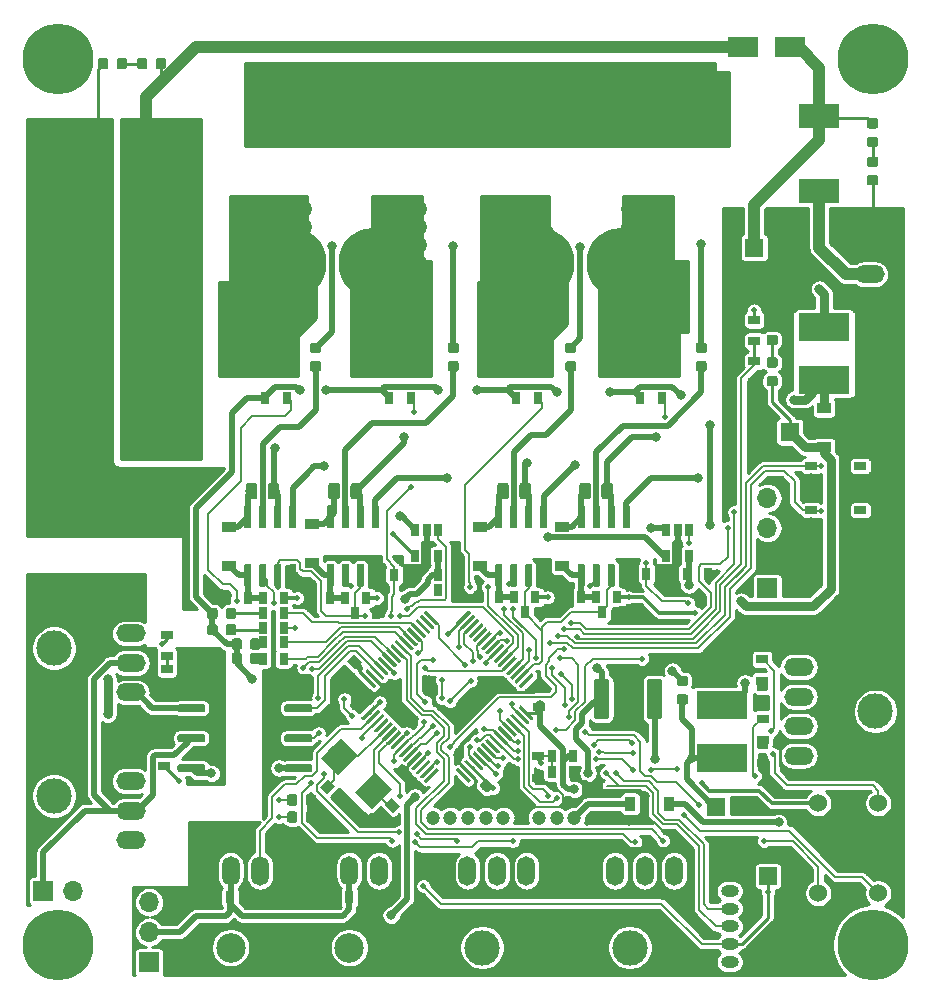
<source format=gbr>
G04 #@! TF.GenerationSoftware,KiCad,Pcbnew,(5.1.4)-1*
G04 #@! TF.CreationDate,2020-03-02T11:44:30+09:00*
G04 #@! TF.ProjectId,CAN_Current_Control_MD,43414e5f-4375-4727-9265-6e745f436f6e,rev?*
G04 #@! TF.SameCoordinates,Original*
G04 #@! TF.FileFunction,Copper,L1,Top*
G04 #@! TF.FilePolarity,Positive*
%FSLAX46Y46*%
G04 Gerber Fmt 4.6, Leading zero omitted, Abs format (unit mm)*
G04 Created by KiCad (PCBNEW (5.1.4)-1) date 2020-03-02 11:44:30*
%MOMM*%
%LPD*%
G04 APERTURE LIST*
%ADD10R,1.050000X0.650000*%
%ADD11C,0.100000*%
%ADD12C,1.300000*%
%ADD13R,4.200000X2.400000*%
%ADD14C,0.650000*%
%ADD15C,0.875000*%
%ADD16C,0.975000*%
%ADD17R,0.900000X1.200000*%
%ADD18R,1.200000X0.900000*%
%ADD19R,2.500000X1.800000*%
%ADD20O,1.524000X1.000000*%
%ADD21O,2.500000X1.500000*%
%ADD22C,3.000000*%
%ADD23O,1.500000X2.500000*%
%ADD24C,2.500000*%
%ADD25C,6.000000*%
%ADD26R,1.700000X1.700000*%
%ADD27O,1.700000X1.700000*%
%ADD28R,3.500000X2.000000*%
%ADD29R,0.800000X1.000000*%
%ADD30C,0.300000*%
%ADD31C,1.524000*%
%ADD32C,1.200000*%
%ADD33C,0.600000*%
%ADD34R,0.650000X1.060000*%
%ADD35C,2.000000*%
%ADD36C,1.600000*%
%ADD37R,1.600000X1.600000*%
%ADD38R,1.500000X1.500000*%
%ADD39R,1.000000X0.800000*%
%ADD40C,0.800000*%
%ADD41C,0.500000*%
%ADD42C,1.500000*%
%ADD43C,0.500000*%
%ADD44C,0.250000*%
%ADD45C,0.200000*%
%ADD46C,0.300000*%
%ADD47C,0.800000*%
%ADD48C,1.000000*%
%ADD49C,0.254000*%
G04 APERTURE END LIST*
D10*
X216975000Y-107375000D03*
X212825000Y-107375000D03*
X216975000Y-105225000D03*
X212825000Y-105225000D03*
X212825000Y-101475000D03*
X216975000Y-101475000D03*
X212825000Y-103625000D03*
X216975000Y-103625000D03*
D11*
G36*
X195499504Y-119501204D02*
G01*
X195523773Y-119504804D01*
X195547571Y-119510765D01*
X195570671Y-119519030D01*
X195592849Y-119529520D01*
X195613893Y-119542133D01*
X195633598Y-119556747D01*
X195651777Y-119573223D01*
X195668253Y-119591402D01*
X195682867Y-119611107D01*
X195695480Y-119632151D01*
X195705970Y-119654329D01*
X195714235Y-119677429D01*
X195720196Y-119701227D01*
X195723796Y-119725496D01*
X195725000Y-119750000D01*
X195725000Y-122650000D01*
X195723796Y-122674504D01*
X195720196Y-122698773D01*
X195714235Y-122722571D01*
X195705970Y-122745671D01*
X195695480Y-122767849D01*
X195682867Y-122788893D01*
X195668253Y-122808598D01*
X195651777Y-122826777D01*
X195633598Y-122843253D01*
X195613893Y-122857867D01*
X195592849Y-122870480D01*
X195570671Y-122880970D01*
X195547571Y-122889235D01*
X195523773Y-122895196D01*
X195499504Y-122898796D01*
X195475000Y-122900000D01*
X194675000Y-122900000D01*
X194650496Y-122898796D01*
X194626227Y-122895196D01*
X194602429Y-122889235D01*
X194579329Y-122880970D01*
X194557151Y-122870480D01*
X194536107Y-122857867D01*
X194516402Y-122843253D01*
X194498223Y-122826777D01*
X194481747Y-122808598D01*
X194467133Y-122788893D01*
X194454520Y-122767849D01*
X194444030Y-122745671D01*
X194435765Y-122722571D01*
X194429804Y-122698773D01*
X194426204Y-122674504D01*
X194425000Y-122650000D01*
X194425000Y-119750000D01*
X194426204Y-119725496D01*
X194429804Y-119701227D01*
X194435765Y-119677429D01*
X194444030Y-119654329D01*
X194454520Y-119632151D01*
X194467133Y-119611107D01*
X194481747Y-119591402D01*
X194498223Y-119573223D01*
X194516402Y-119556747D01*
X194536107Y-119542133D01*
X194557151Y-119529520D01*
X194579329Y-119519030D01*
X194602429Y-119510765D01*
X194626227Y-119504804D01*
X194650496Y-119501204D01*
X194675000Y-119500000D01*
X195475000Y-119500000D01*
X195499504Y-119501204D01*
X195499504Y-119501204D01*
G37*
D12*
X195075000Y-121200000D03*
D11*
G36*
X199949504Y-119501204D02*
G01*
X199973773Y-119504804D01*
X199997571Y-119510765D01*
X200020671Y-119519030D01*
X200042849Y-119529520D01*
X200063893Y-119542133D01*
X200083598Y-119556747D01*
X200101777Y-119573223D01*
X200118253Y-119591402D01*
X200132867Y-119611107D01*
X200145480Y-119632151D01*
X200155970Y-119654329D01*
X200164235Y-119677429D01*
X200170196Y-119701227D01*
X200173796Y-119725496D01*
X200175000Y-119750000D01*
X200175000Y-122650000D01*
X200173796Y-122674504D01*
X200170196Y-122698773D01*
X200164235Y-122722571D01*
X200155970Y-122745671D01*
X200145480Y-122767849D01*
X200132867Y-122788893D01*
X200118253Y-122808598D01*
X200101777Y-122826777D01*
X200083598Y-122843253D01*
X200063893Y-122857867D01*
X200042849Y-122870480D01*
X200020671Y-122880970D01*
X199997571Y-122889235D01*
X199973773Y-122895196D01*
X199949504Y-122898796D01*
X199925000Y-122900000D01*
X199125000Y-122900000D01*
X199100496Y-122898796D01*
X199076227Y-122895196D01*
X199052429Y-122889235D01*
X199029329Y-122880970D01*
X199007151Y-122870480D01*
X198986107Y-122857867D01*
X198966402Y-122843253D01*
X198948223Y-122826777D01*
X198931747Y-122808598D01*
X198917133Y-122788893D01*
X198904520Y-122767849D01*
X198894030Y-122745671D01*
X198885765Y-122722571D01*
X198879804Y-122698773D01*
X198876204Y-122674504D01*
X198875000Y-122650000D01*
X198875000Y-119750000D01*
X198876204Y-119725496D01*
X198879804Y-119701227D01*
X198885765Y-119677429D01*
X198894030Y-119654329D01*
X198904520Y-119632151D01*
X198917133Y-119611107D01*
X198931747Y-119591402D01*
X198948223Y-119573223D01*
X198966402Y-119556747D01*
X198986107Y-119542133D01*
X199007151Y-119529520D01*
X199029329Y-119519030D01*
X199052429Y-119510765D01*
X199076227Y-119504804D01*
X199100496Y-119501204D01*
X199125000Y-119500000D01*
X199925000Y-119500000D01*
X199949504Y-119501204D01*
X199949504Y-119501204D01*
G37*
D12*
X199525000Y-121200000D03*
D13*
X213900000Y-89700000D03*
X213900000Y-94200000D03*
X205250000Y-126200000D03*
X205250000Y-121700000D03*
D11*
G36*
X170403428Y-126735782D02*
G01*
X170419202Y-126738122D01*
X170434671Y-126741997D01*
X170449686Y-126747370D01*
X170464102Y-126754188D01*
X170477780Y-126762386D01*
X170490589Y-126771886D01*
X170502405Y-126782595D01*
X170513114Y-126794411D01*
X170522614Y-126807220D01*
X170530812Y-126820898D01*
X170537630Y-126835314D01*
X170543003Y-126850329D01*
X170546878Y-126865798D01*
X170549218Y-126881572D01*
X170550000Y-126897500D01*
X170550000Y-127222500D01*
X170549218Y-127238428D01*
X170546878Y-127254202D01*
X170543003Y-127269671D01*
X170537630Y-127284686D01*
X170530812Y-127299102D01*
X170522614Y-127312780D01*
X170513114Y-127325589D01*
X170502405Y-127337405D01*
X170490589Y-127348114D01*
X170477780Y-127357614D01*
X170464102Y-127365812D01*
X170449686Y-127372630D01*
X170434671Y-127378003D01*
X170419202Y-127381878D01*
X170403428Y-127384218D01*
X170387500Y-127385000D01*
X168362500Y-127385000D01*
X168346572Y-127384218D01*
X168330798Y-127381878D01*
X168315329Y-127378003D01*
X168300314Y-127372630D01*
X168285898Y-127365812D01*
X168272220Y-127357614D01*
X168259411Y-127348114D01*
X168247595Y-127337405D01*
X168236886Y-127325589D01*
X168227386Y-127312780D01*
X168219188Y-127299102D01*
X168212370Y-127284686D01*
X168206997Y-127269671D01*
X168203122Y-127254202D01*
X168200782Y-127238428D01*
X168200000Y-127222500D01*
X168200000Y-126897500D01*
X168200782Y-126881572D01*
X168203122Y-126865798D01*
X168206997Y-126850329D01*
X168212370Y-126835314D01*
X168219188Y-126820898D01*
X168227386Y-126807220D01*
X168236886Y-126794411D01*
X168247595Y-126782595D01*
X168259411Y-126771886D01*
X168272220Y-126762386D01*
X168285898Y-126754188D01*
X168300314Y-126747370D01*
X168315329Y-126741997D01*
X168330798Y-126738122D01*
X168346572Y-126735782D01*
X168362500Y-126735000D01*
X170387500Y-126735000D01*
X170403428Y-126735782D01*
X170403428Y-126735782D01*
G37*
D14*
X169375000Y-127060000D03*
D11*
G36*
X170403428Y-124195782D02*
G01*
X170419202Y-124198122D01*
X170434671Y-124201997D01*
X170449686Y-124207370D01*
X170464102Y-124214188D01*
X170477780Y-124222386D01*
X170490589Y-124231886D01*
X170502405Y-124242595D01*
X170513114Y-124254411D01*
X170522614Y-124267220D01*
X170530812Y-124280898D01*
X170537630Y-124295314D01*
X170543003Y-124310329D01*
X170546878Y-124325798D01*
X170549218Y-124341572D01*
X170550000Y-124357500D01*
X170550000Y-124682500D01*
X170549218Y-124698428D01*
X170546878Y-124714202D01*
X170543003Y-124729671D01*
X170537630Y-124744686D01*
X170530812Y-124759102D01*
X170522614Y-124772780D01*
X170513114Y-124785589D01*
X170502405Y-124797405D01*
X170490589Y-124808114D01*
X170477780Y-124817614D01*
X170464102Y-124825812D01*
X170449686Y-124832630D01*
X170434671Y-124838003D01*
X170419202Y-124841878D01*
X170403428Y-124844218D01*
X170387500Y-124845000D01*
X168362500Y-124845000D01*
X168346572Y-124844218D01*
X168330798Y-124841878D01*
X168315329Y-124838003D01*
X168300314Y-124832630D01*
X168285898Y-124825812D01*
X168272220Y-124817614D01*
X168259411Y-124808114D01*
X168247595Y-124797405D01*
X168236886Y-124785589D01*
X168227386Y-124772780D01*
X168219188Y-124759102D01*
X168212370Y-124744686D01*
X168206997Y-124729671D01*
X168203122Y-124714202D01*
X168200782Y-124698428D01*
X168200000Y-124682500D01*
X168200000Y-124357500D01*
X168200782Y-124341572D01*
X168203122Y-124325798D01*
X168206997Y-124310329D01*
X168212370Y-124295314D01*
X168219188Y-124280898D01*
X168227386Y-124267220D01*
X168236886Y-124254411D01*
X168247595Y-124242595D01*
X168259411Y-124231886D01*
X168272220Y-124222386D01*
X168285898Y-124214188D01*
X168300314Y-124207370D01*
X168315329Y-124201997D01*
X168330798Y-124198122D01*
X168346572Y-124195782D01*
X168362500Y-124195000D01*
X170387500Y-124195000D01*
X170403428Y-124195782D01*
X170403428Y-124195782D01*
G37*
D14*
X169375000Y-124520000D03*
D11*
G36*
X170403428Y-121655782D02*
G01*
X170419202Y-121658122D01*
X170434671Y-121661997D01*
X170449686Y-121667370D01*
X170464102Y-121674188D01*
X170477780Y-121682386D01*
X170490589Y-121691886D01*
X170502405Y-121702595D01*
X170513114Y-121714411D01*
X170522614Y-121727220D01*
X170530812Y-121740898D01*
X170537630Y-121755314D01*
X170543003Y-121770329D01*
X170546878Y-121785798D01*
X170549218Y-121801572D01*
X170550000Y-121817500D01*
X170550000Y-122142500D01*
X170549218Y-122158428D01*
X170546878Y-122174202D01*
X170543003Y-122189671D01*
X170537630Y-122204686D01*
X170530812Y-122219102D01*
X170522614Y-122232780D01*
X170513114Y-122245589D01*
X170502405Y-122257405D01*
X170490589Y-122268114D01*
X170477780Y-122277614D01*
X170464102Y-122285812D01*
X170449686Y-122292630D01*
X170434671Y-122298003D01*
X170419202Y-122301878D01*
X170403428Y-122304218D01*
X170387500Y-122305000D01*
X168362500Y-122305000D01*
X168346572Y-122304218D01*
X168330798Y-122301878D01*
X168315329Y-122298003D01*
X168300314Y-122292630D01*
X168285898Y-122285812D01*
X168272220Y-122277614D01*
X168259411Y-122268114D01*
X168247595Y-122257405D01*
X168236886Y-122245589D01*
X168227386Y-122232780D01*
X168219188Y-122219102D01*
X168212370Y-122204686D01*
X168206997Y-122189671D01*
X168203122Y-122174202D01*
X168200782Y-122158428D01*
X168200000Y-122142500D01*
X168200000Y-121817500D01*
X168200782Y-121801572D01*
X168203122Y-121785798D01*
X168206997Y-121770329D01*
X168212370Y-121755314D01*
X168219188Y-121740898D01*
X168227386Y-121727220D01*
X168236886Y-121714411D01*
X168247595Y-121702595D01*
X168259411Y-121691886D01*
X168272220Y-121682386D01*
X168285898Y-121674188D01*
X168300314Y-121667370D01*
X168315329Y-121661997D01*
X168330798Y-121658122D01*
X168346572Y-121655782D01*
X168362500Y-121655000D01*
X170387500Y-121655000D01*
X170403428Y-121655782D01*
X170403428Y-121655782D01*
G37*
D14*
X169375000Y-121980000D03*
D11*
G36*
X170403428Y-119115782D02*
G01*
X170419202Y-119118122D01*
X170434671Y-119121997D01*
X170449686Y-119127370D01*
X170464102Y-119134188D01*
X170477780Y-119142386D01*
X170490589Y-119151886D01*
X170502405Y-119162595D01*
X170513114Y-119174411D01*
X170522614Y-119187220D01*
X170530812Y-119200898D01*
X170537630Y-119215314D01*
X170543003Y-119230329D01*
X170546878Y-119245798D01*
X170549218Y-119261572D01*
X170550000Y-119277500D01*
X170550000Y-119602500D01*
X170549218Y-119618428D01*
X170546878Y-119634202D01*
X170543003Y-119649671D01*
X170537630Y-119664686D01*
X170530812Y-119679102D01*
X170522614Y-119692780D01*
X170513114Y-119705589D01*
X170502405Y-119717405D01*
X170490589Y-119728114D01*
X170477780Y-119737614D01*
X170464102Y-119745812D01*
X170449686Y-119752630D01*
X170434671Y-119758003D01*
X170419202Y-119761878D01*
X170403428Y-119764218D01*
X170387500Y-119765000D01*
X168362500Y-119765000D01*
X168346572Y-119764218D01*
X168330798Y-119761878D01*
X168315329Y-119758003D01*
X168300314Y-119752630D01*
X168285898Y-119745812D01*
X168272220Y-119737614D01*
X168259411Y-119728114D01*
X168247595Y-119717405D01*
X168236886Y-119705589D01*
X168227386Y-119692780D01*
X168219188Y-119679102D01*
X168212370Y-119664686D01*
X168206997Y-119649671D01*
X168203122Y-119634202D01*
X168200782Y-119618428D01*
X168200000Y-119602500D01*
X168200000Y-119277500D01*
X168200782Y-119261572D01*
X168203122Y-119245798D01*
X168206997Y-119230329D01*
X168212370Y-119215314D01*
X168219188Y-119200898D01*
X168227386Y-119187220D01*
X168236886Y-119174411D01*
X168247595Y-119162595D01*
X168259411Y-119151886D01*
X168272220Y-119142386D01*
X168285898Y-119134188D01*
X168300314Y-119127370D01*
X168315329Y-119121997D01*
X168330798Y-119118122D01*
X168346572Y-119115782D01*
X168362500Y-119115000D01*
X170387500Y-119115000D01*
X170403428Y-119115782D01*
X170403428Y-119115782D01*
G37*
D14*
X169375000Y-119440000D03*
D11*
G36*
X161353428Y-119115782D02*
G01*
X161369202Y-119118122D01*
X161384671Y-119121997D01*
X161399686Y-119127370D01*
X161414102Y-119134188D01*
X161427780Y-119142386D01*
X161440589Y-119151886D01*
X161452405Y-119162595D01*
X161463114Y-119174411D01*
X161472614Y-119187220D01*
X161480812Y-119200898D01*
X161487630Y-119215314D01*
X161493003Y-119230329D01*
X161496878Y-119245798D01*
X161499218Y-119261572D01*
X161500000Y-119277500D01*
X161500000Y-119602500D01*
X161499218Y-119618428D01*
X161496878Y-119634202D01*
X161493003Y-119649671D01*
X161487630Y-119664686D01*
X161480812Y-119679102D01*
X161472614Y-119692780D01*
X161463114Y-119705589D01*
X161452405Y-119717405D01*
X161440589Y-119728114D01*
X161427780Y-119737614D01*
X161414102Y-119745812D01*
X161399686Y-119752630D01*
X161384671Y-119758003D01*
X161369202Y-119761878D01*
X161353428Y-119764218D01*
X161337500Y-119765000D01*
X159312500Y-119765000D01*
X159296572Y-119764218D01*
X159280798Y-119761878D01*
X159265329Y-119758003D01*
X159250314Y-119752630D01*
X159235898Y-119745812D01*
X159222220Y-119737614D01*
X159209411Y-119728114D01*
X159197595Y-119717405D01*
X159186886Y-119705589D01*
X159177386Y-119692780D01*
X159169188Y-119679102D01*
X159162370Y-119664686D01*
X159156997Y-119649671D01*
X159153122Y-119634202D01*
X159150782Y-119618428D01*
X159150000Y-119602500D01*
X159150000Y-119277500D01*
X159150782Y-119261572D01*
X159153122Y-119245798D01*
X159156997Y-119230329D01*
X159162370Y-119215314D01*
X159169188Y-119200898D01*
X159177386Y-119187220D01*
X159186886Y-119174411D01*
X159197595Y-119162595D01*
X159209411Y-119151886D01*
X159222220Y-119142386D01*
X159235898Y-119134188D01*
X159250314Y-119127370D01*
X159265329Y-119121997D01*
X159280798Y-119118122D01*
X159296572Y-119115782D01*
X159312500Y-119115000D01*
X161337500Y-119115000D01*
X161353428Y-119115782D01*
X161353428Y-119115782D01*
G37*
D14*
X160325000Y-119440000D03*
D11*
G36*
X161353428Y-121655782D02*
G01*
X161369202Y-121658122D01*
X161384671Y-121661997D01*
X161399686Y-121667370D01*
X161414102Y-121674188D01*
X161427780Y-121682386D01*
X161440589Y-121691886D01*
X161452405Y-121702595D01*
X161463114Y-121714411D01*
X161472614Y-121727220D01*
X161480812Y-121740898D01*
X161487630Y-121755314D01*
X161493003Y-121770329D01*
X161496878Y-121785798D01*
X161499218Y-121801572D01*
X161500000Y-121817500D01*
X161500000Y-122142500D01*
X161499218Y-122158428D01*
X161496878Y-122174202D01*
X161493003Y-122189671D01*
X161487630Y-122204686D01*
X161480812Y-122219102D01*
X161472614Y-122232780D01*
X161463114Y-122245589D01*
X161452405Y-122257405D01*
X161440589Y-122268114D01*
X161427780Y-122277614D01*
X161414102Y-122285812D01*
X161399686Y-122292630D01*
X161384671Y-122298003D01*
X161369202Y-122301878D01*
X161353428Y-122304218D01*
X161337500Y-122305000D01*
X159312500Y-122305000D01*
X159296572Y-122304218D01*
X159280798Y-122301878D01*
X159265329Y-122298003D01*
X159250314Y-122292630D01*
X159235898Y-122285812D01*
X159222220Y-122277614D01*
X159209411Y-122268114D01*
X159197595Y-122257405D01*
X159186886Y-122245589D01*
X159177386Y-122232780D01*
X159169188Y-122219102D01*
X159162370Y-122204686D01*
X159156997Y-122189671D01*
X159153122Y-122174202D01*
X159150782Y-122158428D01*
X159150000Y-122142500D01*
X159150000Y-121817500D01*
X159150782Y-121801572D01*
X159153122Y-121785798D01*
X159156997Y-121770329D01*
X159162370Y-121755314D01*
X159169188Y-121740898D01*
X159177386Y-121727220D01*
X159186886Y-121714411D01*
X159197595Y-121702595D01*
X159209411Y-121691886D01*
X159222220Y-121682386D01*
X159235898Y-121674188D01*
X159250314Y-121667370D01*
X159265329Y-121661997D01*
X159280798Y-121658122D01*
X159296572Y-121655782D01*
X159312500Y-121655000D01*
X161337500Y-121655000D01*
X161353428Y-121655782D01*
X161353428Y-121655782D01*
G37*
D14*
X160325000Y-121980000D03*
D11*
G36*
X161353428Y-124195782D02*
G01*
X161369202Y-124198122D01*
X161384671Y-124201997D01*
X161399686Y-124207370D01*
X161414102Y-124214188D01*
X161427780Y-124222386D01*
X161440589Y-124231886D01*
X161452405Y-124242595D01*
X161463114Y-124254411D01*
X161472614Y-124267220D01*
X161480812Y-124280898D01*
X161487630Y-124295314D01*
X161493003Y-124310329D01*
X161496878Y-124325798D01*
X161499218Y-124341572D01*
X161500000Y-124357500D01*
X161500000Y-124682500D01*
X161499218Y-124698428D01*
X161496878Y-124714202D01*
X161493003Y-124729671D01*
X161487630Y-124744686D01*
X161480812Y-124759102D01*
X161472614Y-124772780D01*
X161463114Y-124785589D01*
X161452405Y-124797405D01*
X161440589Y-124808114D01*
X161427780Y-124817614D01*
X161414102Y-124825812D01*
X161399686Y-124832630D01*
X161384671Y-124838003D01*
X161369202Y-124841878D01*
X161353428Y-124844218D01*
X161337500Y-124845000D01*
X159312500Y-124845000D01*
X159296572Y-124844218D01*
X159280798Y-124841878D01*
X159265329Y-124838003D01*
X159250314Y-124832630D01*
X159235898Y-124825812D01*
X159222220Y-124817614D01*
X159209411Y-124808114D01*
X159197595Y-124797405D01*
X159186886Y-124785589D01*
X159177386Y-124772780D01*
X159169188Y-124759102D01*
X159162370Y-124744686D01*
X159156997Y-124729671D01*
X159153122Y-124714202D01*
X159150782Y-124698428D01*
X159150000Y-124682500D01*
X159150000Y-124357500D01*
X159150782Y-124341572D01*
X159153122Y-124325798D01*
X159156997Y-124310329D01*
X159162370Y-124295314D01*
X159169188Y-124280898D01*
X159177386Y-124267220D01*
X159186886Y-124254411D01*
X159197595Y-124242595D01*
X159209411Y-124231886D01*
X159222220Y-124222386D01*
X159235898Y-124214188D01*
X159250314Y-124207370D01*
X159265329Y-124201997D01*
X159280798Y-124198122D01*
X159296572Y-124195782D01*
X159312500Y-124195000D01*
X161337500Y-124195000D01*
X161353428Y-124195782D01*
X161353428Y-124195782D01*
G37*
D14*
X160325000Y-124520000D03*
D11*
G36*
X161353428Y-126735782D02*
G01*
X161369202Y-126738122D01*
X161384671Y-126741997D01*
X161399686Y-126747370D01*
X161414102Y-126754188D01*
X161427780Y-126762386D01*
X161440589Y-126771886D01*
X161452405Y-126782595D01*
X161463114Y-126794411D01*
X161472614Y-126807220D01*
X161480812Y-126820898D01*
X161487630Y-126835314D01*
X161493003Y-126850329D01*
X161496878Y-126865798D01*
X161499218Y-126881572D01*
X161500000Y-126897500D01*
X161500000Y-127222500D01*
X161499218Y-127238428D01*
X161496878Y-127254202D01*
X161493003Y-127269671D01*
X161487630Y-127284686D01*
X161480812Y-127299102D01*
X161472614Y-127312780D01*
X161463114Y-127325589D01*
X161452405Y-127337405D01*
X161440589Y-127348114D01*
X161427780Y-127357614D01*
X161414102Y-127365812D01*
X161399686Y-127372630D01*
X161384671Y-127378003D01*
X161369202Y-127381878D01*
X161353428Y-127384218D01*
X161337500Y-127385000D01*
X159312500Y-127385000D01*
X159296572Y-127384218D01*
X159280798Y-127381878D01*
X159265329Y-127378003D01*
X159250314Y-127372630D01*
X159235898Y-127365812D01*
X159222220Y-127357614D01*
X159209411Y-127348114D01*
X159197595Y-127337405D01*
X159186886Y-127325589D01*
X159177386Y-127312780D01*
X159169188Y-127299102D01*
X159162370Y-127284686D01*
X159156997Y-127269671D01*
X159153122Y-127254202D01*
X159150782Y-127238428D01*
X159150000Y-127222500D01*
X159150000Y-126897500D01*
X159150782Y-126881572D01*
X159153122Y-126865798D01*
X159156997Y-126850329D01*
X159162370Y-126835314D01*
X159169188Y-126820898D01*
X159177386Y-126807220D01*
X159186886Y-126794411D01*
X159197595Y-126782595D01*
X159209411Y-126771886D01*
X159222220Y-126762386D01*
X159235898Y-126754188D01*
X159250314Y-126747370D01*
X159265329Y-126741997D01*
X159280798Y-126738122D01*
X159296572Y-126735782D01*
X159312500Y-126735000D01*
X161337500Y-126735000D01*
X161353428Y-126735782D01*
X161353428Y-126735782D01*
G37*
D14*
X160325000Y-127060000D03*
D11*
G36*
X185301771Y-127989580D02*
G01*
X185323006Y-127992730D01*
X185343830Y-127997946D01*
X185364042Y-128005178D01*
X185383448Y-128014357D01*
X185401861Y-128025393D01*
X185419104Y-128038181D01*
X185435010Y-128052597D01*
X185797403Y-128414990D01*
X185811819Y-128430896D01*
X185824607Y-128448139D01*
X185835643Y-128466552D01*
X185844822Y-128485958D01*
X185852054Y-128506170D01*
X185857270Y-128526994D01*
X185860420Y-128548229D01*
X185861473Y-128569670D01*
X185860420Y-128591111D01*
X185857270Y-128612346D01*
X185852054Y-128633170D01*
X185844822Y-128653382D01*
X185835643Y-128672788D01*
X185824607Y-128691201D01*
X185811819Y-128708444D01*
X185797403Y-128724350D01*
X185488044Y-129033709D01*
X185472138Y-129048125D01*
X185454895Y-129060913D01*
X185436482Y-129071949D01*
X185417076Y-129081128D01*
X185396864Y-129088360D01*
X185376040Y-129093576D01*
X185354805Y-129096726D01*
X185333364Y-129097779D01*
X185311923Y-129096726D01*
X185290688Y-129093576D01*
X185269864Y-129088360D01*
X185249652Y-129081128D01*
X185230246Y-129071949D01*
X185211833Y-129060913D01*
X185194590Y-129048125D01*
X185178684Y-129033709D01*
X184816291Y-128671316D01*
X184801875Y-128655410D01*
X184789087Y-128638167D01*
X184778051Y-128619754D01*
X184768872Y-128600348D01*
X184761640Y-128580136D01*
X184756424Y-128559312D01*
X184753274Y-128538077D01*
X184752221Y-128516636D01*
X184753274Y-128495195D01*
X184756424Y-128473960D01*
X184761640Y-128453136D01*
X184768872Y-128432924D01*
X184778051Y-128413518D01*
X184789087Y-128395105D01*
X184801875Y-128377862D01*
X184816291Y-128361956D01*
X185125650Y-128052597D01*
X185141556Y-128038181D01*
X185158799Y-128025393D01*
X185177212Y-128014357D01*
X185196618Y-128005178D01*
X185216830Y-127997946D01*
X185237654Y-127992730D01*
X185258889Y-127989580D01*
X185280330Y-127988527D01*
X185301771Y-127989580D01*
X185301771Y-127989580D01*
G37*
D15*
X185306847Y-128543153D03*
D11*
G36*
X184188077Y-129103274D02*
G01*
X184209312Y-129106424D01*
X184230136Y-129111640D01*
X184250348Y-129118872D01*
X184269754Y-129128051D01*
X184288167Y-129139087D01*
X184305410Y-129151875D01*
X184321316Y-129166291D01*
X184683709Y-129528684D01*
X184698125Y-129544590D01*
X184710913Y-129561833D01*
X184721949Y-129580246D01*
X184731128Y-129599652D01*
X184738360Y-129619864D01*
X184743576Y-129640688D01*
X184746726Y-129661923D01*
X184747779Y-129683364D01*
X184746726Y-129704805D01*
X184743576Y-129726040D01*
X184738360Y-129746864D01*
X184731128Y-129767076D01*
X184721949Y-129786482D01*
X184710913Y-129804895D01*
X184698125Y-129822138D01*
X184683709Y-129838044D01*
X184374350Y-130147403D01*
X184358444Y-130161819D01*
X184341201Y-130174607D01*
X184322788Y-130185643D01*
X184303382Y-130194822D01*
X184283170Y-130202054D01*
X184262346Y-130207270D01*
X184241111Y-130210420D01*
X184219670Y-130211473D01*
X184198229Y-130210420D01*
X184176994Y-130207270D01*
X184156170Y-130202054D01*
X184135958Y-130194822D01*
X184116552Y-130185643D01*
X184098139Y-130174607D01*
X184080896Y-130161819D01*
X184064990Y-130147403D01*
X183702597Y-129785010D01*
X183688181Y-129769104D01*
X183675393Y-129751861D01*
X183664357Y-129733448D01*
X183655178Y-129714042D01*
X183647946Y-129693830D01*
X183642730Y-129673006D01*
X183639580Y-129651771D01*
X183638527Y-129630330D01*
X183639580Y-129608889D01*
X183642730Y-129587654D01*
X183647946Y-129566830D01*
X183655178Y-129546618D01*
X183664357Y-129527212D01*
X183675393Y-129508799D01*
X183688181Y-129491556D01*
X183702597Y-129475650D01*
X184011956Y-129166291D01*
X184027862Y-129151875D01*
X184045105Y-129139087D01*
X184063518Y-129128051D01*
X184082924Y-129118872D01*
X184103136Y-129111640D01*
X184123960Y-129106424D01*
X184145195Y-129103274D01*
X184166636Y-129102221D01*
X184188077Y-129103274D01*
X184188077Y-129103274D01*
G37*
D15*
X184193153Y-129656847D03*
D11*
G36*
X165680142Y-102901174D02*
G01*
X165703803Y-102904684D01*
X165727007Y-102910496D01*
X165749529Y-102918554D01*
X165771153Y-102928782D01*
X165791670Y-102941079D01*
X165810883Y-102955329D01*
X165828607Y-102971393D01*
X165844671Y-102989117D01*
X165858921Y-103008330D01*
X165871218Y-103028847D01*
X165881446Y-103050471D01*
X165889504Y-103072993D01*
X165895316Y-103096197D01*
X165898826Y-103119858D01*
X165900000Y-103143750D01*
X165900000Y-104056250D01*
X165898826Y-104080142D01*
X165895316Y-104103803D01*
X165889504Y-104127007D01*
X165881446Y-104149529D01*
X165871218Y-104171153D01*
X165858921Y-104191670D01*
X165844671Y-104210883D01*
X165828607Y-104228607D01*
X165810883Y-104244671D01*
X165791670Y-104258921D01*
X165771153Y-104271218D01*
X165749529Y-104281446D01*
X165727007Y-104289504D01*
X165703803Y-104295316D01*
X165680142Y-104298826D01*
X165656250Y-104300000D01*
X165168750Y-104300000D01*
X165144858Y-104298826D01*
X165121197Y-104295316D01*
X165097993Y-104289504D01*
X165075471Y-104281446D01*
X165053847Y-104271218D01*
X165033330Y-104258921D01*
X165014117Y-104244671D01*
X164996393Y-104228607D01*
X164980329Y-104210883D01*
X164966079Y-104191670D01*
X164953782Y-104171153D01*
X164943554Y-104149529D01*
X164935496Y-104127007D01*
X164929684Y-104103803D01*
X164926174Y-104080142D01*
X164925000Y-104056250D01*
X164925000Y-103143750D01*
X164926174Y-103119858D01*
X164929684Y-103096197D01*
X164935496Y-103072993D01*
X164943554Y-103050471D01*
X164953782Y-103028847D01*
X164966079Y-103008330D01*
X164980329Y-102989117D01*
X164996393Y-102971393D01*
X165014117Y-102955329D01*
X165033330Y-102941079D01*
X165053847Y-102928782D01*
X165075471Y-102918554D01*
X165097993Y-102910496D01*
X165121197Y-102904684D01*
X165144858Y-102901174D01*
X165168750Y-102900000D01*
X165656250Y-102900000D01*
X165680142Y-102901174D01*
X165680142Y-102901174D01*
G37*
D16*
X165412500Y-103600000D03*
D11*
G36*
X167555142Y-102901174D02*
G01*
X167578803Y-102904684D01*
X167602007Y-102910496D01*
X167624529Y-102918554D01*
X167646153Y-102928782D01*
X167666670Y-102941079D01*
X167685883Y-102955329D01*
X167703607Y-102971393D01*
X167719671Y-102989117D01*
X167733921Y-103008330D01*
X167746218Y-103028847D01*
X167756446Y-103050471D01*
X167764504Y-103072993D01*
X167770316Y-103096197D01*
X167773826Y-103119858D01*
X167775000Y-103143750D01*
X167775000Y-104056250D01*
X167773826Y-104080142D01*
X167770316Y-104103803D01*
X167764504Y-104127007D01*
X167756446Y-104149529D01*
X167746218Y-104171153D01*
X167733921Y-104191670D01*
X167719671Y-104210883D01*
X167703607Y-104228607D01*
X167685883Y-104244671D01*
X167666670Y-104258921D01*
X167646153Y-104271218D01*
X167624529Y-104281446D01*
X167602007Y-104289504D01*
X167578803Y-104295316D01*
X167555142Y-104298826D01*
X167531250Y-104300000D01*
X167043750Y-104300000D01*
X167019858Y-104298826D01*
X166996197Y-104295316D01*
X166972993Y-104289504D01*
X166950471Y-104281446D01*
X166928847Y-104271218D01*
X166908330Y-104258921D01*
X166889117Y-104244671D01*
X166871393Y-104228607D01*
X166855329Y-104210883D01*
X166841079Y-104191670D01*
X166828782Y-104171153D01*
X166818554Y-104149529D01*
X166810496Y-104127007D01*
X166804684Y-104103803D01*
X166801174Y-104080142D01*
X166800000Y-104056250D01*
X166800000Y-103143750D01*
X166801174Y-103119858D01*
X166804684Y-103096197D01*
X166810496Y-103072993D01*
X166818554Y-103050471D01*
X166828782Y-103028847D01*
X166841079Y-103008330D01*
X166855329Y-102989117D01*
X166871393Y-102971393D01*
X166889117Y-102955329D01*
X166908330Y-102941079D01*
X166928847Y-102928782D01*
X166950471Y-102918554D01*
X166972993Y-102910496D01*
X166996197Y-102904684D01*
X167019858Y-102901174D01*
X167043750Y-102900000D01*
X167531250Y-102900000D01*
X167555142Y-102901174D01*
X167555142Y-102901174D01*
G37*
D16*
X167287500Y-103600000D03*
D11*
G36*
X174555142Y-102901174D02*
G01*
X174578803Y-102904684D01*
X174602007Y-102910496D01*
X174624529Y-102918554D01*
X174646153Y-102928782D01*
X174666670Y-102941079D01*
X174685883Y-102955329D01*
X174703607Y-102971393D01*
X174719671Y-102989117D01*
X174733921Y-103008330D01*
X174746218Y-103028847D01*
X174756446Y-103050471D01*
X174764504Y-103072993D01*
X174770316Y-103096197D01*
X174773826Y-103119858D01*
X174775000Y-103143750D01*
X174775000Y-104056250D01*
X174773826Y-104080142D01*
X174770316Y-104103803D01*
X174764504Y-104127007D01*
X174756446Y-104149529D01*
X174746218Y-104171153D01*
X174733921Y-104191670D01*
X174719671Y-104210883D01*
X174703607Y-104228607D01*
X174685883Y-104244671D01*
X174666670Y-104258921D01*
X174646153Y-104271218D01*
X174624529Y-104281446D01*
X174602007Y-104289504D01*
X174578803Y-104295316D01*
X174555142Y-104298826D01*
X174531250Y-104300000D01*
X174043750Y-104300000D01*
X174019858Y-104298826D01*
X173996197Y-104295316D01*
X173972993Y-104289504D01*
X173950471Y-104281446D01*
X173928847Y-104271218D01*
X173908330Y-104258921D01*
X173889117Y-104244671D01*
X173871393Y-104228607D01*
X173855329Y-104210883D01*
X173841079Y-104191670D01*
X173828782Y-104171153D01*
X173818554Y-104149529D01*
X173810496Y-104127007D01*
X173804684Y-104103803D01*
X173801174Y-104080142D01*
X173800000Y-104056250D01*
X173800000Y-103143750D01*
X173801174Y-103119858D01*
X173804684Y-103096197D01*
X173810496Y-103072993D01*
X173818554Y-103050471D01*
X173828782Y-103028847D01*
X173841079Y-103008330D01*
X173855329Y-102989117D01*
X173871393Y-102971393D01*
X173889117Y-102955329D01*
X173908330Y-102941079D01*
X173928847Y-102928782D01*
X173950471Y-102918554D01*
X173972993Y-102910496D01*
X173996197Y-102904684D01*
X174019858Y-102901174D01*
X174043750Y-102900000D01*
X174531250Y-102900000D01*
X174555142Y-102901174D01*
X174555142Y-102901174D01*
G37*
D16*
X174287500Y-103600000D03*
D11*
G36*
X172680142Y-102901174D02*
G01*
X172703803Y-102904684D01*
X172727007Y-102910496D01*
X172749529Y-102918554D01*
X172771153Y-102928782D01*
X172791670Y-102941079D01*
X172810883Y-102955329D01*
X172828607Y-102971393D01*
X172844671Y-102989117D01*
X172858921Y-103008330D01*
X172871218Y-103028847D01*
X172881446Y-103050471D01*
X172889504Y-103072993D01*
X172895316Y-103096197D01*
X172898826Y-103119858D01*
X172900000Y-103143750D01*
X172900000Y-104056250D01*
X172898826Y-104080142D01*
X172895316Y-104103803D01*
X172889504Y-104127007D01*
X172881446Y-104149529D01*
X172871218Y-104171153D01*
X172858921Y-104191670D01*
X172844671Y-104210883D01*
X172828607Y-104228607D01*
X172810883Y-104244671D01*
X172791670Y-104258921D01*
X172771153Y-104271218D01*
X172749529Y-104281446D01*
X172727007Y-104289504D01*
X172703803Y-104295316D01*
X172680142Y-104298826D01*
X172656250Y-104300000D01*
X172168750Y-104300000D01*
X172144858Y-104298826D01*
X172121197Y-104295316D01*
X172097993Y-104289504D01*
X172075471Y-104281446D01*
X172053847Y-104271218D01*
X172033330Y-104258921D01*
X172014117Y-104244671D01*
X171996393Y-104228607D01*
X171980329Y-104210883D01*
X171966079Y-104191670D01*
X171953782Y-104171153D01*
X171943554Y-104149529D01*
X171935496Y-104127007D01*
X171929684Y-104103803D01*
X171926174Y-104080142D01*
X171925000Y-104056250D01*
X171925000Y-103143750D01*
X171926174Y-103119858D01*
X171929684Y-103096197D01*
X171935496Y-103072993D01*
X171943554Y-103050471D01*
X171953782Y-103028847D01*
X171966079Y-103008330D01*
X171980329Y-102989117D01*
X171996393Y-102971393D01*
X172014117Y-102955329D01*
X172033330Y-102941079D01*
X172053847Y-102928782D01*
X172075471Y-102918554D01*
X172097993Y-102910496D01*
X172121197Y-102904684D01*
X172144858Y-102901174D01*
X172168750Y-102900000D01*
X172656250Y-102900000D01*
X172680142Y-102901174D01*
X172680142Y-102901174D01*
G37*
D16*
X172412500Y-103600000D03*
D11*
G36*
X186980142Y-102901174D02*
G01*
X187003803Y-102904684D01*
X187027007Y-102910496D01*
X187049529Y-102918554D01*
X187071153Y-102928782D01*
X187091670Y-102941079D01*
X187110883Y-102955329D01*
X187128607Y-102971393D01*
X187144671Y-102989117D01*
X187158921Y-103008330D01*
X187171218Y-103028847D01*
X187181446Y-103050471D01*
X187189504Y-103072993D01*
X187195316Y-103096197D01*
X187198826Y-103119858D01*
X187200000Y-103143750D01*
X187200000Y-104056250D01*
X187198826Y-104080142D01*
X187195316Y-104103803D01*
X187189504Y-104127007D01*
X187181446Y-104149529D01*
X187171218Y-104171153D01*
X187158921Y-104191670D01*
X187144671Y-104210883D01*
X187128607Y-104228607D01*
X187110883Y-104244671D01*
X187091670Y-104258921D01*
X187071153Y-104271218D01*
X187049529Y-104281446D01*
X187027007Y-104289504D01*
X187003803Y-104295316D01*
X186980142Y-104298826D01*
X186956250Y-104300000D01*
X186468750Y-104300000D01*
X186444858Y-104298826D01*
X186421197Y-104295316D01*
X186397993Y-104289504D01*
X186375471Y-104281446D01*
X186353847Y-104271218D01*
X186333330Y-104258921D01*
X186314117Y-104244671D01*
X186296393Y-104228607D01*
X186280329Y-104210883D01*
X186266079Y-104191670D01*
X186253782Y-104171153D01*
X186243554Y-104149529D01*
X186235496Y-104127007D01*
X186229684Y-104103803D01*
X186226174Y-104080142D01*
X186225000Y-104056250D01*
X186225000Y-103143750D01*
X186226174Y-103119858D01*
X186229684Y-103096197D01*
X186235496Y-103072993D01*
X186243554Y-103050471D01*
X186253782Y-103028847D01*
X186266079Y-103008330D01*
X186280329Y-102989117D01*
X186296393Y-102971393D01*
X186314117Y-102955329D01*
X186333330Y-102941079D01*
X186353847Y-102928782D01*
X186375471Y-102918554D01*
X186397993Y-102910496D01*
X186421197Y-102904684D01*
X186444858Y-102901174D01*
X186468750Y-102900000D01*
X186956250Y-102900000D01*
X186980142Y-102901174D01*
X186980142Y-102901174D01*
G37*
D16*
X186712500Y-103600000D03*
D11*
G36*
X188855142Y-102901174D02*
G01*
X188878803Y-102904684D01*
X188902007Y-102910496D01*
X188924529Y-102918554D01*
X188946153Y-102928782D01*
X188966670Y-102941079D01*
X188985883Y-102955329D01*
X189003607Y-102971393D01*
X189019671Y-102989117D01*
X189033921Y-103008330D01*
X189046218Y-103028847D01*
X189056446Y-103050471D01*
X189064504Y-103072993D01*
X189070316Y-103096197D01*
X189073826Y-103119858D01*
X189075000Y-103143750D01*
X189075000Y-104056250D01*
X189073826Y-104080142D01*
X189070316Y-104103803D01*
X189064504Y-104127007D01*
X189056446Y-104149529D01*
X189046218Y-104171153D01*
X189033921Y-104191670D01*
X189019671Y-104210883D01*
X189003607Y-104228607D01*
X188985883Y-104244671D01*
X188966670Y-104258921D01*
X188946153Y-104271218D01*
X188924529Y-104281446D01*
X188902007Y-104289504D01*
X188878803Y-104295316D01*
X188855142Y-104298826D01*
X188831250Y-104300000D01*
X188343750Y-104300000D01*
X188319858Y-104298826D01*
X188296197Y-104295316D01*
X188272993Y-104289504D01*
X188250471Y-104281446D01*
X188228847Y-104271218D01*
X188208330Y-104258921D01*
X188189117Y-104244671D01*
X188171393Y-104228607D01*
X188155329Y-104210883D01*
X188141079Y-104191670D01*
X188128782Y-104171153D01*
X188118554Y-104149529D01*
X188110496Y-104127007D01*
X188104684Y-104103803D01*
X188101174Y-104080142D01*
X188100000Y-104056250D01*
X188100000Y-103143750D01*
X188101174Y-103119858D01*
X188104684Y-103096197D01*
X188110496Y-103072993D01*
X188118554Y-103050471D01*
X188128782Y-103028847D01*
X188141079Y-103008330D01*
X188155329Y-102989117D01*
X188171393Y-102971393D01*
X188189117Y-102955329D01*
X188208330Y-102941079D01*
X188228847Y-102928782D01*
X188250471Y-102918554D01*
X188272993Y-102910496D01*
X188296197Y-102904684D01*
X188319858Y-102901174D01*
X188343750Y-102900000D01*
X188831250Y-102900000D01*
X188855142Y-102901174D01*
X188855142Y-102901174D01*
G37*
D16*
X188587500Y-103600000D03*
D11*
G36*
X195805142Y-102901174D02*
G01*
X195828803Y-102904684D01*
X195852007Y-102910496D01*
X195874529Y-102918554D01*
X195896153Y-102928782D01*
X195916670Y-102941079D01*
X195935883Y-102955329D01*
X195953607Y-102971393D01*
X195969671Y-102989117D01*
X195983921Y-103008330D01*
X195996218Y-103028847D01*
X196006446Y-103050471D01*
X196014504Y-103072993D01*
X196020316Y-103096197D01*
X196023826Y-103119858D01*
X196025000Y-103143750D01*
X196025000Y-104056250D01*
X196023826Y-104080142D01*
X196020316Y-104103803D01*
X196014504Y-104127007D01*
X196006446Y-104149529D01*
X195996218Y-104171153D01*
X195983921Y-104191670D01*
X195969671Y-104210883D01*
X195953607Y-104228607D01*
X195935883Y-104244671D01*
X195916670Y-104258921D01*
X195896153Y-104271218D01*
X195874529Y-104281446D01*
X195852007Y-104289504D01*
X195828803Y-104295316D01*
X195805142Y-104298826D01*
X195781250Y-104300000D01*
X195293750Y-104300000D01*
X195269858Y-104298826D01*
X195246197Y-104295316D01*
X195222993Y-104289504D01*
X195200471Y-104281446D01*
X195178847Y-104271218D01*
X195158330Y-104258921D01*
X195139117Y-104244671D01*
X195121393Y-104228607D01*
X195105329Y-104210883D01*
X195091079Y-104191670D01*
X195078782Y-104171153D01*
X195068554Y-104149529D01*
X195060496Y-104127007D01*
X195054684Y-104103803D01*
X195051174Y-104080142D01*
X195050000Y-104056250D01*
X195050000Y-103143750D01*
X195051174Y-103119858D01*
X195054684Y-103096197D01*
X195060496Y-103072993D01*
X195068554Y-103050471D01*
X195078782Y-103028847D01*
X195091079Y-103008330D01*
X195105329Y-102989117D01*
X195121393Y-102971393D01*
X195139117Y-102955329D01*
X195158330Y-102941079D01*
X195178847Y-102928782D01*
X195200471Y-102918554D01*
X195222993Y-102910496D01*
X195246197Y-102904684D01*
X195269858Y-102901174D01*
X195293750Y-102900000D01*
X195781250Y-102900000D01*
X195805142Y-102901174D01*
X195805142Y-102901174D01*
G37*
D16*
X195537500Y-103600000D03*
D11*
G36*
X193930142Y-102901174D02*
G01*
X193953803Y-102904684D01*
X193977007Y-102910496D01*
X193999529Y-102918554D01*
X194021153Y-102928782D01*
X194041670Y-102941079D01*
X194060883Y-102955329D01*
X194078607Y-102971393D01*
X194094671Y-102989117D01*
X194108921Y-103008330D01*
X194121218Y-103028847D01*
X194131446Y-103050471D01*
X194139504Y-103072993D01*
X194145316Y-103096197D01*
X194148826Y-103119858D01*
X194150000Y-103143750D01*
X194150000Y-104056250D01*
X194148826Y-104080142D01*
X194145316Y-104103803D01*
X194139504Y-104127007D01*
X194131446Y-104149529D01*
X194121218Y-104171153D01*
X194108921Y-104191670D01*
X194094671Y-104210883D01*
X194078607Y-104228607D01*
X194060883Y-104244671D01*
X194041670Y-104258921D01*
X194021153Y-104271218D01*
X193999529Y-104281446D01*
X193977007Y-104289504D01*
X193953803Y-104295316D01*
X193930142Y-104298826D01*
X193906250Y-104300000D01*
X193418750Y-104300000D01*
X193394858Y-104298826D01*
X193371197Y-104295316D01*
X193347993Y-104289504D01*
X193325471Y-104281446D01*
X193303847Y-104271218D01*
X193283330Y-104258921D01*
X193264117Y-104244671D01*
X193246393Y-104228607D01*
X193230329Y-104210883D01*
X193216079Y-104191670D01*
X193203782Y-104171153D01*
X193193554Y-104149529D01*
X193185496Y-104127007D01*
X193179684Y-104103803D01*
X193176174Y-104080142D01*
X193175000Y-104056250D01*
X193175000Y-103143750D01*
X193176174Y-103119858D01*
X193179684Y-103096197D01*
X193185496Y-103072993D01*
X193193554Y-103050471D01*
X193203782Y-103028847D01*
X193216079Y-103008330D01*
X193230329Y-102989117D01*
X193246393Y-102971393D01*
X193264117Y-102955329D01*
X193283330Y-102941079D01*
X193303847Y-102928782D01*
X193325471Y-102918554D01*
X193347993Y-102910496D01*
X193371197Y-102904684D01*
X193394858Y-102901174D01*
X193418750Y-102900000D01*
X193906250Y-102900000D01*
X193930142Y-102901174D01*
X193930142Y-102901174D01*
G37*
D16*
X193662500Y-103600000D03*
D17*
X200800000Y-130100000D03*
X197500000Y-130100000D03*
D11*
G36*
X153102691Y-66926053D02*
G01*
X153123926Y-66929203D01*
X153144750Y-66934419D01*
X153164962Y-66941651D01*
X153184368Y-66950830D01*
X153202781Y-66961866D01*
X153220024Y-66974654D01*
X153235930Y-66989070D01*
X153250346Y-67004976D01*
X153263134Y-67022219D01*
X153274170Y-67040632D01*
X153283349Y-67060038D01*
X153290581Y-67080250D01*
X153295797Y-67101074D01*
X153298947Y-67122309D01*
X153300000Y-67143750D01*
X153300000Y-67656250D01*
X153298947Y-67677691D01*
X153295797Y-67698926D01*
X153290581Y-67719750D01*
X153283349Y-67739962D01*
X153274170Y-67759368D01*
X153263134Y-67777781D01*
X153250346Y-67795024D01*
X153235930Y-67810930D01*
X153220024Y-67825346D01*
X153202781Y-67838134D01*
X153184368Y-67849170D01*
X153164962Y-67858349D01*
X153144750Y-67865581D01*
X153123926Y-67870797D01*
X153102691Y-67873947D01*
X153081250Y-67875000D01*
X152643750Y-67875000D01*
X152622309Y-67873947D01*
X152601074Y-67870797D01*
X152580250Y-67865581D01*
X152560038Y-67858349D01*
X152540632Y-67849170D01*
X152522219Y-67838134D01*
X152504976Y-67825346D01*
X152489070Y-67810930D01*
X152474654Y-67795024D01*
X152461866Y-67777781D01*
X152450830Y-67759368D01*
X152441651Y-67739962D01*
X152434419Y-67719750D01*
X152429203Y-67698926D01*
X152426053Y-67677691D01*
X152425000Y-67656250D01*
X152425000Y-67143750D01*
X152426053Y-67122309D01*
X152429203Y-67101074D01*
X152434419Y-67080250D01*
X152441651Y-67060038D01*
X152450830Y-67040632D01*
X152461866Y-67022219D01*
X152474654Y-67004976D01*
X152489070Y-66989070D01*
X152504976Y-66974654D01*
X152522219Y-66961866D01*
X152540632Y-66950830D01*
X152560038Y-66941651D01*
X152580250Y-66934419D01*
X152601074Y-66929203D01*
X152622309Y-66926053D01*
X152643750Y-66925000D01*
X153081250Y-66925000D01*
X153102691Y-66926053D01*
X153102691Y-66926053D01*
G37*
D15*
X152862500Y-67400000D03*
D11*
G36*
X154677691Y-66926053D02*
G01*
X154698926Y-66929203D01*
X154719750Y-66934419D01*
X154739962Y-66941651D01*
X154759368Y-66950830D01*
X154777781Y-66961866D01*
X154795024Y-66974654D01*
X154810930Y-66989070D01*
X154825346Y-67004976D01*
X154838134Y-67022219D01*
X154849170Y-67040632D01*
X154858349Y-67060038D01*
X154865581Y-67080250D01*
X154870797Y-67101074D01*
X154873947Y-67122309D01*
X154875000Y-67143750D01*
X154875000Y-67656250D01*
X154873947Y-67677691D01*
X154870797Y-67698926D01*
X154865581Y-67719750D01*
X154858349Y-67739962D01*
X154849170Y-67759368D01*
X154838134Y-67777781D01*
X154825346Y-67795024D01*
X154810930Y-67810930D01*
X154795024Y-67825346D01*
X154777781Y-67838134D01*
X154759368Y-67849170D01*
X154739962Y-67858349D01*
X154719750Y-67865581D01*
X154698926Y-67870797D01*
X154677691Y-67873947D01*
X154656250Y-67875000D01*
X154218750Y-67875000D01*
X154197309Y-67873947D01*
X154176074Y-67870797D01*
X154155250Y-67865581D01*
X154135038Y-67858349D01*
X154115632Y-67849170D01*
X154097219Y-67838134D01*
X154079976Y-67825346D01*
X154064070Y-67810930D01*
X154049654Y-67795024D01*
X154036866Y-67777781D01*
X154025830Y-67759368D01*
X154016651Y-67739962D01*
X154009419Y-67719750D01*
X154004203Y-67698926D01*
X154001053Y-67677691D01*
X154000000Y-67656250D01*
X154000000Y-67143750D01*
X154001053Y-67122309D01*
X154004203Y-67101074D01*
X154009419Y-67080250D01*
X154016651Y-67060038D01*
X154025830Y-67040632D01*
X154036866Y-67022219D01*
X154049654Y-67004976D01*
X154064070Y-66989070D01*
X154079976Y-66974654D01*
X154097219Y-66961866D01*
X154115632Y-66950830D01*
X154135038Y-66941651D01*
X154155250Y-66934419D01*
X154176074Y-66929203D01*
X154197309Y-66926053D01*
X154218750Y-66925000D01*
X154656250Y-66925000D01*
X154677691Y-66926053D01*
X154677691Y-66926053D01*
G37*
D15*
X154437500Y-67400000D03*
D11*
G36*
X218277691Y-75276053D02*
G01*
X218298926Y-75279203D01*
X218319750Y-75284419D01*
X218339962Y-75291651D01*
X218359368Y-75300830D01*
X218377781Y-75311866D01*
X218395024Y-75324654D01*
X218410930Y-75339070D01*
X218425346Y-75354976D01*
X218438134Y-75372219D01*
X218449170Y-75390632D01*
X218458349Y-75410038D01*
X218465581Y-75430250D01*
X218470797Y-75451074D01*
X218473947Y-75472309D01*
X218475000Y-75493750D01*
X218475000Y-75931250D01*
X218473947Y-75952691D01*
X218470797Y-75973926D01*
X218465581Y-75994750D01*
X218458349Y-76014962D01*
X218449170Y-76034368D01*
X218438134Y-76052781D01*
X218425346Y-76070024D01*
X218410930Y-76085930D01*
X218395024Y-76100346D01*
X218377781Y-76113134D01*
X218359368Y-76124170D01*
X218339962Y-76133349D01*
X218319750Y-76140581D01*
X218298926Y-76145797D01*
X218277691Y-76148947D01*
X218256250Y-76150000D01*
X217743750Y-76150000D01*
X217722309Y-76148947D01*
X217701074Y-76145797D01*
X217680250Y-76140581D01*
X217660038Y-76133349D01*
X217640632Y-76124170D01*
X217622219Y-76113134D01*
X217604976Y-76100346D01*
X217589070Y-76085930D01*
X217574654Y-76070024D01*
X217561866Y-76052781D01*
X217550830Y-76034368D01*
X217541651Y-76014962D01*
X217534419Y-75994750D01*
X217529203Y-75973926D01*
X217526053Y-75952691D01*
X217525000Y-75931250D01*
X217525000Y-75493750D01*
X217526053Y-75472309D01*
X217529203Y-75451074D01*
X217534419Y-75430250D01*
X217541651Y-75410038D01*
X217550830Y-75390632D01*
X217561866Y-75372219D01*
X217574654Y-75354976D01*
X217589070Y-75339070D01*
X217604976Y-75324654D01*
X217622219Y-75311866D01*
X217640632Y-75300830D01*
X217660038Y-75291651D01*
X217680250Y-75284419D01*
X217701074Y-75279203D01*
X217722309Y-75276053D01*
X217743750Y-75275000D01*
X218256250Y-75275000D01*
X218277691Y-75276053D01*
X218277691Y-75276053D01*
G37*
D15*
X218000000Y-75712500D03*
D11*
G36*
X218277691Y-76851053D02*
G01*
X218298926Y-76854203D01*
X218319750Y-76859419D01*
X218339962Y-76866651D01*
X218359368Y-76875830D01*
X218377781Y-76886866D01*
X218395024Y-76899654D01*
X218410930Y-76914070D01*
X218425346Y-76929976D01*
X218438134Y-76947219D01*
X218449170Y-76965632D01*
X218458349Y-76985038D01*
X218465581Y-77005250D01*
X218470797Y-77026074D01*
X218473947Y-77047309D01*
X218475000Y-77068750D01*
X218475000Y-77506250D01*
X218473947Y-77527691D01*
X218470797Y-77548926D01*
X218465581Y-77569750D01*
X218458349Y-77589962D01*
X218449170Y-77609368D01*
X218438134Y-77627781D01*
X218425346Y-77645024D01*
X218410930Y-77660930D01*
X218395024Y-77675346D01*
X218377781Y-77688134D01*
X218359368Y-77699170D01*
X218339962Y-77708349D01*
X218319750Y-77715581D01*
X218298926Y-77720797D01*
X218277691Y-77723947D01*
X218256250Y-77725000D01*
X217743750Y-77725000D01*
X217722309Y-77723947D01*
X217701074Y-77720797D01*
X217680250Y-77715581D01*
X217660038Y-77708349D01*
X217640632Y-77699170D01*
X217622219Y-77688134D01*
X217604976Y-77675346D01*
X217589070Y-77660930D01*
X217574654Y-77645024D01*
X217561866Y-77627781D01*
X217550830Y-77609368D01*
X217541651Y-77589962D01*
X217534419Y-77569750D01*
X217529203Y-77548926D01*
X217526053Y-77527691D01*
X217525000Y-77506250D01*
X217525000Y-77068750D01*
X217526053Y-77047309D01*
X217529203Y-77026074D01*
X217534419Y-77005250D01*
X217541651Y-76985038D01*
X217550830Y-76965632D01*
X217561866Y-76947219D01*
X217574654Y-76929976D01*
X217589070Y-76914070D01*
X217604976Y-76899654D01*
X217622219Y-76886866D01*
X217640632Y-76875830D01*
X217660038Y-76866651D01*
X217680250Y-76859419D01*
X217701074Y-76854203D01*
X217722309Y-76851053D01*
X217743750Y-76850000D01*
X218256250Y-76850000D01*
X218277691Y-76851053D01*
X218277691Y-76851053D01*
G37*
D15*
X218000000Y-77287500D03*
D11*
G36*
X209777691Y-92276053D02*
G01*
X209798926Y-92279203D01*
X209819750Y-92284419D01*
X209839962Y-92291651D01*
X209859368Y-92300830D01*
X209877781Y-92311866D01*
X209895024Y-92324654D01*
X209910930Y-92339070D01*
X209925346Y-92354976D01*
X209938134Y-92372219D01*
X209949170Y-92390632D01*
X209958349Y-92410038D01*
X209965581Y-92430250D01*
X209970797Y-92451074D01*
X209973947Y-92472309D01*
X209975000Y-92493750D01*
X209975000Y-92931250D01*
X209973947Y-92952691D01*
X209970797Y-92973926D01*
X209965581Y-92994750D01*
X209958349Y-93014962D01*
X209949170Y-93034368D01*
X209938134Y-93052781D01*
X209925346Y-93070024D01*
X209910930Y-93085930D01*
X209895024Y-93100346D01*
X209877781Y-93113134D01*
X209859368Y-93124170D01*
X209839962Y-93133349D01*
X209819750Y-93140581D01*
X209798926Y-93145797D01*
X209777691Y-93148947D01*
X209756250Y-93150000D01*
X209243750Y-93150000D01*
X209222309Y-93148947D01*
X209201074Y-93145797D01*
X209180250Y-93140581D01*
X209160038Y-93133349D01*
X209140632Y-93124170D01*
X209122219Y-93113134D01*
X209104976Y-93100346D01*
X209089070Y-93085930D01*
X209074654Y-93070024D01*
X209061866Y-93052781D01*
X209050830Y-93034368D01*
X209041651Y-93014962D01*
X209034419Y-92994750D01*
X209029203Y-92973926D01*
X209026053Y-92952691D01*
X209025000Y-92931250D01*
X209025000Y-92493750D01*
X209026053Y-92472309D01*
X209029203Y-92451074D01*
X209034419Y-92430250D01*
X209041651Y-92410038D01*
X209050830Y-92390632D01*
X209061866Y-92372219D01*
X209074654Y-92354976D01*
X209089070Y-92339070D01*
X209104976Y-92324654D01*
X209122219Y-92311866D01*
X209140632Y-92300830D01*
X209160038Y-92291651D01*
X209180250Y-92284419D01*
X209201074Y-92279203D01*
X209222309Y-92276053D01*
X209243750Y-92275000D01*
X209756250Y-92275000D01*
X209777691Y-92276053D01*
X209777691Y-92276053D01*
G37*
D15*
X209500000Y-92712500D03*
D11*
G36*
X209777691Y-93851053D02*
G01*
X209798926Y-93854203D01*
X209819750Y-93859419D01*
X209839962Y-93866651D01*
X209859368Y-93875830D01*
X209877781Y-93886866D01*
X209895024Y-93899654D01*
X209910930Y-93914070D01*
X209925346Y-93929976D01*
X209938134Y-93947219D01*
X209949170Y-93965632D01*
X209958349Y-93985038D01*
X209965581Y-94005250D01*
X209970797Y-94026074D01*
X209973947Y-94047309D01*
X209975000Y-94068750D01*
X209975000Y-94506250D01*
X209973947Y-94527691D01*
X209970797Y-94548926D01*
X209965581Y-94569750D01*
X209958349Y-94589962D01*
X209949170Y-94609368D01*
X209938134Y-94627781D01*
X209925346Y-94645024D01*
X209910930Y-94660930D01*
X209895024Y-94675346D01*
X209877781Y-94688134D01*
X209859368Y-94699170D01*
X209839962Y-94708349D01*
X209819750Y-94715581D01*
X209798926Y-94720797D01*
X209777691Y-94723947D01*
X209756250Y-94725000D01*
X209243750Y-94725000D01*
X209222309Y-94723947D01*
X209201074Y-94720797D01*
X209180250Y-94715581D01*
X209160038Y-94708349D01*
X209140632Y-94699170D01*
X209122219Y-94688134D01*
X209104976Y-94675346D01*
X209089070Y-94660930D01*
X209074654Y-94645024D01*
X209061866Y-94627781D01*
X209050830Y-94609368D01*
X209041651Y-94589962D01*
X209034419Y-94569750D01*
X209029203Y-94548926D01*
X209026053Y-94527691D01*
X209025000Y-94506250D01*
X209025000Y-94068750D01*
X209026053Y-94047309D01*
X209029203Y-94026074D01*
X209034419Y-94005250D01*
X209041651Y-93985038D01*
X209050830Y-93965632D01*
X209061866Y-93947219D01*
X209074654Y-93929976D01*
X209089070Y-93914070D01*
X209104976Y-93899654D01*
X209122219Y-93886866D01*
X209140632Y-93875830D01*
X209160038Y-93866651D01*
X209180250Y-93859419D01*
X209201074Y-93854203D01*
X209222309Y-93851053D01*
X209243750Y-93850000D01*
X209756250Y-93850000D01*
X209777691Y-93851053D01*
X209777691Y-93851053D01*
G37*
D15*
X209500000Y-94287500D03*
D11*
G36*
X169102691Y-129276053D02*
G01*
X169123926Y-129279203D01*
X169144750Y-129284419D01*
X169164962Y-129291651D01*
X169184368Y-129300830D01*
X169202781Y-129311866D01*
X169220024Y-129324654D01*
X169235930Y-129339070D01*
X169250346Y-129354976D01*
X169263134Y-129372219D01*
X169274170Y-129390632D01*
X169283349Y-129410038D01*
X169290581Y-129430250D01*
X169295797Y-129451074D01*
X169298947Y-129472309D01*
X169300000Y-129493750D01*
X169300000Y-130006250D01*
X169298947Y-130027691D01*
X169295797Y-130048926D01*
X169290581Y-130069750D01*
X169283349Y-130089962D01*
X169274170Y-130109368D01*
X169263134Y-130127781D01*
X169250346Y-130145024D01*
X169235930Y-130160930D01*
X169220024Y-130175346D01*
X169202781Y-130188134D01*
X169184368Y-130199170D01*
X169164962Y-130208349D01*
X169144750Y-130215581D01*
X169123926Y-130220797D01*
X169102691Y-130223947D01*
X169081250Y-130225000D01*
X168643750Y-130225000D01*
X168622309Y-130223947D01*
X168601074Y-130220797D01*
X168580250Y-130215581D01*
X168560038Y-130208349D01*
X168540632Y-130199170D01*
X168522219Y-130188134D01*
X168504976Y-130175346D01*
X168489070Y-130160930D01*
X168474654Y-130145024D01*
X168461866Y-130127781D01*
X168450830Y-130109368D01*
X168441651Y-130089962D01*
X168434419Y-130069750D01*
X168429203Y-130048926D01*
X168426053Y-130027691D01*
X168425000Y-130006250D01*
X168425000Y-129493750D01*
X168426053Y-129472309D01*
X168429203Y-129451074D01*
X168434419Y-129430250D01*
X168441651Y-129410038D01*
X168450830Y-129390632D01*
X168461866Y-129372219D01*
X168474654Y-129354976D01*
X168489070Y-129339070D01*
X168504976Y-129324654D01*
X168522219Y-129311866D01*
X168540632Y-129300830D01*
X168560038Y-129291651D01*
X168580250Y-129284419D01*
X168601074Y-129279203D01*
X168622309Y-129276053D01*
X168643750Y-129275000D01*
X169081250Y-129275000D01*
X169102691Y-129276053D01*
X169102691Y-129276053D01*
G37*
D15*
X168862500Y-129750000D03*
D11*
G36*
X170677691Y-129276053D02*
G01*
X170698926Y-129279203D01*
X170719750Y-129284419D01*
X170739962Y-129291651D01*
X170759368Y-129300830D01*
X170777781Y-129311866D01*
X170795024Y-129324654D01*
X170810930Y-129339070D01*
X170825346Y-129354976D01*
X170838134Y-129372219D01*
X170849170Y-129390632D01*
X170858349Y-129410038D01*
X170865581Y-129430250D01*
X170870797Y-129451074D01*
X170873947Y-129472309D01*
X170875000Y-129493750D01*
X170875000Y-130006250D01*
X170873947Y-130027691D01*
X170870797Y-130048926D01*
X170865581Y-130069750D01*
X170858349Y-130089962D01*
X170849170Y-130109368D01*
X170838134Y-130127781D01*
X170825346Y-130145024D01*
X170810930Y-130160930D01*
X170795024Y-130175346D01*
X170777781Y-130188134D01*
X170759368Y-130199170D01*
X170739962Y-130208349D01*
X170719750Y-130215581D01*
X170698926Y-130220797D01*
X170677691Y-130223947D01*
X170656250Y-130225000D01*
X170218750Y-130225000D01*
X170197309Y-130223947D01*
X170176074Y-130220797D01*
X170155250Y-130215581D01*
X170135038Y-130208349D01*
X170115632Y-130199170D01*
X170097219Y-130188134D01*
X170079976Y-130175346D01*
X170064070Y-130160930D01*
X170049654Y-130145024D01*
X170036866Y-130127781D01*
X170025830Y-130109368D01*
X170016651Y-130089962D01*
X170009419Y-130069750D01*
X170004203Y-130048926D01*
X170001053Y-130027691D01*
X170000000Y-130006250D01*
X170000000Y-129493750D01*
X170001053Y-129472309D01*
X170004203Y-129451074D01*
X170009419Y-129430250D01*
X170016651Y-129410038D01*
X170025830Y-129390632D01*
X170036866Y-129372219D01*
X170049654Y-129354976D01*
X170064070Y-129339070D01*
X170079976Y-129324654D01*
X170097219Y-129311866D01*
X170115632Y-129300830D01*
X170135038Y-129291651D01*
X170155250Y-129284419D01*
X170176074Y-129279203D01*
X170197309Y-129276053D01*
X170218750Y-129275000D01*
X170656250Y-129275000D01*
X170677691Y-129276053D01*
X170677691Y-129276053D01*
G37*
D15*
X170437500Y-129750000D03*
D11*
G36*
X170677691Y-130726053D02*
G01*
X170698926Y-130729203D01*
X170719750Y-130734419D01*
X170739962Y-130741651D01*
X170759368Y-130750830D01*
X170777781Y-130761866D01*
X170795024Y-130774654D01*
X170810930Y-130789070D01*
X170825346Y-130804976D01*
X170838134Y-130822219D01*
X170849170Y-130840632D01*
X170858349Y-130860038D01*
X170865581Y-130880250D01*
X170870797Y-130901074D01*
X170873947Y-130922309D01*
X170875000Y-130943750D01*
X170875000Y-131456250D01*
X170873947Y-131477691D01*
X170870797Y-131498926D01*
X170865581Y-131519750D01*
X170858349Y-131539962D01*
X170849170Y-131559368D01*
X170838134Y-131577781D01*
X170825346Y-131595024D01*
X170810930Y-131610930D01*
X170795024Y-131625346D01*
X170777781Y-131638134D01*
X170759368Y-131649170D01*
X170739962Y-131658349D01*
X170719750Y-131665581D01*
X170698926Y-131670797D01*
X170677691Y-131673947D01*
X170656250Y-131675000D01*
X170218750Y-131675000D01*
X170197309Y-131673947D01*
X170176074Y-131670797D01*
X170155250Y-131665581D01*
X170135038Y-131658349D01*
X170115632Y-131649170D01*
X170097219Y-131638134D01*
X170079976Y-131625346D01*
X170064070Y-131610930D01*
X170049654Y-131595024D01*
X170036866Y-131577781D01*
X170025830Y-131559368D01*
X170016651Y-131539962D01*
X170009419Y-131519750D01*
X170004203Y-131498926D01*
X170001053Y-131477691D01*
X170000000Y-131456250D01*
X170000000Y-130943750D01*
X170001053Y-130922309D01*
X170004203Y-130901074D01*
X170009419Y-130880250D01*
X170016651Y-130860038D01*
X170025830Y-130840632D01*
X170036866Y-130822219D01*
X170049654Y-130804976D01*
X170064070Y-130789070D01*
X170079976Y-130774654D01*
X170097219Y-130761866D01*
X170115632Y-130750830D01*
X170135038Y-130741651D01*
X170155250Y-130734419D01*
X170176074Y-130729203D01*
X170197309Y-130726053D01*
X170218750Y-130725000D01*
X170656250Y-130725000D01*
X170677691Y-130726053D01*
X170677691Y-130726053D01*
G37*
D15*
X170437500Y-131200000D03*
D11*
G36*
X169102691Y-130726053D02*
G01*
X169123926Y-130729203D01*
X169144750Y-130734419D01*
X169164962Y-130741651D01*
X169184368Y-130750830D01*
X169202781Y-130761866D01*
X169220024Y-130774654D01*
X169235930Y-130789070D01*
X169250346Y-130804976D01*
X169263134Y-130822219D01*
X169274170Y-130840632D01*
X169283349Y-130860038D01*
X169290581Y-130880250D01*
X169295797Y-130901074D01*
X169298947Y-130922309D01*
X169300000Y-130943750D01*
X169300000Y-131456250D01*
X169298947Y-131477691D01*
X169295797Y-131498926D01*
X169290581Y-131519750D01*
X169283349Y-131539962D01*
X169274170Y-131559368D01*
X169263134Y-131577781D01*
X169250346Y-131595024D01*
X169235930Y-131610930D01*
X169220024Y-131625346D01*
X169202781Y-131638134D01*
X169184368Y-131649170D01*
X169164962Y-131658349D01*
X169144750Y-131665581D01*
X169123926Y-131670797D01*
X169102691Y-131673947D01*
X169081250Y-131675000D01*
X168643750Y-131675000D01*
X168622309Y-131673947D01*
X168601074Y-131670797D01*
X168580250Y-131665581D01*
X168560038Y-131658349D01*
X168540632Y-131649170D01*
X168522219Y-131638134D01*
X168504976Y-131625346D01*
X168489070Y-131610930D01*
X168474654Y-131595024D01*
X168461866Y-131577781D01*
X168450830Y-131559368D01*
X168441651Y-131539962D01*
X168434419Y-131519750D01*
X168429203Y-131498926D01*
X168426053Y-131477691D01*
X168425000Y-131456250D01*
X168425000Y-130943750D01*
X168426053Y-130922309D01*
X168429203Y-130901074D01*
X168434419Y-130880250D01*
X168441651Y-130860038D01*
X168450830Y-130840632D01*
X168461866Y-130822219D01*
X168474654Y-130804976D01*
X168489070Y-130789070D01*
X168504976Y-130774654D01*
X168522219Y-130761866D01*
X168540632Y-130750830D01*
X168560038Y-130741651D01*
X168580250Y-130734419D01*
X168601074Y-130729203D01*
X168622309Y-130726053D01*
X168643750Y-130725000D01*
X169081250Y-130725000D01*
X169102691Y-130726053D01*
X169102691Y-130726053D01*
G37*
D15*
X168862500Y-131200000D03*
D18*
X163500000Y-109900000D03*
X163500000Y-106600000D03*
X170500000Y-106350000D03*
X170500000Y-109650000D03*
X184750000Y-106600000D03*
X184750000Y-109900000D03*
X191700000Y-109900000D03*
X191700000Y-106600000D03*
X213900000Y-99900000D03*
X213900000Y-96600000D03*
D19*
X211000000Y-66000000D03*
X207000000Y-66000000D03*
D20*
X205900000Y-135950000D03*
X205900000Y-137450000D03*
X205900000Y-138950000D03*
X205900000Y-140450000D03*
X205900000Y-141950000D03*
X205900000Y-143450000D03*
D21*
X155200000Y-125650000D03*
X155200000Y-128150000D03*
X155200000Y-130650000D03*
X155200000Y-133150000D03*
D22*
X148700000Y-129400000D03*
X148700000Y-116900000D03*
D21*
X155200000Y-120650000D03*
X155200000Y-118150000D03*
X155200000Y-115650000D03*
X155200000Y-113150000D03*
D22*
X184950000Y-142250000D03*
D23*
X188700000Y-135750000D03*
X186200000Y-135750000D03*
X183700000Y-135750000D03*
X181200000Y-135750000D03*
X193700000Y-135750000D03*
X196200000Y-135750000D03*
X198700000Y-135750000D03*
X201200000Y-135750000D03*
D22*
X197450000Y-142250000D03*
D23*
X161150000Y-135750000D03*
X163650000Y-135750000D03*
X166150000Y-135750000D03*
D24*
X163650000Y-142250000D03*
X173700000Y-142250000D03*
D23*
X176200000Y-135750000D03*
X173700000Y-135750000D03*
X171200000Y-135750000D03*
D25*
X150500000Y-97500000D03*
X157500000Y-97500000D03*
X150500000Y-89250000D03*
X157500000Y-89250000D03*
D21*
X217750000Y-82750000D03*
X217750000Y-85250000D03*
D25*
X175750000Y-84250000D03*
X168750000Y-84250000D03*
X196750000Y-84250000D03*
X189750000Y-84250000D03*
D26*
X147800000Y-137450000D03*
D27*
X150340000Y-137450000D03*
D26*
X156750000Y-143500000D03*
D27*
X156750000Y-140960000D03*
X156750000Y-138420000D03*
D11*
G36*
X156402691Y-66926053D02*
G01*
X156423926Y-66929203D01*
X156444750Y-66934419D01*
X156464962Y-66941651D01*
X156484368Y-66950830D01*
X156502781Y-66961866D01*
X156520024Y-66974654D01*
X156535930Y-66989070D01*
X156550346Y-67004976D01*
X156563134Y-67022219D01*
X156574170Y-67040632D01*
X156583349Y-67060038D01*
X156590581Y-67080250D01*
X156595797Y-67101074D01*
X156598947Y-67122309D01*
X156600000Y-67143750D01*
X156600000Y-67656250D01*
X156598947Y-67677691D01*
X156595797Y-67698926D01*
X156590581Y-67719750D01*
X156583349Y-67739962D01*
X156574170Y-67759368D01*
X156563134Y-67777781D01*
X156550346Y-67795024D01*
X156535930Y-67810930D01*
X156520024Y-67825346D01*
X156502781Y-67838134D01*
X156484368Y-67849170D01*
X156464962Y-67858349D01*
X156444750Y-67865581D01*
X156423926Y-67870797D01*
X156402691Y-67873947D01*
X156381250Y-67875000D01*
X155943750Y-67875000D01*
X155922309Y-67873947D01*
X155901074Y-67870797D01*
X155880250Y-67865581D01*
X155860038Y-67858349D01*
X155840632Y-67849170D01*
X155822219Y-67838134D01*
X155804976Y-67825346D01*
X155789070Y-67810930D01*
X155774654Y-67795024D01*
X155761866Y-67777781D01*
X155750830Y-67759368D01*
X155741651Y-67739962D01*
X155734419Y-67719750D01*
X155729203Y-67698926D01*
X155726053Y-67677691D01*
X155725000Y-67656250D01*
X155725000Y-67143750D01*
X155726053Y-67122309D01*
X155729203Y-67101074D01*
X155734419Y-67080250D01*
X155741651Y-67060038D01*
X155750830Y-67040632D01*
X155761866Y-67022219D01*
X155774654Y-67004976D01*
X155789070Y-66989070D01*
X155804976Y-66974654D01*
X155822219Y-66961866D01*
X155840632Y-66950830D01*
X155860038Y-66941651D01*
X155880250Y-66934419D01*
X155901074Y-66929203D01*
X155922309Y-66926053D01*
X155943750Y-66925000D01*
X156381250Y-66925000D01*
X156402691Y-66926053D01*
X156402691Y-66926053D01*
G37*
D15*
X156162500Y-67400000D03*
D11*
G36*
X157977691Y-66926053D02*
G01*
X157998926Y-66929203D01*
X158019750Y-66934419D01*
X158039962Y-66941651D01*
X158059368Y-66950830D01*
X158077781Y-66961866D01*
X158095024Y-66974654D01*
X158110930Y-66989070D01*
X158125346Y-67004976D01*
X158138134Y-67022219D01*
X158149170Y-67040632D01*
X158158349Y-67060038D01*
X158165581Y-67080250D01*
X158170797Y-67101074D01*
X158173947Y-67122309D01*
X158175000Y-67143750D01*
X158175000Y-67656250D01*
X158173947Y-67677691D01*
X158170797Y-67698926D01*
X158165581Y-67719750D01*
X158158349Y-67739962D01*
X158149170Y-67759368D01*
X158138134Y-67777781D01*
X158125346Y-67795024D01*
X158110930Y-67810930D01*
X158095024Y-67825346D01*
X158077781Y-67838134D01*
X158059368Y-67849170D01*
X158039962Y-67858349D01*
X158019750Y-67865581D01*
X157998926Y-67870797D01*
X157977691Y-67873947D01*
X157956250Y-67875000D01*
X157518750Y-67875000D01*
X157497309Y-67873947D01*
X157476074Y-67870797D01*
X157455250Y-67865581D01*
X157435038Y-67858349D01*
X157415632Y-67849170D01*
X157397219Y-67838134D01*
X157379976Y-67825346D01*
X157364070Y-67810930D01*
X157349654Y-67795024D01*
X157336866Y-67777781D01*
X157325830Y-67759368D01*
X157316651Y-67739962D01*
X157309419Y-67719750D01*
X157304203Y-67698926D01*
X157301053Y-67677691D01*
X157300000Y-67656250D01*
X157300000Y-67143750D01*
X157301053Y-67122309D01*
X157304203Y-67101074D01*
X157309419Y-67080250D01*
X157316651Y-67060038D01*
X157325830Y-67040632D01*
X157336866Y-67022219D01*
X157349654Y-67004976D01*
X157364070Y-66989070D01*
X157379976Y-66974654D01*
X157397219Y-66961866D01*
X157415632Y-66950830D01*
X157435038Y-66941651D01*
X157455250Y-66934419D01*
X157476074Y-66929203D01*
X157497309Y-66926053D01*
X157518750Y-66925000D01*
X157956250Y-66925000D01*
X157977691Y-66926053D01*
X157977691Y-66926053D01*
G37*
D15*
X157737500Y-67400000D03*
D11*
G36*
X218277691Y-73601053D02*
G01*
X218298926Y-73604203D01*
X218319750Y-73609419D01*
X218339962Y-73616651D01*
X218359368Y-73625830D01*
X218377781Y-73636866D01*
X218395024Y-73649654D01*
X218410930Y-73664070D01*
X218425346Y-73679976D01*
X218438134Y-73697219D01*
X218449170Y-73715632D01*
X218458349Y-73735038D01*
X218465581Y-73755250D01*
X218470797Y-73776074D01*
X218473947Y-73797309D01*
X218475000Y-73818750D01*
X218475000Y-74256250D01*
X218473947Y-74277691D01*
X218470797Y-74298926D01*
X218465581Y-74319750D01*
X218458349Y-74339962D01*
X218449170Y-74359368D01*
X218438134Y-74377781D01*
X218425346Y-74395024D01*
X218410930Y-74410930D01*
X218395024Y-74425346D01*
X218377781Y-74438134D01*
X218359368Y-74449170D01*
X218339962Y-74458349D01*
X218319750Y-74465581D01*
X218298926Y-74470797D01*
X218277691Y-74473947D01*
X218256250Y-74475000D01*
X217743750Y-74475000D01*
X217722309Y-74473947D01*
X217701074Y-74470797D01*
X217680250Y-74465581D01*
X217660038Y-74458349D01*
X217640632Y-74449170D01*
X217622219Y-74438134D01*
X217604976Y-74425346D01*
X217589070Y-74410930D01*
X217574654Y-74395024D01*
X217561866Y-74377781D01*
X217550830Y-74359368D01*
X217541651Y-74339962D01*
X217534419Y-74319750D01*
X217529203Y-74298926D01*
X217526053Y-74277691D01*
X217525000Y-74256250D01*
X217525000Y-73818750D01*
X217526053Y-73797309D01*
X217529203Y-73776074D01*
X217534419Y-73755250D01*
X217541651Y-73735038D01*
X217550830Y-73715632D01*
X217561866Y-73697219D01*
X217574654Y-73679976D01*
X217589070Y-73664070D01*
X217604976Y-73649654D01*
X217622219Y-73636866D01*
X217640632Y-73625830D01*
X217660038Y-73616651D01*
X217680250Y-73609419D01*
X217701074Y-73604203D01*
X217722309Y-73601053D01*
X217743750Y-73600000D01*
X218256250Y-73600000D01*
X218277691Y-73601053D01*
X218277691Y-73601053D01*
G37*
D15*
X218000000Y-74037500D03*
D11*
G36*
X218277691Y-72026053D02*
G01*
X218298926Y-72029203D01*
X218319750Y-72034419D01*
X218339962Y-72041651D01*
X218359368Y-72050830D01*
X218377781Y-72061866D01*
X218395024Y-72074654D01*
X218410930Y-72089070D01*
X218425346Y-72104976D01*
X218438134Y-72122219D01*
X218449170Y-72140632D01*
X218458349Y-72160038D01*
X218465581Y-72180250D01*
X218470797Y-72201074D01*
X218473947Y-72222309D01*
X218475000Y-72243750D01*
X218475000Y-72681250D01*
X218473947Y-72702691D01*
X218470797Y-72723926D01*
X218465581Y-72744750D01*
X218458349Y-72764962D01*
X218449170Y-72784368D01*
X218438134Y-72802781D01*
X218425346Y-72820024D01*
X218410930Y-72835930D01*
X218395024Y-72850346D01*
X218377781Y-72863134D01*
X218359368Y-72874170D01*
X218339962Y-72883349D01*
X218319750Y-72890581D01*
X218298926Y-72895797D01*
X218277691Y-72898947D01*
X218256250Y-72900000D01*
X217743750Y-72900000D01*
X217722309Y-72898947D01*
X217701074Y-72895797D01*
X217680250Y-72890581D01*
X217660038Y-72883349D01*
X217640632Y-72874170D01*
X217622219Y-72863134D01*
X217604976Y-72850346D01*
X217589070Y-72835930D01*
X217574654Y-72820024D01*
X217561866Y-72802781D01*
X217550830Y-72784368D01*
X217541651Y-72764962D01*
X217534419Y-72744750D01*
X217529203Y-72723926D01*
X217526053Y-72702691D01*
X217525000Y-72681250D01*
X217525000Y-72243750D01*
X217526053Y-72222309D01*
X217529203Y-72201074D01*
X217534419Y-72180250D01*
X217541651Y-72160038D01*
X217550830Y-72140632D01*
X217561866Y-72122219D01*
X217574654Y-72104976D01*
X217589070Y-72089070D01*
X217604976Y-72074654D01*
X217622219Y-72061866D01*
X217640632Y-72050830D01*
X217660038Y-72041651D01*
X217680250Y-72034419D01*
X217701074Y-72029203D01*
X217722309Y-72026053D01*
X217743750Y-72025000D01*
X218256250Y-72025000D01*
X218277691Y-72026053D01*
X218277691Y-72026053D01*
G37*
D15*
X218000000Y-72462500D03*
D11*
G36*
X209777691Y-90351053D02*
G01*
X209798926Y-90354203D01*
X209819750Y-90359419D01*
X209839962Y-90366651D01*
X209859368Y-90375830D01*
X209877781Y-90386866D01*
X209895024Y-90399654D01*
X209910930Y-90414070D01*
X209925346Y-90429976D01*
X209938134Y-90447219D01*
X209949170Y-90465632D01*
X209958349Y-90485038D01*
X209965581Y-90505250D01*
X209970797Y-90526074D01*
X209973947Y-90547309D01*
X209975000Y-90568750D01*
X209975000Y-91006250D01*
X209973947Y-91027691D01*
X209970797Y-91048926D01*
X209965581Y-91069750D01*
X209958349Y-91089962D01*
X209949170Y-91109368D01*
X209938134Y-91127781D01*
X209925346Y-91145024D01*
X209910930Y-91160930D01*
X209895024Y-91175346D01*
X209877781Y-91188134D01*
X209859368Y-91199170D01*
X209839962Y-91208349D01*
X209819750Y-91215581D01*
X209798926Y-91220797D01*
X209777691Y-91223947D01*
X209756250Y-91225000D01*
X209243750Y-91225000D01*
X209222309Y-91223947D01*
X209201074Y-91220797D01*
X209180250Y-91215581D01*
X209160038Y-91208349D01*
X209140632Y-91199170D01*
X209122219Y-91188134D01*
X209104976Y-91175346D01*
X209089070Y-91160930D01*
X209074654Y-91145024D01*
X209061866Y-91127781D01*
X209050830Y-91109368D01*
X209041651Y-91089962D01*
X209034419Y-91069750D01*
X209029203Y-91048926D01*
X209026053Y-91027691D01*
X209025000Y-91006250D01*
X209025000Y-90568750D01*
X209026053Y-90547309D01*
X209029203Y-90526074D01*
X209034419Y-90505250D01*
X209041651Y-90485038D01*
X209050830Y-90465632D01*
X209061866Y-90447219D01*
X209074654Y-90429976D01*
X209089070Y-90414070D01*
X209104976Y-90399654D01*
X209122219Y-90386866D01*
X209140632Y-90375830D01*
X209160038Y-90366651D01*
X209180250Y-90359419D01*
X209201074Y-90354203D01*
X209222309Y-90351053D01*
X209243750Y-90350000D01*
X209756250Y-90350000D01*
X209777691Y-90351053D01*
X209777691Y-90351053D01*
G37*
D15*
X209500000Y-90787500D03*
D11*
G36*
X209777691Y-88776053D02*
G01*
X209798926Y-88779203D01*
X209819750Y-88784419D01*
X209839962Y-88791651D01*
X209859368Y-88800830D01*
X209877781Y-88811866D01*
X209895024Y-88824654D01*
X209910930Y-88839070D01*
X209925346Y-88854976D01*
X209938134Y-88872219D01*
X209949170Y-88890632D01*
X209958349Y-88910038D01*
X209965581Y-88930250D01*
X209970797Y-88951074D01*
X209973947Y-88972309D01*
X209975000Y-88993750D01*
X209975000Y-89431250D01*
X209973947Y-89452691D01*
X209970797Y-89473926D01*
X209965581Y-89494750D01*
X209958349Y-89514962D01*
X209949170Y-89534368D01*
X209938134Y-89552781D01*
X209925346Y-89570024D01*
X209910930Y-89585930D01*
X209895024Y-89600346D01*
X209877781Y-89613134D01*
X209859368Y-89624170D01*
X209839962Y-89633349D01*
X209819750Y-89640581D01*
X209798926Y-89645797D01*
X209777691Y-89648947D01*
X209756250Y-89650000D01*
X209243750Y-89650000D01*
X209222309Y-89648947D01*
X209201074Y-89645797D01*
X209180250Y-89640581D01*
X209160038Y-89633349D01*
X209140632Y-89624170D01*
X209122219Y-89613134D01*
X209104976Y-89600346D01*
X209089070Y-89585930D01*
X209074654Y-89570024D01*
X209061866Y-89552781D01*
X209050830Y-89534368D01*
X209041651Y-89514962D01*
X209034419Y-89494750D01*
X209029203Y-89473926D01*
X209026053Y-89452691D01*
X209025000Y-89431250D01*
X209025000Y-88993750D01*
X209026053Y-88972309D01*
X209029203Y-88951074D01*
X209034419Y-88930250D01*
X209041651Y-88910038D01*
X209050830Y-88890632D01*
X209061866Y-88872219D01*
X209074654Y-88854976D01*
X209089070Y-88839070D01*
X209104976Y-88824654D01*
X209122219Y-88811866D01*
X209140632Y-88800830D01*
X209160038Y-88791651D01*
X209180250Y-88784419D01*
X209201074Y-88779203D01*
X209222309Y-88776053D01*
X209243750Y-88775000D01*
X209756250Y-88775000D01*
X209777691Y-88776053D01*
X209777691Y-88776053D01*
G37*
D15*
X209500000Y-89212500D03*
D11*
G36*
X163927691Y-113476053D02*
G01*
X163948926Y-113479203D01*
X163969750Y-113484419D01*
X163989962Y-113491651D01*
X164009368Y-113500830D01*
X164027781Y-113511866D01*
X164045024Y-113524654D01*
X164060930Y-113539070D01*
X164075346Y-113554976D01*
X164088134Y-113572219D01*
X164099170Y-113590632D01*
X164108349Y-113610038D01*
X164115581Y-113630250D01*
X164120797Y-113651074D01*
X164123947Y-113672309D01*
X164125000Y-113693750D01*
X164125000Y-114206250D01*
X164123947Y-114227691D01*
X164120797Y-114248926D01*
X164115581Y-114269750D01*
X164108349Y-114289962D01*
X164099170Y-114309368D01*
X164088134Y-114327781D01*
X164075346Y-114345024D01*
X164060930Y-114360930D01*
X164045024Y-114375346D01*
X164027781Y-114388134D01*
X164009368Y-114399170D01*
X163989962Y-114408349D01*
X163969750Y-114415581D01*
X163948926Y-114420797D01*
X163927691Y-114423947D01*
X163906250Y-114425000D01*
X163468750Y-114425000D01*
X163447309Y-114423947D01*
X163426074Y-114420797D01*
X163405250Y-114415581D01*
X163385038Y-114408349D01*
X163365632Y-114399170D01*
X163347219Y-114388134D01*
X163329976Y-114375346D01*
X163314070Y-114360930D01*
X163299654Y-114345024D01*
X163286866Y-114327781D01*
X163275830Y-114309368D01*
X163266651Y-114289962D01*
X163259419Y-114269750D01*
X163254203Y-114248926D01*
X163251053Y-114227691D01*
X163250000Y-114206250D01*
X163250000Y-113693750D01*
X163251053Y-113672309D01*
X163254203Y-113651074D01*
X163259419Y-113630250D01*
X163266651Y-113610038D01*
X163275830Y-113590632D01*
X163286866Y-113572219D01*
X163299654Y-113554976D01*
X163314070Y-113539070D01*
X163329976Y-113524654D01*
X163347219Y-113511866D01*
X163365632Y-113500830D01*
X163385038Y-113491651D01*
X163405250Y-113484419D01*
X163426074Y-113479203D01*
X163447309Y-113476053D01*
X163468750Y-113475000D01*
X163906250Y-113475000D01*
X163927691Y-113476053D01*
X163927691Y-113476053D01*
G37*
D15*
X163687500Y-113950000D03*
D11*
G36*
X162352691Y-113476053D02*
G01*
X162373926Y-113479203D01*
X162394750Y-113484419D01*
X162414962Y-113491651D01*
X162434368Y-113500830D01*
X162452781Y-113511866D01*
X162470024Y-113524654D01*
X162485930Y-113539070D01*
X162500346Y-113554976D01*
X162513134Y-113572219D01*
X162524170Y-113590632D01*
X162533349Y-113610038D01*
X162540581Y-113630250D01*
X162545797Y-113651074D01*
X162548947Y-113672309D01*
X162550000Y-113693750D01*
X162550000Y-114206250D01*
X162548947Y-114227691D01*
X162545797Y-114248926D01*
X162540581Y-114269750D01*
X162533349Y-114289962D01*
X162524170Y-114309368D01*
X162513134Y-114327781D01*
X162500346Y-114345024D01*
X162485930Y-114360930D01*
X162470024Y-114375346D01*
X162452781Y-114388134D01*
X162434368Y-114399170D01*
X162414962Y-114408349D01*
X162394750Y-114415581D01*
X162373926Y-114420797D01*
X162352691Y-114423947D01*
X162331250Y-114425000D01*
X161893750Y-114425000D01*
X161872309Y-114423947D01*
X161851074Y-114420797D01*
X161830250Y-114415581D01*
X161810038Y-114408349D01*
X161790632Y-114399170D01*
X161772219Y-114388134D01*
X161754976Y-114375346D01*
X161739070Y-114360930D01*
X161724654Y-114345024D01*
X161711866Y-114327781D01*
X161700830Y-114309368D01*
X161691651Y-114289962D01*
X161684419Y-114269750D01*
X161679203Y-114248926D01*
X161676053Y-114227691D01*
X161675000Y-114206250D01*
X161675000Y-113693750D01*
X161676053Y-113672309D01*
X161679203Y-113651074D01*
X161684419Y-113630250D01*
X161691651Y-113610038D01*
X161700830Y-113590632D01*
X161711866Y-113572219D01*
X161724654Y-113554976D01*
X161739070Y-113539070D01*
X161754976Y-113524654D01*
X161772219Y-113511866D01*
X161790632Y-113500830D01*
X161810038Y-113491651D01*
X161830250Y-113484419D01*
X161851074Y-113479203D01*
X161872309Y-113476053D01*
X161893750Y-113475000D01*
X162331250Y-113475000D01*
X162352691Y-113476053D01*
X162352691Y-113476053D01*
G37*
D15*
X162112500Y-113950000D03*
D11*
G36*
X162352691Y-114876053D02*
G01*
X162373926Y-114879203D01*
X162394750Y-114884419D01*
X162414962Y-114891651D01*
X162434368Y-114900830D01*
X162452781Y-114911866D01*
X162470024Y-114924654D01*
X162485930Y-114939070D01*
X162500346Y-114954976D01*
X162513134Y-114972219D01*
X162524170Y-114990632D01*
X162533349Y-115010038D01*
X162540581Y-115030250D01*
X162545797Y-115051074D01*
X162548947Y-115072309D01*
X162550000Y-115093750D01*
X162550000Y-115606250D01*
X162548947Y-115627691D01*
X162545797Y-115648926D01*
X162540581Y-115669750D01*
X162533349Y-115689962D01*
X162524170Y-115709368D01*
X162513134Y-115727781D01*
X162500346Y-115745024D01*
X162485930Y-115760930D01*
X162470024Y-115775346D01*
X162452781Y-115788134D01*
X162434368Y-115799170D01*
X162414962Y-115808349D01*
X162394750Y-115815581D01*
X162373926Y-115820797D01*
X162352691Y-115823947D01*
X162331250Y-115825000D01*
X161893750Y-115825000D01*
X161872309Y-115823947D01*
X161851074Y-115820797D01*
X161830250Y-115815581D01*
X161810038Y-115808349D01*
X161790632Y-115799170D01*
X161772219Y-115788134D01*
X161754976Y-115775346D01*
X161739070Y-115760930D01*
X161724654Y-115745024D01*
X161711866Y-115727781D01*
X161700830Y-115709368D01*
X161691651Y-115689962D01*
X161684419Y-115669750D01*
X161679203Y-115648926D01*
X161676053Y-115627691D01*
X161675000Y-115606250D01*
X161675000Y-115093750D01*
X161676053Y-115072309D01*
X161679203Y-115051074D01*
X161684419Y-115030250D01*
X161691651Y-115010038D01*
X161700830Y-114990632D01*
X161711866Y-114972219D01*
X161724654Y-114954976D01*
X161739070Y-114939070D01*
X161754976Y-114924654D01*
X161772219Y-114911866D01*
X161790632Y-114900830D01*
X161810038Y-114891651D01*
X161830250Y-114884419D01*
X161851074Y-114879203D01*
X161872309Y-114876053D01*
X161893750Y-114875000D01*
X162331250Y-114875000D01*
X162352691Y-114876053D01*
X162352691Y-114876053D01*
G37*
D15*
X162112500Y-115350000D03*
D11*
G36*
X163927691Y-114876053D02*
G01*
X163948926Y-114879203D01*
X163969750Y-114884419D01*
X163989962Y-114891651D01*
X164009368Y-114900830D01*
X164027781Y-114911866D01*
X164045024Y-114924654D01*
X164060930Y-114939070D01*
X164075346Y-114954976D01*
X164088134Y-114972219D01*
X164099170Y-114990632D01*
X164108349Y-115010038D01*
X164115581Y-115030250D01*
X164120797Y-115051074D01*
X164123947Y-115072309D01*
X164125000Y-115093750D01*
X164125000Y-115606250D01*
X164123947Y-115627691D01*
X164120797Y-115648926D01*
X164115581Y-115669750D01*
X164108349Y-115689962D01*
X164099170Y-115709368D01*
X164088134Y-115727781D01*
X164075346Y-115745024D01*
X164060930Y-115760930D01*
X164045024Y-115775346D01*
X164027781Y-115788134D01*
X164009368Y-115799170D01*
X163989962Y-115808349D01*
X163969750Y-115815581D01*
X163948926Y-115820797D01*
X163927691Y-115823947D01*
X163906250Y-115825000D01*
X163468750Y-115825000D01*
X163447309Y-115823947D01*
X163426074Y-115820797D01*
X163405250Y-115815581D01*
X163385038Y-115808349D01*
X163365632Y-115799170D01*
X163347219Y-115788134D01*
X163329976Y-115775346D01*
X163314070Y-115760930D01*
X163299654Y-115745024D01*
X163286866Y-115727781D01*
X163275830Y-115709368D01*
X163266651Y-115689962D01*
X163259419Y-115669750D01*
X163254203Y-115648926D01*
X163251053Y-115627691D01*
X163250000Y-115606250D01*
X163250000Y-115093750D01*
X163251053Y-115072309D01*
X163254203Y-115051074D01*
X163259419Y-115030250D01*
X163266651Y-115010038D01*
X163275830Y-114990632D01*
X163286866Y-114972219D01*
X163299654Y-114954976D01*
X163314070Y-114939070D01*
X163329976Y-114924654D01*
X163347219Y-114911866D01*
X163365632Y-114900830D01*
X163385038Y-114891651D01*
X163405250Y-114884419D01*
X163426074Y-114879203D01*
X163447309Y-114876053D01*
X163468750Y-114875000D01*
X163906250Y-114875000D01*
X163927691Y-114876053D01*
X163927691Y-114876053D01*
G37*
D15*
X163687500Y-115350000D03*
D11*
G36*
X165977691Y-116076053D02*
G01*
X165998926Y-116079203D01*
X166019750Y-116084419D01*
X166039962Y-116091651D01*
X166059368Y-116100830D01*
X166077781Y-116111866D01*
X166095024Y-116124654D01*
X166110930Y-116139070D01*
X166125346Y-116154976D01*
X166138134Y-116172219D01*
X166149170Y-116190632D01*
X166158349Y-116210038D01*
X166165581Y-116230250D01*
X166170797Y-116251074D01*
X166173947Y-116272309D01*
X166175000Y-116293750D01*
X166175000Y-116806250D01*
X166173947Y-116827691D01*
X166170797Y-116848926D01*
X166165581Y-116869750D01*
X166158349Y-116889962D01*
X166149170Y-116909368D01*
X166138134Y-116927781D01*
X166125346Y-116945024D01*
X166110930Y-116960930D01*
X166095024Y-116975346D01*
X166077781Y-116988134D01*
X166059368Y-116999170D01*
X166039962Y-117008349D01*
X166019750Y-117015581D01*
X165998926Y-117020797D01*
X165977691Y-117023947D01*
X165956250Y-117025000D01*
X165518750Y-117025000D01*
X165497309Y-117023947D01*
X165476074Y-117020797D01*
X165455250Y-117015581D01*
X165435038Y-117008349D01*
X165415632Y-116999170D01*
X165397219Y-116988134D01*
X165379976Y-116975346D01*
X165364070Y-116960930D01*
X165349654Y-116945024D01*
X165336866Y-116927781D01*
X165325830Y-116909368D01*
X165316651Y-116889962D01*
X165309419Y-116869750D01*
X165304203Y-116848926D01*
X165301053Y-116827691D01*
X165300000Y-116806250D01*
X165300000Y-116293750D01*
X165301053Y-116272309D01*
X165304203Y-116251074D01*
X165309419Y-116230250D01*
X165316651Y-116210038D01*
X165325830Y-116190632D01*
X165336866Y-116172219D01*
X165349654Y-116154976D01*
X165364070Y-116139070D01*
X165379976Y-116124654D01*
X165397219Y-116111866D01*
X165415632Y-116100830D01*
X165435038Y-116091651D01*
X165455250Y-116084419D01*
X165476074Y-116079203D01*
X165497309Y-116076053D01*
X165518750Y-116075000D01*
X165956250Y-116075000D01*
X165977691Y-116076053D01*
X165977691Y-116076053D01*
G37*
D15*
X165737500Y-116550000D03*
D11*
G36*
X164402691Y-116076053D02*
G01*
X164423926Y-116079203D01*
X164444750Y-116084419D01*
X164464962Y-116091651D01*
X164484368Y-116100830D01*
X164502781Y-116111866D01*
X164520024Y-116124654D01*
X164535930Y-116139070D01*
X164550346Y-116154976D01*
X164563134Y-116172219D01*
X164574170Y-116190632D01*
X164583349Y-116210038D01*
X164590581Y-116230250D01*
X164595797Y-116251074D01*
X164598947Y-116272309D01*
X164600000Y-116293750D01*
X164600000Y-116806250D01*
X164598947Y-116827691D01*
X164595797Y-116848926D01*
X164590581Y-116869750D01*
X164583349Y-116889962D01*
X164574170Y-116909368D01*
X164563134Y-116927781D01*
X164550346Y-116945024D01*
X164535930Y-116960930D01*
X164520024Y-116975346D01*
X164502781Y-116988134D01*
X164484368Y-116999170D01*
X164464962Y-117008349D01*
X164444750Y-117015581D01*
X164423926Y-117020797D01*
X164402691Y-117023947D01*
X164381250Y-117025000D01*
X163943750Y-117025000D01*
X163922309Y-117023947D01*
X163901074Y-117020797D01*
X163880250Y-117015581D01*
X163860038Y-117008349D01*
X163840632Y-116999170D01*
X163822219Y-116988134D01*
X163804976Y-116975346D01*
X163789070Y-116960930D01*
X163774654Y-116945024D01*
X163761866Y-116927781D01*
X163750830Y-116909368D01*
X163741651Y-116889962D01*
X163734419Y-116869750D01*
X163729203Y-116848926D01*
X163726053Y-116827691D01*
X163725000Y-116806250D01*
X163725000Y-116293750D01*
X163726053Y-116272309D01*
X163729203Y-116251074D01*
X163734419Y-116230250D01*
X163741651Y-116210038D01*
X163750830Y-116190632D01*
X163761866Y-116172219D01*
X163774654Y-116154976D01*
X163789070Y-116139070D01*
X163804976Y-116124654D01*
X163822219Y-116111866D01*
X163840632Y-116100830D01*
X163860038Y-116091651D01*
X163880250Y-116084419D01*
X163901074Y-116079203D01*
X163922309Y-116076053D01*
X163943750Y-116075000D01*
X164381250Y-116075000D01*
X164402691Y-116076053D01*
X164402691Y-116076053D01*
G37*
D15*
X164162500Y-116550000D03*
D11*
G36*
X164402691Y-117276053D02*
G01*
X164423926Y-117279203D01*
X164444750Y-117284419D01*
X164464962Y-117291651D01*
X164484368Y-117300830D01*
X164502781Y-117311866D01*
X164520024Y-117324654D01*
X164535930Y-117339070D01*
X164550346Y-117354976D01*
X164563134Y-117372219D01*
X164574170Y-117390632D01*
X164583349Y-117410038D01*
X164590581Y-117430250D01*
X164595797Y-117451074D01*
X164598947Y-117472309D01*
X164600000Y-117493750D01*
X164600000Y-118006250D01*
X164598947Y-118027691D01*
X164595797Y-118048926D01*
X164590581Y-118069750D01*
X164583349Y-118089962D01*
X164574170Y-118109368D01*
X164563134Y-118127781D01*
X164550346Y-118145024D01*
X164535930Y-118160930D01*
X164520024Y-118175346D01*
X164502781Y-118188134D01*
X164484368Y-118199170D01*
X164464962Y-118208349D01*
X164444750Y-118215581D01*
X164423926Y-118220797D01*
X164402691Y-118223947D01*
X164381250Y-118225000D01*
X163943750Y-118225000D01*
X163922309Y-118223947D01*
X163901074Y-118220797D01*
X163880250Y-118215581D01*
X163860038Y-118208349D01*
X163840632Y-118199170D01*
X163822219Y-118188134D01*
X163804976Y-118175346D01*
X163789070Y-118160930D01*
X163774654Y-118145024D01*
X163761866Y-118127781D01*
X163750830Y-118109368D01*
X163741651Y-118089962D01*
X163734419Y-118069750D01*
X163729203Y-118048926D01*
X163726053Y-118027691D01*
X163725000Y-118006250D01*
X163725000Y-117493750D01*
X163726053Y-117472309D01*
X163729203Y-117451074D01*
X163734419Y-117430250D01*
X163741651Y-117410038D01*
X163750830Y-117390632D01*
X163761866Y-117372219D01*
X163774654Y-117354976D01*
X163789070Y-117339070D01*
X163804976Y-117324654D01*
X163822219Y-117311866D01*
X163840632Y-117300830D01*
X163860038Y-117291651D01*
X163880250Y-117284419D01*
X163901074Y-117279203D01*
X163922309Y-117276053D01*
X163943750Y-117275000D01*
X164381250Y-117275000D01*
X164402691Y-117276053D01*
X164402691Y-117276053D01*
G37*
D15*
X164162500Y-117750000D03*
D11*
G36*
X165977691Y-117276053D02*
G01*
X165998926Y-117279203D01*
X166019750Y-117284419D01*
X166039962Y-117291651D01*
X166059368Y-117300830D01*
X166077781Y-117311866D01*
X166095024Y-117324654D01*
X166110930Y-117339070D01*
X166125346Y-117354976D01*
X166138134Y-117372219D01*
X166149170Y-117390632D01*
X166158349Y-117410038D01*
X166165581Y-117430250D01*
X166170797Y-117451074D01*
X166173947Y-117472309D01*
X166175000Y-117493750D01*
X166175000Y-118006250D01*
X166173947Y-118027691D01*
X166170797Y-118048926D01*
X166165581Y-118069750D01*
X166158349Y-118089962D01*
X166149170Y-118109368D01*
X166138134Y-118127781D01*
X166125346Y-118145024D01*
X166110930Y-118160930D01*
X166095024Y-118175346D01*
X166077781Y-118188134D01*
X166059368Y-118199170D01*
X166039962Y-118208349D01*
X166019750Y-118215581D01*
X165998926Y-118220797D01*
X165977691Y-118223947D01*
X165956250Y-118225000D01*
X165518750Y-118225000D01*
X165497309Y-118223947D01*
X165476074Y-118220797D01*
X165455250Y-118215581D01*
X165435038Y-118208349D01*
X165415632Y-118199170D01*
X165397219Y-118188134D01*
X165379976Y-118175346D01*
X165364070Y-118160930D01*
X165349654Y-118145024D01*
X165336866Y-118127781D01*
X165325830Y-118109368D01*
X165316651Y-118089962D01*
X165309419Y-118069750D01*
X165304203Y-118048926D01*
X165301053Y-118027691D01*
X165300000Y-118006250D01*
X165300000Y-117493750D01*
X165301053Y-117472309D01*
X165304203Y-117451074D01*
X165309419Y-117430250D01*
X165316651Y-117410038D01*
X165325830Y-117390632D01*
X165336866Y-117372219D01*
X165349654Y-117354976D01*
X165364070Y-117339070D01*
X165379976Y-117324654D01*
X165397219Y-117311866D01*
X165415632Y-117300830D01*
X165435038Y-117291651D01*
X165455250Y-117284419D01*
X165476074Y-117279203D01*
X165497309Y-117276053D01*
X165518750Y-117275000D01*
X165956250Y-117275000D01*
X165977691Y-117276053D01*
X165977691Y-117276053D01*
G37*
D15*
X165737500Y-117750000D03*
D11*
G36*
X202177691Y-120801053D02*
G01*
X202198926Y-120804203D01*
X202219750Y-120809419D01*
X202239962Y-120816651D01*
X202259368Y-120825830D01*
X202277781Y-120836866D01*
X202295024Y-120849654D01*
X202310930Y-120864070D01*
X202325346Y-120879976D01*
X202338134Y-120897219D01*
X202349170Y-120915632D01*
X202358349Y-120935038D01*
X202365581Y-120955250D01*
X202370797Y-120976074D01*
X202373947Y-120997309D01*
X202375000Y-121018750D01*
X202375000Y-121456250D01*
X202373947Y-121477691D01*
X202370797Y-121498926D01*
X202365581Y-121519750D01*
X202358349Y-121539962D01*
X202349170Y-121559368D01*
X202338134Y-121577781D01*
X202325346Y-121595024D01*
X202310930Y-121610930D01*
X202295024Y-121625346D01*
X202277781Y-121638134D01*
X202259368Y-121649170D01*
X202239962Y-121658349D01*
X202219750Y-121665581D01*
X202198926Y-121670797D01*
X202177691Y-121673947D01*
X202156250Y-121675000D01*
X201643750Y-121675000D01*
X201622309Y-121673947D01*
X201601074Y-121670797D01*
X201580250Y-121665581D01*
X201560038Y-121658349D01*
X201540632Y-121649170D01*
X201522219Y-121638134D01*
X201504976Y-121625346D01*
X201489070Y-121610930D01*
X201474654Y-121595024D01*
X201461866Y-121577781D01*
X201450830Y-121559368D01*
X201441651Y-121539962D01*
X201434419Y-121519750D01*
X201429203Y-121498926D01*
X201426053Y-121477691D01*
X201425000Y-121456250D01*
X201425000Y-121018750D01*
X201426053Y-120997309D01*
X201429203Y-120976074D01*
X201434419Y-120955250D01*
X201441651Y-120935038D01*
X201450830Y-120915632D01*
X201461866Y-120897219D01*
X201474654Y-120879976D01*
X201489070Y-120864070D01*
X201504976Y-120849654D01*
X201522219Y-120836866D01*
X201540632Y-120825830D01*
X201560038Y-120816651D01*
X201580250Y-120809419D01*
X201601074Y-120804203D01*
X201622309Y-120801053D01*
X201643750Y-120800000D01*
X202156250Y-120800000D01*
X202177691Y-120801053D01*
X202177691Y-120801053D01*
G37*
D15*
X201900000Y-121237500D03*
D11*
G36*
X202177691Y-119226053D02*
G01*
X202198926Y-119229203D01*
X202219750Y-119234419D01*
X202239962Y-119241651D01*
X202259368Y-119250830D01*
X202277781Y-119261866D01*
X202295024Y-119274654D01*
X202310930Y-119289070D01*
X202325346Y-119304976D01*
X202338134Y-119322219D01*
X202349170Y-119340632D01*
X202358349Y-119360038D01*
X202365581Y-119380250D01*
X202370797Y-119401074D01*
X202373947Y-119422309D01*
X202375000Y-119443750D01*
X202375000Y-119881250D01*
X202373947Y-119902691D01*
X202370797Y-119923926D01*
X202365581Y-119944750D01*
X202358349Y-119964962D01*
X202349170Y-119984368D01*
X202338134Y-120002781D01*
X202325346Y-120020024D01*
X202310930Y-120035930D01*
X202295024Y-120050346D01*
X202277781Y-120063134D01*
X202259368Y-120074170D01*
X202239962Y-120083349D01*
X202219750Y-120090581D01*
X202198926Y-120095797D01*
X202177691Y-120098947D01*
X202156250Y-120100000D01*
X201643750Y-120100000D01*
X201622309Y-120098947D01*
X201601074Y-120095797D01*
X201580250Y-120090581D01*
X201560038Y-120083349D01*
X201540632Y-120074170D01*
X201522219Y-120063134D01*
X201504976Y-120050346D01*
X201489070Y-120035930D01*
X201474654Y-120020024D01*
X201461866Y-120002781D01*
X201450830Y-119984368D01*
X201441651Y-119964962D01*
X201434419Y-119944750D01*
X201429203Y-119923926D01*
X201426053Y-119902691D01*
X201425000Y-119881250D01*
X201425000Y-119443750D01*
X201426053Y-119422309D01*
X201429203Y-119401074D01*
X201434419Y-119380250D01*
X201441651Y-119360038D01*
X201450830Y-119340632D01*
X201461866Y-119322219D01*
X201474654Y-119304976D01*
X201489070Y-119289070D01*
X201504976Y-119274654D01*
X201522219Y-119261866D01*
X201540632Y-119250830D01*
X201560038Y-119241651D01*
X201580250Y-119234419D01*
X201601074Y-119229203D01*
X201622309Y-119226053D01*
X201643750Y-119225000D01*
X202156250Y-119225000D01*
X202177691Y-119226053D01*
X202177691Y-119226053D01*
G37*
D15*
X201900000Y-119662500D03*
D11*
G36*
X171127691Y-92601053D02*
G01*
X171148926Y-92604203D01*
X171169750Y-92609419D01*
X171189962Y-92616651D01*
X171209368Y-92625830D01*
X171227781Y-92636866D01*
X171245024Y-92649654D01*
X171260930Y-92664070D01*
X171275346Y-92679976D01*
X171288134Y-92697219D01*
X171299170Y-92715632D01*
X171308349Y-92735038D01*
X171315581Y-92755250D01*
X171320797Y-92776074D01*
X171323947Y-92797309D01*
X171325000Y-92818750D01*
X171325000Y-93256250D01*
X171323947Y-93277691D01*
X171320797Y-93298926D01*
X171315581Y-93319750D01*
X171308349Y-93339962D01*
X171299170Y-93359368D01*
X171288134Y-93377781D01*
X171275346Y-93395024D01*
X171260930Y-93410930D01*
X171245024Y-93425346D01*
X171227781Y-93438134D01*
X171209368Y-93449170D01*
X171189962Y-93458349D01*
X171169750Y-93465581D01*
X171148926Y-93470797D01*
X171127691Y-93473947D01*
X171106250Y-93475000D01*
X170593750Y-93475000D01*
X170572309Y-93473947D01*
X170551074Y-93470797D01*
X170530250Y-93465581D01*
X170510038Y-93458349D01*
X170490632Y-93449170D01*
X170472219Y-93438134D01*
X170454976Y-93425346D01*
X170439070Y-93410930D01*
X170424654Y-93395024D01*
X170411866Y-93377781D01*
X170400830Y-93359368D01*
X170391651Y-93339962D01*
X170384419Y-93319750D01*
X170379203Y-93298926D01*
X170376053Y-93277691D01*
X170375000Y-93256250D01*
X170375000Y-92818750D01*
X170376053Y-92797309D01*
X170379203Y-92776074D01*
X170384419Y-92755250D01*
X170391651Y-92735038D01*
X170400830Y-92715632D01*
X170411866Y-92697219D01*
X170424654Y-92679976D01*
X170439070Y-92664070D01*
X170454976Y-92649654D01*
X170472219Y-92636866D01*
X170490632Y-92625830D01*
X170510038Y-92616651D01*
X170530250Y-92609419D01*
X170551074Y-92604203D01*
X170572309Y-92601053D01*
X170593750Y-92600000D01*
X171106250Y-92600000D01*
X171127691Y-92601053D01*
X171127691Y-92601053D01*
G37*
D15*
X170850000Y-93037500D03*
D11*
G36*
X171127691Y-91026053D02*
G01*
X171148926Y-91029203D01*
X171169750Y-91034419D01*
X171189962Y-91041651D01*
X171209368Y-91050830D01*
X171227781Y-91061866D01*
X171245024Y-91074654D01*
X171260930Y-91089070D01*
X171275346Y-91104976D01*
X171288134Y-91122219D01*
X171299170Y-91140632D01*
X171308349Y-91160038D01*
X171315581Y-91180250D01*
X171320797Y-91201074D01*
X171323947Y-91222309D01*
X171325000Y-91243750D01*
X171325000Y-91681250D01*
X171323947Y-91702691D01*
X171320797Y-91723926D01*
X171315581Y-91744750D01*
X171308349Y-91764962D01*
X171299170Y-91784368D01*
X171288134Y-91802781D01*
X171275346Y-91820024D01*
X171260930Y-91835930D01*
X171245024Y-91850346D01*
X171227781Y-91863134D01*
X171209368Y-91874170D01*
X171189962Y-91883349D01*
X171169750Y-91890581D01*
X171148926Y-91895797D01*
X171127691Y-91898947D01*
X171106250Y-91900000D01*
X170593750Y-91900000D01*
X170572309Y-91898947D01*
X170551074Y-91895797D01*
X170530250Y-91890581D01*
X170510038Y-91883349D01*
X170490632Y-91874170D01*
X170472219Y-91863134D01*
X170454976Y-91850346D01*
X170439070Y-91835930D01*
X170424654Y-91820024D01*
X170411866Y-91802781D01*
X170400830Y-91784368D01*
X170391651Y-91764962D01*
X170384419Y-91744750D01*
X170379203Y-91723926D01*
X170376053Y-91702691D01*
X170375000Y-91681250D01*
X170375000Y-91243750D01*
X170376053Y-91222309D01*
X170379203Y-91201074D01*
X170384419Y-91180250D01*
X170391651Y-91160038D01*
X170400830Y-91140632D01*
X170411866Y-91122219D01*
X170424654Y-91104976D01*
X170439070Y-91089070D01*
X170454976Y-91074654D01*
X170472219Y-91061866D01*
X170490632Y-91050830D01*
X170510038Y-91041651D01*
X170530250Y-91034419D01*
X170551074Y-91029203D01*
X170572309Y-91026053D01*
X170593750Y-91025000D01*
X171106250Y-91025000D01*
X171127691Y-91026053D01*
X171127691Y-91026053D01*
G37*
D15*
X170850000Y-91462500D03*
D11*
G36*
X182777691Y-92601053D02*
G01*
X182798926Y-92604203D01*
X182819750Y-92609419D01*
X182839962Y-92616651D01*
X182859368Y-92625830D01*
X182877781Y-92636866D01*
X182895024Y-92649654D01*
X182910930Y-92664070D01*
X182925346Y-92679976D01*
X182938134Y-92697219D01*
X182949170Y-92715632D01*
X182958349Y-92735038D01*
X182965581Y-92755250D01*
X182970797Y-92776074D01*
X182973947Y-92797309D01*
X182975000Y-92818750D01*
X182975000Y-93256250D01*
X182973947Y-93277691D01*
X182970797Y-93298926D01*
X182965581Y-93319750D01*
X182958349Y-93339962D01*
X182949170Y-93359368D01*
X182938134Y-93377781D01*
X182925346Y-93395024D01*
X182910930Y-93410930D01*
X182895024Y-93425346D01*
X182877781Y-93438134D01*
X182859368Y-93449170D01*
X182839962Y-93458349D01*
X182819750Y-93465581D01*
X182798926Y-93470797D01*
X182777691Y-93473947D01*
X182756250Y-93475000D01*
X182243750Y-93475000D01*
X182222309Y-93473947D01*
X182201074Y-93470797D01*
X182180250Y-93465581D01*
X182160038Y-93458349D01*
X182140632Y-93449170D01*
X182122219Y-93438134D01*
X182104976Y-93425346D01*
X182089070Y-93410930D01*
X182074654Y-93395024D01*
X182061866Y-93377781D01*
X182050830Y-93359368D01*
X182041651Y-93339962D01*
X182034419Y-93319750D01*
X182029203Y-93298926D01*
X182026053Y-93277691D01*
X182025000Y-93256250D01*
X182025000Y-92818750D01*
X182026053Y-92797309D01*
X182029203Y-92776074D01*
X182034419Y-92755250D01*
X182041651Y-92735038D01*
X182050830Y-92715632D01*
X182061866Y-92697219D01*
X182074654Y-92679976D01*
X182089070Y-92664070D01*
X182104976Y-92649654D01*
X182122219Y-92636866D01*
X182140632Y-92625830D01*
X182160038Y-92616651D01*
X182180250Y-92609419D01*
X182201074Y-92604203D01*
X182222309Y-92601053D01*
X182243750Y-92600000D01*
X182756250Y-92600000D01*
X182777691Y-92601053D01*
X182777691Y-92601053D01*
G37*
D15*
X182500000Y-93037500D03*
D11*
G36*
X182777691Y-91026053D02*
G01*
X182798926Y-91029203D01*
X182819750Y-91034419D01*
X182839962Y-91041651D01*
X182859368Y-91050830D01*
X182877781Y-91061866D01*
X182895024Y-91074654D01*
X182910930Y-91089070D01*
X182925346Y-91104976D01*
X182938134Y-91122219D01*
X182949170Y-91140632D01*
X182958349Y-91160038D01*
X182965581Y-91180250D01*
X182970797Y-91201074D01*
X182973947Y-91222309D01*
X182975000Y-91243750D01*
X182975000Y-91681250D01*
X182973947Y-91702691D01*
X182970797Y-91723926D01*
X182965581Y-91744750D01*
X182958349Y-91764962D01*
X182949170Y-91784368D01*
X182938134Y-91802781D01*
X182925346Y-91820024D01*
X182910930Y-91835930D01*
X182895024Y-91850346D01*
X182877781Y-91863134D01*
X182859368Y-91874170D01*
X182839962Y-91883349D01*
X182819750Y-91890581D01*
X182798926Y-91895797D01*
X182777691Y-91898947D01*
X182756250Y-91900000D01*
X182243750Y-91900000D01*
X182222309Y-91898947D01*
X182201074Y-91895797D01*
X182180250Y-91890581D01*
X182160038Y-91883349D01*
X182140632Y-91874170D01*
X182122219Y-91863134D01*
X182104976Y-91850346D01*
X182089070Y-91835930D01*
X182074654Y-91820024D01*
X182061866Y-91802781D01*
X182050830Y-91784368D01*
X182041651Y-91764962D01*
X182034419Y-91744750D01*
X182029203Y-91723926D01*
X182026053Y-91702691D01*
X182025000Y-91681250D01*
X182025000Y-91243750D01*
X182026053Y-91222309D01*
X182029203Y-91201074D01*
X182034419Y-91180250D01*
X182041651Y-91160038D01*
X182050830Y-91140632D01*
X182061866Y-91122219D01*
X182074654Y-91104976D01*
X182089070Y-91089070D01*
X182104976Y-91074654D01*
X182122219Y-91061866D01*
X182140632Y-91050830D01*
X182160038Y-91041651D01*
X182180250Y-91034419D01*
X182201074Y-91029203D01*
X182222309Y-91026053D01*
X182243750Y-91025000D01*
X182756250Y-91025000D01*
X182777691Y-91026053D01*
X182777691Y-91026053D01*
G37*
D15*
X182500000Y-91462500D03*
D11*
G36*
X192727691Y-92601053D02*
G01*
X192748926Y-92604203D01*
X192769750Y-92609419D01*
X192789962Y-92616651D01*
X192809368Y-92625830D01*
X192827781Y-92636866D01*
X192845024Y-92649654D01*
X192860930Y-92664070D01*
X192875346Y-92679976D01*
X192888134Y-92697219D01*
X192899170Y-92715632D01*
X192908349Y-92735038D01*
X192915581Y-92755250D01*
X192920797Y-92776074D01*
X192923947Y-92797309D01*
X192925000Y-92818750D01*
X192925000Y-93256250D01*
X192923947Y-93277691D01*
X192920797Y-93298926D01*
X192915581Y-93319750D01*
X192908349Y-93339962D01*
X192899170Y-93359368D01*
X192888134Y-93377781D01*
X192875346Y-93395024D01*
X192860930Y-93410930D01*
X192845024Y-93425346D01*
X192827781Y-93438134D01*
X192809368Y-93449170D01*
X192789962Y-93458349D01*
X192769750Y-93465581D01*
X192748926Y-93470797D01*
X192727691Y-93473947D01*
X192706250Y-93475000D01*
X192193750Y-93475000D01*
X192172309Y-93473947D01*
X192151074Y-93470797D01*
X192130250Y-93465581D01*
X192110038Y-93458349D01*
X192090632Y-93449170D01*
X192072219Y-93438134D01*
X192054976Y-93425346D01*
X192039070Y-93410930D01*
X192024654Y-93395024D01*
X192011866Y-93377781D01*
X192000830Y-93359368D01*
X191991651Y-93339962D01*
X191984419Y-93319750D01*
X191979203Y-93298926D01*
X191976053Y-93277691D01*
X191975000Y-93256250D01*
X191975000Y-92818750D01*
X191976053Y-92797309D01*
X191979203Y-92776074D01*
X191984419Y-92755250D01*
X191991651Y-92735038D01*
X192000830Y-92715632D01*
X192011866Y-92697219D01*
X192024654Y-92679976D01*
X192039070Y-92664070D01*
X192054976Y-92649654D01*
X192072219Y-92636866D01*
X192090632Y-92625830D01*
X192110038Y-92616651D01*
X192130250Y-92609419D01*
X192151074Y-92604203D01*
X192172309Y-92601053D01*
X192193750Y-92600000D01*
X192706250Y-92600000D01*
X192727691Y-92601053D01*
X192727691Y-92601053D01*
G37*
D15*
X192450000Y-93037500D03*
D11*
G36*
X192727691Y-91026053D02*
G01*
X192748926Y-91029203D01*
X192769750Y-91034419D01*
X192789962Y-91041651D01*
X192809368Y-91050830D01*
X192827781Y-91061866D01*
X192845024Y-91074654D01*
X192860930Y-91089070D01*
X192875346Y-91104976D01*
X192888134Y-91122219D01*
X192899170Y-91140632D01*
X192908349Y-91160038D01*
X192915581Y-91180250D01*
X192920797Y-91201074D01*
X192923947Y-91222309D01*
X192925000Y-91243750D01*
X192925000Y-91681250D01*
X192923947Y-91702691D01*
X192920797Y-91723926D01*
X192915581Y-91744750D01*
X192908349Y-91764962D01*
X192899170Y-91784368D01*
X192888134Y-91802781D01*
X192875346Y-91820024D01*
X192860930Y-91835930D01*
X192845024Y-91850346D01*
X192827781Y-91863134D01*
X192809368Y-91874170D01*
X192789962Y-91883349D01*
X192769750Y-91890581D01*
X192748926Y-91895797D01*
X192727691Y-91898947D01*
X192706250Y-91900000D01*
X192193750Y-91900000D01*
X192172309Y-91898947D01*
X192151074Y-91895797D01*
X192130250Y-91890581D01*
X192110038Y-91883349D01*
X192090632Y-91874170D01*
X192072219Y-91863134D01*
X192054976Y-91850346D01*
X192039070Y-91835930D01*
X192024654Y-91820024D01*
X192011866Y-91802781D01*
X192000830Y-91784368D01*
X191991651Y-91764962D01*
X191984419Y-91744750D01*
X191979203Y-91723926D01*
X191976053Y-91702691D01*
X191975000Y-91681250D01*
X191975000Y-91243750D01*
X191976053Y-91222309D01*
X191979203Y-91201074D01*
X191984419Y-91180250D01*
X191991651Y-91160038D01*
X192000830Y-91140632D01*
X192011866Y-91122219D01*
X192024654Y-91104976D01*
X192039070Y-91089070D01*
X192054976Y-91074654D01*
X192072219Y-91061866D01*
X192090632Y-91050830D01*
X192110038Y-91041651D01*
X192130250Y-91034419D01*
X192151074Y-91029203D01*
X192172309Y-91026053D01*
X192193750Y-91025000D01*
X192706250Y-91025000D01*
X192727691Y-91026053D01*
X192727691Y-91026053D01*
G37*
D15*
X192450000Y-91462500D03*
D11*
G36*
X203777691Y-92601053D02*
G01*
X203798926Y-92604203D01*
X203819750Y-92609419D01*
X203839962Y-92616651D01*
X203859368Y-92625830D01*
X203877781Y-92636866D01*
X203895024Y-92649654D01*
X203910930Y-92664070D01*
X203925346Y-92679976D01*
X203938134Y-92697219D01*
X203949170Y-92715632D01*
X203958349Y-92735038D01*
X203965581Y-92755250D01*
X203970797Y-92776074D01*
X203973947Y-92797309D01*
X203975000Y-92818750D01*
X203975000Y-93256250D01*
X203973947Y-93277691D01*
X203970797Y-93298926D01*
X203965581Y-93319750D01*
X203958349Y-93339962D01*
X203949170Y-93359368D01*
X203938134Y-93377781D01*
X203925346Y-93395024D01*
X203910930Y-93410930D01*
X203895024Y-93425346D01*
X203877781Y-93438134D01*
X203859368Y-93449170D01*
X203839962Y-93458349D01*
X203819750Y-93465581D01*
X203798926Y-93470797D01*
X203777691Y-93473947D01*
X203756250Y-93475000D01*
X203243750Y-93475000D01*
X203222309Y-93473947D01*
X203201074Y-93470797D01*
X203180250Y-93465581D01*
X203160038Y-93458349D01*
X203140632Y-93449170D01*
X203122219Y-93438134D01*
X203104976Y-93425346D01*
X203089070Y-93410930D01*
X203074654Y-93395024D01*
X203061866Y-93377781D01*
X203050830Y-93359368D01*
X203041651Y-93339962D01*
X203034419Y-93319750D01*
X203029203Y-93298926D01*
X203026053Y-93277691D01*
X203025000Y-93256250D01*
X203025000Y-92818750D01*
X203026053Y-92797309D01*
X203029203Y-92776074D01*
X203034419Y-92755250D01*
X203041651Y-92735038D01*
X203050830Y-92715632D01*
X203061866Y-92697219D01*
X203074654Y-92679976D01*
X203089070Y-92664070D01*
X203104976Y-92649654D01*
X203122219Y-92636866D01*
X203140632Y-92625830D01*
X203160038Y-92616651D01*
X203180250Y-92609419D01*
X203201074Y-92604203D01*
X203222309Y-92601053D01*
X203243750Y-92600000D01*
X203756250Y-92600000D01*
X203777691Y-92601053D01*
X203777691Y-92601053D01*
G37*
D15*
X203500000Y-93037500D03*
D11*
G36*
X203777691Y-91026053D02*
G01*
X203798926Y-91029203D01*
X203819750Y-91034419D01*
X203839962Y-91041651D01*
X203859368Y-91050830D01*
X203877781Y-91061866D01*
X203895024Y-91074654D01*
X203910930Y-91089070D01*
X203925346Y-91104976D01*
X203938134Y-91122219D01*
X203949170Y-91140632D01*
X203958349Y-91160038D01*
X203965581Y-91180250D01*
X203970797Y-91201074D01*
X203973947Y-91222309D01*
X203975000Y-91243750D01*
X203975000Y-91681250D01*
X203973947Y-91702691D01*
X203970797Y-91723926D01*
X203965581Y-91744750D01*
X203958349Y-91764962D01*
X203949170Y-91784368D01*
X203938134Y-91802781D01*
X203925346Y-91820024D01*
X203910930Y-91835930D01*
X203895024Y-91850346D01*
X203877781Y-91863134D01*
X203859368Y-91874170D01*
X203839962Y-91883349D01*
X203819750Y-91890581D01*
X203798926Y-91895797D01*
X203777691Y-91898947D01*
X203756250Y-91900000D01*
X203243750Y-91900000D01*
X203222309Y-91898947D01*
X203201074Y-91895797D01*
X203180250Y-91890581D01*
X203160038Y-91883349D01*
X203140632Y-91874170D01*
X203122219Y-91863134D01*
X203104976Y-91850346D01*
X203089070Y-91835930D01*
X203074654Y-91820024D01*
X203061866Y-91802781D01*
X203050830Y-91784368D01*
X203041651Y-91764962D01*
X203034419Y-91744750D01*
X203029203Y-91723926D01*
X203026053Y-91702691D01*
X203025000Y-91681250D01*
X203025000Y-91243750D01*
X203026053Y-91222309D01*
X203029203Y-91201074D01*
X203034419Y-91180250D01*
X203041651Y-91160038D01*
X203050830Y-91140632D01*
X203061866Y-91122219D01*
X203074654Y-91104976D01*
X203089070Y-91089070D01*
X203104976Y-91074654D01*
X203122219Y-91061866D01*
X203140632Y-91050830D01*
X203160038Y-91041651D01*
X203180250Y-91034419D01*
X203201074Y-91029203D01*
X203222309Y-91026053D01*
X203243750Y-91025000D01*
X203756250Y-91025000D01*
X203777691Y-91026053D01*
X203777691Y-91026053D01*
G37*
D15*
X203500000Y-91462500D03*
D28*
X213500000Y-78150000D03*
X213500000Y-71850000D03*
D29*
X192650000Y-126050000D03*
X190850000Y-126050000D03*
X166600000Y-95750000D03*
X168400000Y-95750000D03*
X187850000Y-95750000D03*
X189650000Y-95750000D03*
X178900000Y-95750000D03*
X177100000Y-95750000D03*
X200150000Y-95750000D03*
X198350000Y-95750000D03*
D11*
G36*
X175784812Y-121738534D02*
G01*
X175792093Y-121739614D01*
X175799232Y-121741402D01*
X175806162Y-121743882D01*
X175812816Y-121747029D01*
X175819129Y-121750813D01*
X175825040Y-121755197D01*
X175830494Y-121760140D01*
X175936560Y-121866206D01*
X175941503Y-121871660D01*
X175945887Y-121877571D01*
X175949671Y-121883884D01*
X175952818Y-121890538D01*
X175955298Y-121897468D01*
X175957086Y-121904607D01*
X175958166Y-121911888D01*
X175958527Y-121919239D01*
X175958166Y-121926590D01*
X175957086Y-121933871D01*
X175955298Y-121941010D01*
X175952818Y-121947940D01*
X175949671Y-121954594D01*
X175945887Y-121960907D01*
X175941503Y-121966818D01*
X175936560Y-121972272D01*
X174946610Y-122962222D01*
X174941156Y-122967165D01*
X174935245Y-122971549D01*
X174928932Y-122975333D01*
X174922278Y-122978480D01*
X174915348Y-122980960D01*
X174908209Y-122982748D01*
X174900928Y-122983828D01*
X174893577Y-122984189D01*
X174886226Y-122983828D01*
X174878945Y-122982748D01*
X174871806Y-122980960D01*
X174864876Y-122978480D01*
X174858222Y-122975333D01*
X174851909Y-122971549D01*
X174845998Y-122967165D01*
X174840544Y-122962222D01*
X174734478Y-122856156D01*
X174729535Y-122850702D01*
X174725151Y-122844791D01*
X174721367Y-122838478D01*
X174718220Y-122831824D01*
X174715740Y-122824894D01*
X174713952Y-122817755D01*
X174712872Y-122810474D01*
X174712511Y-122803123D01*
X174712872Y-122795772D01*
X174713952Y-122788491D01*
X174715740Y-122781352D01*
X174718220Y-122774422D01*
X174721367Y-122767768D01*
X174725151Y-122761455D01*
X174729535Y-122755544D01*
X174734478Y-122750090D01*
X175724428Y-121760140D01*
X175729882Y-121755197D01*
X175735793Y-121750813D01*
X175742106Y-121747029D01*
X175748760Y-121743882D01*
X175755690Y-121741402D01*
X175762829Y-121739614D01*
X175770110Y-121738534D01*
X175777461Y-121738173D01*
X175784812Y-121738534D01*
X175784812Y-121738534D01*
G37*
D30*
X175335519Y-122361181D03*
D11*
G36*
X176138365Y-122092087D02*
G01*
X176145646Y-122093167D01*
X176152785Y-122094955D01*
X176159715Y-122097435D01*
X176166369Y-122100582D01*
X176172682Y-122104366D01*
X176178593Y-122108750D01*
X176184047Y-122113693D01*
X176290113Y-122219759D01*
X176295056Y-122225213D01*
X176299440Y-122231124D01*
X176303224Y-122237437D01*
X176306371Y-122244091D01*
X176308851Y-122251021D01*
X176310639Y-122258160D01*
X176311719Y-122265441D01*
X176312080Y-122272792D01*
X176311719Y-122280143D01*
X176310639Y-122287424D01*
X176308851Y-122294563D01*
X176306371Y-122301493D01*
X176303224Y-122308147D01*
X176299440Y-122314460D01*
X176295056Y-122320371D01*
X176290113Y-122325825D01*
X175300163Y-123315775D01*
X175294709Y-123320718D01*
X175288798Y-123325102D01*
X175282485Y-123328886D01*
X175275831Y-123332033D01*
X175268901Y-123334513D01*
X175261762Y-123336301D01*
X175254481Y-123337381D01*
X175247130Y-123337742D01*
X175239779Y-123337381D01*
X175232498Y-123336301D01*
X175225359Y-123334513D01*
X175218429Y-123332033D01*
X175211775Y-123328886D01*
X175205462Y-123325102D01*
X175199551Y-123320718D01*
X175194097Y-123315775D01*
X175088031Y-123209709D01*
X175083088Y-123204255D01*
X175078704Y-123198344D01*
X175074920Y-123192031D01*
X175071773Y-123185377D01*
X175069293Y-123178447D01*
X175067505Y-123171308D01*
X175066425Y-123164027D01*
X175066064Y-123156676D01*
X175066425Y-123149325D01*
X175067505Y-123142044D01*
X175069293Y-123134905D01*
X175071773Y-123127975D01*
X175074920Y-123121321D01*
X175078704Y-123115008D01*
X175083088Y-123109097D01*
X175088031Y-123103643D01*
X176077981Y-122113693D01*
X176083435Y-122108750D01*
X176089346Y-122104366D01*
X176095659Y-122100582D01*
X176102313Y-122097435D01*
X176109243Y-122094955D01*
X176116382Y-122093167D01*
X176123663Y-122092087D01*
X176131014Y-122091726D01*
X176138365Y-122092087D01*
X176138365Y-122092087D01*
G37*
D30*
X175689072Y-122714734D03*
D11*
G36*
X176491918Y-122445640D02*
G01*
X176499199Y-122446720D01*
X176506338Y-122448508D01*
X176513268Y-122450988D01*
X176519922Y-122454135D01*
X176526235Y-122457919D01*
X176532146Y-122462303D01*
X176537600Y-122467246D01*
X176643666Y-122573312D01*
X176648609Y-122578766D01*
X176652993Y-122584677D01*
X176656777Y-122590990D01*
X176659924Y-122597644D01*
X176662404Y-122604574D01*
X176664192Y-122611713D01*
X176665272Y-122618994D01*
X176665633Y-122626345D01*
X176665272Y-122633696D01*
X176664192Y-122640977D01*
X176662404Y-122648116D01*
X176659924Y-122655046D01*
X176656777Y-122661700D01*
X176652993Y-122668013D01*
X176648609Y-122673924D01*
X176643666Y-122679378D01*
X175653716Y-123669328D01*
X175648262Y-123674271D01*
X175642351Y-123678655D01*
X175636038Y-123682439D01*
X175629384Y-123685586D01*
X175622454Y-123688066D01*
X175615315Y-123689854D01*
X175608034Y-123690934D01*
X175600683Y-123691295D01*
X175593332Y-123690934D01*
X175586051Y-123689854D01*
X175578912Y-123688066D01*
X175571982Y-123685586D01*
X175565328Y-123682439D01*
X175559015Y-123678655D01*
X175553104Y-123674271D01*
X175547650Y-123669328D01*
X175441584Y-123563262D01*
X175436641Y-123557808D01*
X175432257Y-123551897D01*
X175428473Y-123545584D01*
X175425326Y-123538930D01*
X175422846Y-123532000D01*
X175421058Y-123524861D01*
X175419978Y-123517580D01*
X175419617Y-123510229D01*
X175419978Y-123502878D01*
X175421058Y-123495597D01*
X175422846Y-123488458D01*
X175425326Y-123481528D01*
X175428473Y-123474874D01*
X175432257Y-123468561D01*
X175436641Y-123462650D01*
X175441584Y-123457196D01*
X176431534Y-122467246D01*
X176436988Y-122462303D01*
X176442899Y-122457919D01*
X176449212Y-122454135D01*
X176455866Y-122450988D01*
X176462796Y-122448508D01*
X176469935Y-122446720D01*
X176477216Y-122445640D01*
X176484567Y-122445279D01*
X176491918Y-122445640D01*
X176491918Y-122445640D01*
G37*
D30*
X176042625Y-123068287D03*
D11*
G36*
X176845472Y-122799194D02*
G01*
X176852753Y-122800274D01*
X176859892Y-122802062D01*
X176866822Y-122804542D01*
X176873476Y-122807689D01*
X176879789Y-122811473D01*
X176885700Y-122815857D01*
X176891154Y-122820800D01*
X176997220Y-122926866D01*
X177002163Y-122932320D01*
X177006547Y-122938231D01*
X177010331Y-122944544D01*
X177013478Y-122951198D01*
X177015958Y-122958128D01*
X177017746Y-122965267D01*
X177018826Y-122972548D01*
X177019187Y-122979899D01*
X177018826Y-122987250D01*
X177017746Y-122994531D01*
X177015958Y-123001670D01*
X177013478Y-123008600D01*
X177010331Y-123015254D01*
X177006547Y-123021567D01*
X177002163Y-123027478D01*
X176997220Y-123032932D01*
X176007270Y-124022882D01*
X176001816Y-124027825D01*
X175995905Y-124032209D01*
X175989592Y-124035993D01*
X175982938Y-124039140D01*
X175976008Y-124041620D01*
X175968869Y-124043408D01*
X175961588Y-124044488D01*
X175954237Y-124044849D01*
X175946886Y-124044488D01*
X175939605Y-124043408D01*
X175932466Y-124041620D01*
X175925536Y-124039140D01*
X175918882Y-124035993D01*
X175912569Y-124032209D01*
X175906658Y-124027825D01*
X175901204Y-124022882D01*
X175795138Y-123916816D01*
X175790195Y-123911362D01*
X175785811Y-123905451D01*
X175782027Y-123899138D01*
X175778880Y-123892484D01*
X175776400Y-123885554D01*
X175774612Y-123878415D01*
X175773532Y-123871134D01*
X175773171Y-123863783D01*
X175773532Y-123856432D01*
X175774612Y-123849151D01*
X175776400Y-123842012D01*
X175778880Y-123835082D01*
X175782027Y-123828428D01*
X175785811Y-123822115D01*
X175790195Y-123816204D01*
X175795138Y-123810750D01*
X176785088Y-122820800D01*
X176790542Y-122815857D01*
X176796453Y-122811473D01*
X176802766Y-122807689D01*
X176809420Y-122804542D01*
X176816350Y-122802062D01*
X176823489Y-122800274D01*
X176830770Y-122799194D01*
X176838121Y-122798833D01*
X176845472Y-122799194D01*
X176845472Y-122799194D01*
G37*
D30*
X176396179Y-123421841D03*
D11*
G36*
X177199025Y-123152747D02*
G01*
X177206306Y-123153827D01*
X177213445Y-123155615D01*
X177220375Y-123158095D01*
X177227029Y-123161242D01*
X177233342Y-123165026D01*
X177239253Y-123169410D01*
X177244707Y-123174353D01*
X177350773Y-123280419D01*
X177355716Y-123285873D01*
X177360100Y-123291784D01*
X177363884Y-123298097D01*
X177367031Y-123304751D01*
X177369511Y-123311681D01*
X177371299Y-123318820D01*
X177372379Y-123326101D01*
X177372740Y-123333452D01*
X177372379Y-123340803D01*
X177371299Y-123348084D01*
X177369511Y-123355223D01*
X177367031Y-123362153D01*
X177363884Y-123368807D01*
X177360100Y-123375120D01*
X177355716Y-123381031D01*
X177350773Y-123386485D01*
X176360823Y-124376435D01*
X176355369Y-124381378D01*
X176349458Y-124385762D01*
X176343145Y-124389546D01*
X176336491Y-124392693D01*
X176329561Y-124395173D01*
X176322422Y-124396961D01*
X176315141Y-124398041D01*
X176307790Y-124398402D01*
X176300439Y-124398041D01*
X176293158Y-124396961D01*
X176286019Y-124395173D01*
X176279089Y-124392693D01*
X176272435Y-124389546D01*
X176266122Y-124385762D01*
X176260211Y-124381378D01*
X176254757Y-124376435D01*
X176148691Y-124270369D01*
X176143748Y-124264915D01*
X176139364Y-124259004D01*
X176135580Y-124252691D01*
X176132433Y-124246037D01*
X176129953Y-124239107D01*
X176128165Y-124231968D01*
X176127085Y-124224687D01*
X176126724Y-124217336D01*
X176127085Y-124209985D01*
X176128165Y-124202704D01*
X176129953Y-124195565D01*
X176132433Y-124188635D01*
X176135580Y-124181981D01*
X176139364Y-124175668D01*
X176143748Y-124169757D01*
X176148691Y-124164303D01*
X177138641Y-123174353D01*
X177144095Y-123169410D01*
X177150006Y-123165026D01*
X177156319Y-123161242D01*
X177162973Y-123158095D01*
X177169903Y-123155615D01*
X177177042Y-123153827D01*
X177184323Y-123152747D01*
X177191674Y-123152386D01*
X177199025Y-123152747D01*
X177199025Y-123152747D01*
G37*
D30*
X176749732Y-123775394D03*
D11*
G36*
X177552579Y-123506301D02*
G01*
X177559860Y-123507381D01*
X177566999Y-123509169D01*
X177573929Y-123511649D01*
X177580583Y-123514796D01*
X177586896Y-123518580D01*
X177592807Y-123522964D01*
X177598261Y-123527907D01*
X177704327Y-123633973D01*
X177709270Y-123639427D01*
X177713654Y-123645338D01*
X177717438Y-123651651D01*
X177720585Y-123658305D01*
X177723065Y-123665235D01*
X177724853Y-123672374D01*
X177725933Y-123679655D01*
X177726294Y-123687006D01*
X177725933Y-123694357D01*
X177724853Y-123701638D01*
X177723065Y-123708777D01*
X177720585Y-123715707D01*
X177717438Y-123722361D01*
X177713654Y-123728674D01*
X177709270Y-123734585D01*
X177704327Y-123740039D01*
X176714377Y-124729989D01*
X176708923Y-124734932D01*
X176703012Y-124739316D01*
X176696699Y-124743100D01*
X176690045Y-124746247D01*
X176683115Y-124748727D01*
X176675976Y-124750515D01*
X176668695Y-124751595D01*
X176661344Y-124751956D01*
X176653993Y-124751595D01*
X176646712Y-124750515D01*
X176639573Y-124748727D01*
X176632643Y-124746247D01*
X176625989Y-124743100D01*
X176619676Y-124739316D01*
X176613765Y-124734932D01*
X176608311Y-124729989D01*
X176502245Y-124623923D01*
X176497302Y-124618469D01*
X176492918Y-124612558D01*
X176489134Y-124606245D01*
X176485987Y-124599591D01*
X176483507Y-124592661D01*
X176481719Y-124585522D01*
X176480639Y-124578241D01*
X176480278Y-124570890D01*
X176480639Y-124563539D01*
X176481719Y-124556258D01*
X176483507Y-124549119D01*
X176485987Y-124542189D01*
X176489134Y-124535535D01*
X176492918Y-124529222D01*
X176497302Y-124523311D01*
X176502245Y-124517857D01*
X177492195Y-123527907D01*
X177497649Y-123522964D01*
X177503560Y-123518580D01*
X177509873Y-123514796D01*
X177516527Y-123511649D01*
X177523457Y-123509169D01*
X177530596Y-123507381D01*
X177537877Y-123506301D01*
X177545228Y-123505940D01*
X177552579Y-123506301D01*
X177552579Y-123506301D01*
G37*
D30*
X177103286Y-124128948D03*
D11*
G36*
X177906132Y-123859854D02*
G01*
X177913413Y-123860934D01*
X177920552Y-123862722D01*
X177927482Y-123865202D01*
X177934136Y-123868349D01*
X177940449Y-123872133D01*
X177946360Y-123876517D01*
X177951814Y-123881460D01*
X178057880Y-123987526D01*
X178062823Y-123992980D01*
X178067207Y-123998891D01*
X178070991Y-124005204D01*
X178074138Y-124011858D01*
X178076618Y-124018788D01*
X178078406Y-124025927D01*
X178079486Y-124033208D01*
X178079847Y-124040559D01*
X178079486Y-124047910D01*
X178078406Y-124055191D01*
X178076618Y-124062330D01*
X178074138Y-124069260D01*
X178070991Y-124075914D01*
X178067207Y-124082227D01*
X178062823Y-124088138D01*
X178057880Y-124093592D01*
X177067930Y-125083542D01*
X177062476Y-125088485D01*
X177056565Y-125092869D01*
X177050252Y-125096653D01*
X177043598Y-125099800D01*
X177036668Y-125102280D01*
X177029529Y-125104068D01*
X177022248Y-125105148D01*
X177014897Y-125105509D01*
X177007546Y-125105148D01*
X177000265Y-125104068D01*
X176993126Y-125102280D01*
X176986196Y-125099800D01*
X176979542Y-125096653D01*
X176973229Y-125092869D01*
X176967318Y-125088485D01*
X176961864Y-125083542D01*
X176855798Y-124977476D01*
X176850855Y-124972022D01*
X176846471Y-124966111D01*
X176842687Y-124959798D01*
X176839540Y-124953144D01*
X176837060Y-124946214D01*
X176835272Y-124939075D01*
X176834192Y-124931794D01*
X176833831Y-124924443D01*
X176834192Y-124917092D01*
X176835272Y-124909811D01*
X176837060Y-124902672D01*
X176839540Y-124895742D01*
X176842687Y-124889088D01*
X176846471Y-124882775D01*
X176850855Y-124876864D01*
X176855798Y-124871410D01*
X177845748Y-123881460D01*
X177851202Y-123876517D01*
X177857113Y-123872133D01*
X177863426Y-123868349D01*
X177870080Y-123865202D01*
X177877010Y-123862722D01*
X177884149Y-123860934D01*
X177891430Y-123859854D01*
X177898781Y-123859493D01*
X177906132Y-123859854D01*
X177906132Y-123859854D01*
G37*
D30*
X177456839Y-124482501D03*
D11*
G36*
X178259685Y-124213407D02*
G01*
X178266966Y-124214487D01*
X178274105Y-124216275D01*
X178281035Y-124218755D01*
X178287689Y-124221902D01*
X178294002Y-124225686D01*
X178299913Y-124230070D01*
X178305367Y-124235013D01*
X178411433Y-124341079D01*
X178416376Y-124346533D01*
X178420760Y-124352444D01*
X178424544Y-124358757D01*
X178427691Y-124365411D01*
X178430171Y-124372341D01*
X178431959Y-124379480D01*
X178433039Y-124386761D01*
X178433400Y-124394112D01*
X178433039Y-124401463D01*
X178431959Y-124408744D01*
X178430171Y-124415883D01*
X178427691Y-124422813D01*
X178424544Y-124429467D01*
X178420760Y-124435780D01*
X178416376Y-124441691D01*
X178411433Y-124447145D01*
X177421483Y-125437095D01*
X177416029Y-125442038D01*
X177410118Y-125446422D01*
X177403805Y-125450206D01*
X177397151Y-125453353D01*
X177390221Y-125455833D01*
X177383082Y-125457621D01*
X177375801Y-125458701D01*
X177368450Y-125459062D01*
X177361099Y-125458701D01*
X177353818Y-125457621D01*
X177346679Y-125455833D01*
X177339749Y-125453353D01*
X177333095Y-125450206D01*
X177326782Y-125446422D01*
X177320871Y-125442038D01*
X177315417Y-125437095D01*
X177209351Y-125331029D01*
X177204408Y-125325575D01*
X177200024Y-125319664D01*
X177196240Y-125313351D01*
X177193093Y-125306697D01*
X177190613Y-125299767D01*
X177188825Y-125292628D01*
X177187745Y-125285347D01*
X177187384Y-125277996D01*
X177187745Y-125270645D01*
X177188825Y-125263364D01*
X177190613Y-125256225D01*
X177193093Y-125249295D01*
X177196240Y-125242641D01*
X177200024Y-125236328D01*
X177204408Y-125230417D01*
X177209351Y-125224963D01*
X178199301Y-124235013D01*
X178204755Y-124230070D01*
X178210666Y-124225686D01*
X178216979Y-124221902D01*
X178223633Y-124218755D01*
X178230563Y-124216275D01*
X178237702Y-124214487D01*
X178244983Y-124213407D01*
X178252334Y-124213046D01*
X178259685Y-124213407D01*
X178259685Y-124213407D01*
G37*
D30*
X177810392Y-124836054D03*
D11*
G36*
X178613239Y-124566961D02*
G01*
X178620520Y-124568041D01*
X178627659Y-124569829D01*
X178634589Y-124572309D01*
X178641243Y-124575456D01*
X178647556Y-124579240D01*
X178653467Y-124583624D01*
X178658921Y-124588567D01*
X178764987Y-124694633D01*
X178769930Y-124700087D01*
X178774314Y-124705998D01*
X178778098Y-124712311D01*
X178781245Y-124718965D01*
X178783725Y-124725895D01*
X178785513Y-124733034D01*
X178786593Y-124740315D01*
X178786954Y-124747666D01*
X178786593Y-124755017D01*
X178785513Y-124762298D01*
X178783725Y-124769437D01*
X178781245Y-124776367D01*
X178778098Y-124783021D01*
X178774314Y-124789334D01*
X178769930Y-124795245D01*
X178764987Y-124800699D01*
X177775037Y-125790649D01*
X177769583Y-125795592D01*
X177763672Y-125799976D01*
X177757359Y-125803760D01*
X177750705Y-125806907D01*
X177743775Y-125809387D01*
X177736636Y-125811175D01*
X177729355Y-125812255D01*
X177722004Y-125812616D01*
X177714653Y-125812255D01*
X177707372Y-125811175D01*
X177700233Y-125809387D01*
X177693303Y-125806907D01*
X177686649Y-125803760D01*
X177680336Y-125799976D01*
X177674425Y-125795592D01*
X177668971Y-125790649D01*
X177562905Y-125684583D01*
X177557962Y-125679129D01*
X177553578Y-125673218D01*
X177549794Y-125666905D01*
X177546647Y-125660251D01*
X177544167Y-125653321D01*
X177542379Y-125646182D01*
X177541299Y-125638901D01*
X177540938Y-125631550D01*
X177541299Y-125624199D01*
X177542379Y-125616918D01*
X177544167Y-125609779D01*
X177546647Y-125602849D01*
X177549794Y-125596195D01*
X177553578Y-125589882D01*
X177557962Y-125583971D01*
X177562905Y-125578517D01*
X178552855Y-124588567D01*
X178558309Y-124583624D01*
X178564220Y-124579240D01*
X178570533Y-124575456D01*
X178577187Y-124572309D01*
X178584117Y-124569829D01*
X178591256Y-124568041D01*
X178598537Y-124566961D01*
X178605888Y-124566600D01*
X178613239Y-124566961D01*
X178613239Y-124566961D01*
G37*
D30*
X178163946Y-125189608D03*
D11*
G36*
X178966792Y-124920514D02*
G01*
X178974073Y-124921594D01*
X178981212Y-124923382D01*
X178988142Y-124925862D01*
X178994796Y-124929009D01*
X179001109Y-124932793D01*
X179007020Y-124937177D01*
X179012474Y-124942120D01*
X179118540Y-125048186D01*
X179123483Y-125053640D01*
X179127867Y-125059551D01*
X179131651Y-125065864D01*
X179134798Y-125072518D01*
X179137278Y-125079448D01*
X179139066Y-125086587D01*
X179140146Y-125093868D01*
X179140507Y-125101219D01*
X179140146Y-125108570D01*
X179139066Y-125115851D01*
X179137278Y-125122990D01*
X179134798Y-125129920D01*
X179131651Y-125136574D01*
X179127867Y-125142887D01*
X179123483Y-125148798D01*
X179118540Y-125154252D01*
X178128590Y-126144202D01*
X178123136Y-126149145D01*
X178117225Y-126153529D01*
X178110912Y-126157313D01*
X178104258Y-126160460D01*
X178097328Y-126162940D01*
X178090189Y-126164728D01*
X178082908Y-126165808D01*
X178075557Y-126166169D01*
X178068206Y-126165808D01*
X178060925Y-126164728D01*
X178053786Y-126162940D01*
X178046856Y-126160460D01*
X178040202Y-126157313D01*
X178033889Y-126153529D01*
X178027978Y-126149145D01*
X178022524Y-126144202D01*
X177916458Y-126038136D01*
X177911515Y-126032682D01*
X177907131Y-126026771D01*
X177903347Y-126020458D01*
X177900200Y-126013804D01*
X177897720Y-126006874D01*
X177895932Y-125999735D01*
X177894852Y-125992454D01*
X177894491Y-125985103D01*
X177894852Y-125977752D01*
X177895932Y-125970471D01*
X177897720Y-125963332D01*
X177900200Y-125956402D01*
X177903347Y-125949748D01*
X177907131Y-125943435D01*
X177911515Y-125937524D01*
X177916458Y-125932070D01*
X178906408Y-124942120D01*
X178911862Y-124937177D01*
X178917773Y-124932793D01*
X178924086Y-124929009D01*
X178930740Y-124925862D01*
X178937670Y-124923382D01*
X178944809Y-124921594D01*
X178952090Y-124920514D01*
X178959441Y-124920153D01*
X178966792Y-124920514D01*
X178966792Y-124920514D01*
G37*
D30*
X178517499Y-125543161D03*
D11*
G36*
X179320345Y-125274067D02*
G01*
X179327626Y-125275147D01*
X179334765Y-125276935D01*
X179341695Y-125279415D01*
X179348349Y-125282562D01*
X179354662Y-125286346D01*
X179360573Y-125290730D01*
X179366027Y-125295673D01*
X179472093Y-125401739D01*
X179477036Y-125407193D01*
X179481420Y-125413104D01*
X179485204Y-125419417D01*
X179488351Y-125426071D01*
X179490831Y-125433001D01*
X179492619Y-125440140D01*
X179493699Y-125447421D01*
X179494060Y-125454772D01*
X179493699Y-125462123D01*
X179492619Y-125469404D01*
X179490831Y-125476543D01*
X179488351Y-125483473D01*
X179485204Y-125490127D01*
X179481420Y-125496440D01*
X179477036Y-125502351D01*
X179472093Y-125507805D01*
X178482143Y-126497755D01*
X178476689Y-126502698D01*
X178470778Y-126507082D01*
X178464465Y-126510866D01*
X178457811Y-126514013D01*
X178450881Y-126516493D01*
X178443742Y-126518281D01*
X178436461Y-126519361D01*
X178429110Y-126519722D01*
X178421759Y-126519361D01*
X178414478Y-126518281D01*
X178407339Y-126516493D01*
X178400409Y-126514013D01*
X178393755Y-126510866D01*
X178387442Y-126507082D01*
X178381531Y-126502698D01*
X178376077Y-126497755D01*
X178270011Y-126391689D01*
X178265068Y-126386235D01*
X178260684Y-126380324D01*
X178256900Y-126374011D01*
X178253753Y-126367357D01*
X178251273Y-126360427D01*
X178249485Y-126353288D01*
X178248405Y-126346007D01*
X178248044Y-126338656D01*
X178248405Y-126331305D01*
X178249485Y-126324024D01*
X178251273Y-126316885D01*
X178253753Y-126309955D01*
X178256900Y-126303301D01*
X178260684Y-126296988D01*
X178265068Y-126291077D01*
X178270011Y-126285623D01*
X179259961Y-125295673D01*
X179265415Y-125290730D01*
X179271326Y-125286346D01*
X179277639Y-125282562D01*
X179284293Y-125279415D01*
X179291223Y-125276935D01*
X179298362Y-125275147D01*
X179305643Y-125274067D01*
X179312994Y-125273706D01*
X179320345Y-125274067D01*
X179320345Y-125274067D01*
G37*
D30*
X178871052Y-125896714D03*
D11*
G36*
X179673899Y-125627621D02*
G01*
X179681180Y-125628701D01*
X179688319Y-125630489D01*
X179695249Y-125632969D01*
X179701903Y-125636116D01*
X179708216Y-125639900D01*
X179714127Y-125644284D01*
X179719581Y-125649227D01*
X179825647Y-125755293D01*
X179830590Y-125760747D01*
X179834974Y-125766658D01*
X179838758Y-125772971D01*
X179841905Y-125779625D01*
X179844385Y-125786555D01*
X179846173Y-125793694D01*
X179847253Y-125800975D01*
X179847614Y-125808326D01*
X179847253Y-125815677D01*
X179846173Y-125822958D01*
X179844385Y-125830097D01*
X179841905Y-125837027D01*
X179838758Y-125843681D01*
X179834974Y-125849994D01*
X179830590Y-125855905D01*
X179825647Y-125861359D01*
X178835697Y-126851309D01*
X178830243Y-126856252D01*
X178824332Y-126860636D01*
X178818019Y-126864420D01*
X178811365Y-126867567D01*
X178804435Y-126870047D01*
X178797296Y-126871835D01*
X178790015Y-126872915D01*
X178782664Y-126873276D01*
X178775313Y-126872915D01*
X178768032Y-126871835D01*
X178760893Y-126870047D01*
X178753963Y-126867567D01*
X178747309Y-126864420D01*
X178740996Y-126860636D01*
X178735085Y-126856252D01*
X178729631Y-126851309D01*
X178623565Y-126745243D01*
X178618622Y-126739789D01*
X178614238Y-126733878D01*
X178610454Y-126727565D01*
X178607307Y-126720911D01*
X178604827Y-126713981D01*
X178603039Y-126706842D01*
X178601959Y-126699561D01*
X178601598Y-126692210D01*
X178601959Y-126684859D01*
X178603039Y-126677578D01*
X178604827Y-126670439D01*
X178607307Y-126663509D01*
X178610454Y-126656855D01*
X178614238Y-126650542D01*
X178618622Y-126644631D01*
X178623565Y-126639177D01*
X179613515Y-125649227D01*
X179618969Y-125644284D01*
X179624880Y-125639900D01*
X179631193Y-125636116D01*
X179637847Y-125632969D01*
X179644777Y-125630489D01*
X179651916Y-125628701D01*
X179659197Y-125627621D01*
X179666548Y-125627260D01*
X179673899Y-125627621D01*
X179673899Y-125627621D01*
G37*
D30*
X179224606Y-126250268D03*
D11*
G36*
X180027452Y-125981174D02*
G01*
X180034733Y-125982254D01*
X180041872Y-125984042D01*
X180048802Y-125986522D01*
X180055456Y-125989669D01*
X180061769Y-125993453D01*
X180067680Y-125997837D01*
X180073134Y-126002780D01*
X180179200Y-126108846D01*
X180184143Y-126114300D01*
X180188527Y-126120211D01*
X180192311Y-126126524D01*
X180195458Y-126133178D01*
X180197938Y-126140108D01*
X180199726Y-126147247D01*
X180200806Y-126154528D01*
X180201167Y-126161879D01*
X180200806Y-126169230D01*
X180199726Y-126176511D01*
X180197938Y-126183650D01*
X180195458Y-126190580D01*
X180192311Y-126197234D01*
X180188527Y-126203547D01*
X180184143Y-126209458D01*
X180179200Y-126214912D01*
X179189250Y-127204862D01*
X179183796Y-127209805D01*
X179177885Y-127214189D01*
X179171572Y-127217973D01*
X179164918Y-127221120D01*
X179157988Y-127223600D01*
X179150849Y-127225388D01*
X179143568Y-127226468D01*
X179136217Y-127226829D01*
X179128866Y-127226468D01*
X179121585Y-127225388D01*
X179114446Y-127223600D01*
X179107516Y-127221120D01*
X179100862Y-127217973D01*
X179094549Y-127214189D01*
X179088638Y-127209805D01*
X179083184Y-127204862D01*
X178977118Y-127098796D01*
X178972175Y-127093342D01*
X178967791Y-127087431D01*
X178964007Y-127081118D01*
X178960860Y-127074464D01*
X178958380Y-127067534D01*
X178956592Y-127060395D01*
X178955512Y-127053114D01*
X178955151Y-127045763D01*
X178955512Y-127038412D01*
X178956592Y-127031131D01*
X178958380Y-127023992D01*
X178960860Y-127017062D01*
X178964007Y-127010408D01*
X178967791Y-127004095D01*
X178972175Y-126998184D01*
X178977118Y-126992730D01*
X179967068Y-126002780D01*
X179972522Y-125997837D01*
X179978433Y-125993453D01*
X179984746Y-125989669D01*
X179991400Y-125986522D01*
X179998330Y-125984042D01*
X180005469Y-125982254D01*
X180012750Y-125981174D01*
X180020101Y-125980813D01*
X180027452Y-125981174D01*
X180027452Y-125981174D01*
G37*
D30*
X179578159Y-126603821D03*
D11*
G36*
X180381006Y-126334728D02*
G01*
X180388287Y-126335808D01*
X180395426Y-126337596D01*
X180402356Y-126340076D01*
X180409010Y-126343223D01*
X180415323Y-126347007D01*
X180421234Y-126351391D01*
X180426688Y-126356334D01*
X180532754Y-126462400D01*
X180537697Y-126467854D01*
X180542081Y-126473765D01*
X180545865Y-126480078D01*
X180549012Y-126486732D01*
X180551492Y-126493662D01*
X180553280Y-126500801D01*
X180554360Y-126508082D01*
X180554721Y-126515433D01*
X180554360Y-126522784D01*
X180553280Y-126530065D01*
X180551492Y-126537204D01*
X180549012Y-126544134D01*
X180545865Y-126550788D01*
X180542081Y-126557101D01*
X180537697Y-126563012D01*
X180532754Y-126568466D01*
X179542804Y-127558416D01*
X179537350Y-127563359D01*
X179531439Y-127567743D01*
X179525126Y-127571527D01*
X179518472Y-127574674D01*
X179511542Y-127577154D01*
X179504403Y-127578942D01*
X179497122Y-127580022D01*
X179489771Y-127580383D01*
X179482420Y-127580022D01*
X179475139Y-127578942D01*
X179468000Y-127577154D01*
X179461070Y-127574674D01*
X179454416Y-127571527D01*
X179448103Y-127567743D01*
X179442192Y-127563359D01*
X179436738Y-127558416D01*
X179330672Y-127452350D01*
X179325729Y-127446896D01*
X179321345Y-127440985D01*
X179317561Y-127434672D01*
X179314414Y-127428018D01*
X179311934Y-127421088D01*
X179310146Y-127413949D01*
X179309066Y-127406668D01*
X179308705Y-127399317D01*
X179309066Y-127391966D01*
X179310146Y-127384685D01*
X179311934Y-127377546D01*
X179314414Y-127370616D01*
X179317561Y-127363962D01*
X179321345Y-127357649D01*
X179325729Y-127351738D01*
X179330672Y-127346284D01*
X180320622Y-126356334D01*
X180326076Y-126351391D01*
X180331987Y-126347007D01*
X180338300Y-126343223D01*
X180344954Y-126340076D01*
X180351884Y-126337596D01*
X180359023Y-126335808D01*
X180366304Y-126334728D01*
X180373655Y-126334367D01*
X180381006Y-126334728D01*
X180381006Y-126334728D01*
G37*
D30*
X179931713Y-126957375D03*
D11*
G36*
X180734559Y-126688281D02*
G01*
X180741840Y-126689361D01*
X180748979Y-126691149D01*
X180755909Y-126693629D01*
X180762563Y-126696776D01*
X180768876Y-126700560D01*
X180774787Y-126704944D01*
X180780241Y-126709887D01*
X180886307Y-126815953D01*
X180891250Y-126821407D01*
X180895634Y-126827318D01*
X180899418Y-126833631D01*
X180902565Y-126840285D01*
X180905045Y-126847215D01*
X180906833Y-126854354D01*
X180907913Y-126861635D01*
X180908274Y-126868986D01*
X180907913Y-126876337D01*
X180906833Y-126883618D01*
X180905045Y-126890757D01*
X180902565Y-126897687D01*
X180899418Y-126904341D01*
X180895634Y-126910654D01*
X180891250Y-126916565D01*
X180886307Y-126922019D01*
X179896357Y-127911969D01*
X179890903Y-127916912D01*
X179884992Y-127921296D01*
X179878679Y-127925080D01*
X179872025Y-127928227D01*
X179865095Y-127930707D01*
X179857956Y-127932495D01*
X179850675Y-127933575D01*
X179843324Y-127933936D01*
X179835973Y-127933575D01*
X179828692Y-127932495D01*
X179821553Y-127930707D01*
X179814623Y-127928227D01*
X179807969Y-127925080D01*
X179801656Y-127921296D01*
X179795745Y-127916912D01*
X179790291Y-127911969D01*
X179684225Y-127805903D01*
X179679282Y-127800449D01*
X179674898Y-127794538D01*
X179671114Y-127788225D01*
X179667967Y-127781571D01*
X179665487Y-127774641D01*
X179663699Y-127767502D01*
X179662619Y-127760221D01*
X179662258Y-127752870D01*
X179662619Y-127745519D01*
X179663699Y-127738238D01*
X179665487Y-127731099D01*
X179667967Y-127724169D01*
X179671114Y-127717515D01*
X179674898Y-127711202D01*
X179679282Y-127705291D01*
X179684225Y-127699837D01*
X180674175Y-126709887D01*
X180679629Y-126704944D01*
X180685540Y-126700560D01*
X180691853Y-126696776D01*
X180698507Y-126693629D01*
X180705437Y-126691149D01*
X180712576Y-126689361D01*
X180719857Y-126688281D01*
X180727208Y-126687920D01*
X180734559Y-126688281D01*
X180734559Y-126688281D01*
G37*
D30*
X180285266Y-127310928D03*
D11*
G36*
X181088112Y-127041834D02*
G01*
X181095393Y-127042914D01*
X181102532Y-127044702D01*
X181109462Y-127047182D01*
X181116116Y-127050329D01*
X181122429Y-127054113D01*
X181128340Y-127058497D01*
X181133794Y-127063440D01*
X181239860Y-127169506D01*
X181244803Y-127174960D01*
X181249187Y-127180871D01*
X181252971Y-127187184D01*
X181256118Y-127193838D01*
X181258598Y-127200768D01*
X181260386Y-127207907D01*
X181261466Y-127215188D01*
X181261827Y-127222539D01*
X181261466Y-127229890D01*
X181260386Y-127237171D01*
X181258598Y-127244310D01*
X181256118Y-127251240D01*
X181252971Y-127257894D01*
X181249187Y-127264207D01*
X181244803Y-127270118D01*
X181239860Y-127275572D01*
X180249910Y-128265522D01*
X180244456Y-128270465D01*
X180238545Y-128274849D01*
X180232232Y-128278633D01*
X180225578Y-128281780D01*
X180218648Y-128284260D01*
X180211509Y-128286048D01*
X180204228Y-128287128D01*
X180196877Y-128287489D01*
X180189526Y-128287128D01*
X180182245Y-128286048D01*
X180175106Y-128284260D01*
X180168176Y-128281780D01*
X180161522Y-128278633D01*
X180155209Y-128274849D01*
X180149298Y-128270465D01*
X180143844Y-128265522D01*
X180037778Y-128159456D01*
X180032835Y-128154002D01*
X180028451Y-128148091D01*
X180024667Y-128141778D01*
X180021520Y-128135124D01*
X180019040Y-128128194D01*
X180017252Y-128121055D01*
X180016172Y-128113774D01*
X180015811Y-128106423D01*
X180016172Y-128099072D01*
X180017252Y-128091791D01*
X180019040Y-128084652D01*
X180021520Y-128077722D01*
X180024667Y-128071068D01*
X180028451Y-128064755D01*
X180032835Y-128058844D01*
X180037778Y-128053390D01*
X181027728Y-127063440D01*
X181033182Y-127058497D01*
X181039093Y-127054113D01*
X181045406Y-127050329D01*
X181052060Y-127047182D01*
X181058990Y-127044702D01*
X181066129Y-127042914D01*
X181073410Y-127041834D01*
X181080761Y-127041473D01*
X181088112Y-127041834D01*
X181088112Y-127041834D01*
G37*
D30*
X180638819Y-127664481D03*
D11*
G36*
X182926590Y-127041834D02*
G01*
X182933871Y-127042914D01*
X182941010Y-127044702D01*
X182947940Y-127047182D01*
X182954594Y-127050329D01*
X182960907Y-127054113D01*
X182966818Y-127058497D01*
X182972272Y-127063440D01*
X183962222Y-128053390D01*
X183967165Y-128058844D01*
X183971549Y-128064755D01*
X183975333Y-128071068D01*
X183978480Y-128077722D01*
X183980960Y-128084652D01*
X183982748Y-128091791D01*
X183983828Y-128099072D01*
X183984189Y-128106423D01*
X183983828Y-128113774D01*
X183982748Y-128121055D01*
X183980960Y-128128194D01*
X183978480Y-128135124D01*
X183975333Y-128141778D01*
X183971549Y-128148091D01*
X183967165Y-128154002D01*
X183962222Y-128159456D01*
X183856156Y-128265522D01*
X183850702Y-128270465D01*
X183844791Y-128274849D01*
X183838478Y-128278633D01*
X183831824Y-128281780D01*
X183824894Y-128284260D01*
X183817755Y-128286048D01*
X183810474Y-128287128D01*
X183803123Y-128287489D01*
X183795772Y-128287128D01*
X183788491Y-128286048D01*
X183781352Y-128284260D01*
X183774422Y-128281780D01*
X183767768Y-128278633D01*
X183761455Y-128274849D01*
X183755544Y-128270465D01*
X183750090Y-128265522D01*
X182760140Y-127275572D01*
X182755197Y-127270118D01*
X182750813Y-127264207D01*
X182747029Y-127257894D01*
X182743882Y-127251240D01*
X182741402Y-127244310D01*
X182739614Y-127237171D01*
X182738534Y-127229890D01*
X182738173Y-127222539D01*
X182738534Y-127215188D01*
X182739614Y-127207907D01*
X182741402Y-127200768D01*
X182743882Y-127193838D01*
X182747029Y-127187184D01*
X182750813Y-127180871D01*
X182755197Y-127174960D01*
X182760140Y-127169506D01*
X182866206Y-127063440D01*
X182871660Y-127058497D01*
X182877571Y-127054113D01*
X182883884Y-127050329D01*
X182890538Y-127047182D01*
X182897468Y-127044702D01*
X182904607Y-127042914D01*
X182911888Y-127041834D01*
X182919239Y-127041473D01*
X182926590Y-127041834D01*
X182926590Y-127041834D01*
G37*
D30*
X183361181Y-127664481D03*
D11*
G36*
X183280143Y-126688281D02*
G01*
X183287424Y-126689361D01*
X183294563Y-126691149D01*
X183301493Y-126693629D01*
X183308147Y-126696776D01*
X183314460Y-126700560D01*
X183320371Y-126704944D01*
X183325825Y-126709887D01*
X184315775Y-127699837D01*
X184320718Y-127705291D01*
X184325102Y-127711202D01*
X184328886Y-127717515D01*
X184332033Y-127724169D01*
X184334513Y-127731099D01*
X184336301Y-127738238D01*
X184337381Y-127745519D01*
X184337742Y-127752870D01*
X184337381Y-127760221D01*
X184336301Y-127767502D01*
X184334513Y-127774641D01*
X184332033Y-127781571D01*
X184328886Y-127788225D01*
X184325102Y-127794538D01*
X184320718Y-127800449D01*
X184315775Y-127805903D01*
X184209709Y-127911969D01*
X184204255Y-127916912D01*
X184198344Y-127921296D01*
X184192031Y-127925080D01*
X184185377Y-127928227D01*
X184178447Y-127930707D01*
X184171308Y-127932495D01*
X184164027Y-127933575D01*
X184156676Y-127933936D01*
X184149325Y-127933575D01*
X184142044Y-127932495D01*
X184134905Y-127930707D01*
X184127975Y-127928227D01*
X184121321Y-127925080D01*
X184115008Y-127921296D01*
X184109097Y-127916912D01*
X184103643Y-127911969D01*
X183113693Y-126922019D01*
X183108750Y-126916565D01*
X183104366Y-126910654D01*
X183100582Y-126904341D01*
X183097435Y-126897687D01*
X183094955Y-126890757D01*
X183093167Y-126883618D01*
X183092087Y-126876337D01*
X183091726Y-126868986D01*
X183092087Y-126861635D01*
X183093167Y-126854354D01*
X183094955Y-126847215D01*
X183097435Y-126840285D01*
X183100582Y-126833631D01*
X183104366Y-126827318D01*
X183108750Y-126821407D01*
X183113693Y-126815953D01*
X183219759Y-126709887D01*
X183225213Y-126704944D01*
X183231124Y-126700560D01*
X183237437Y-126696776D01*
X183244091Y-126693629D01*
X183251021Y-126691149D01*
X183258160Y-126689361D01*
X183265441Y-126688281D01*
X183272792Y-126687920D01*
X183280143Y-126688281D01*
X183280143Y-126688281D01*
G37*
D30*
X183714734Y-127310928D03*
D11*
G36*
X183633696Y-126334728D02*
G01*
X183640977Y-126335808D01*
X183648116Y-126337596D01*
X183655046Y-126340076D01*
X183661700Y-126343223D01*
X183668013Y-126347007D01*
X183673924Y-126351391D01*
X183679378Y-126356334D01*
X184669328Y-127346284D01*
X184674271Y-127351738D01*
X184678655Y-127357649D01*
X184682439Y-127363962D01*
X184685586Y-127370616D01*
X184688066Y-127377546D01*
X184689854Y-127384685D01*
X184690934Y-127391966D01*
X184691295Y-127399317D01*
X184690934Y-127406668D01*
X184689854Y-127413949D01*
X184688066Y-127421088D01*
X184685586Y-127428018D01*
X184682439Y-127434672D01*
X184678655Y-127440985D01*
X184674271Y-127446896D01*
X184669328Y-127452350D01*
X184563262Y-127558416D01*
X184557808Y-127563359D01*
X184551897Y-127567743D01*
X184545584Y-127571527D01*
X184538930Y-127574674D01*
X184532000Y-127577154D01*
X184524861Y-127578942D01*
X184517580Y-127580022D01*
X184510229Y-127580383D01*
X184502878Y-127580022D01*
X184495597Y-127578942D01*
X184488458Y-127577154D01*
X184481528Y-127574674D01*
X184474874Y-127571527D01*
X184468561Y-127567743D01*
X184462650Y-127563359D01*
X184457196Y-127558416D01*
X183467246Y-126568466D01*
X183462303Y-126563012D01*
X183457919Y-126557101D01*
X183454135Y-126550788D01*
X183450988Y-126544134D01*
X183448508Y-126537204D01*
X183446720Y-126530065D01*
X183445640Y-126522784D01*
X183445279Y-126515433D01*
X183445640Y-126508082D01*
X183446720Y-126500801D01*
X183448508Y-126493662D01*
X183450988Y-126486732D01*
X183454135Y-126480078D01*
X183457919Y-126473765D01*
X183462303Y-126467854D01*
X183467246Y-126462400D01*
X183573312Y-126356334D01*
X183578766Y-126351391D01*
X183584677Y-126347007D01*
X183590990Y-126343223D01*
X183597644Y-126340076D01*
X183604574Y-126337596D01*
X183611713Y-126335808D01*
X183618994Y-126334728D01*
X183626345Y-126334367D01*
X183633696Y-126334728D01*
X183633696Y-126334728D01*
G37*
D30*
X184068287Y-126957375D03*
D11*
G36*
X183987250Y-125981174D02*
G01*
X183994531Y-125982254D01*
X184001670Y-125984042D01*
X184008600Y-125986522D01*
X184015254Y-125989669D01*
X184021567Y-125993453D01*
X184027478Y-125997837D01*
X184032932Y-126002780D01*
X185022882Y-126992730D01*
X185027825Y-126998184D01*
X185032209Y-127004095D01*
X185035993Y-127010408D01*
X185039140Y-127017062D01*
X185041620Y-127023992D01*
X185043408Y-127031131D01*
X185044488Y-127038412D01*
X185044849Y-127045763D01*
X185044488Y-127053114D01*
X185043408Y-127060395D01*
X185041620Y-127067534D01*
X185039140Y-127074464D01*
X185035993Y-127081118D01*
X185032209Y-127087431D01*
X185027825Y-127093342D01*
X185022882Y-127098796D01*
X184916816Y-127204862D01*
X184911362Y-127209805D01*
X184905451Y-127214189D01*
X184899138Y-127217973D01*
X184892484Y-127221120D01*
X184885554Y-127223600D01*
X184878415Y-127225388D01*
X184871134Y-127226468D01*
X184863783Y-127226829D01*
X184856432Y-127226468D01*
X184849151Y-127225388D01*
X184842012Y-127223600D01*
X184835082Y-127221120D01*
X184828428Y-127217973D01*
X184822115Y-127214189D01*
X184816204Y-127209805D01*
X184810750Y-127204862D01*
X183820800Y-126214912D01*
X183815857Y-126209458D01*
X183811473Y-126203547D01*
X183807689Y-126197234D01*
X183804542Y-126190580D01*
X183802062Y-126183650D01*
X183800274Y-126176511D01*
X183799194Y-126169230D01*
X183798833Y-126161879D01*
X183799194Y-126154528D01*
X183800274Y-126147247D01*
X183802062Y-126140108D01*
X183804542Y-126133178D01*
X183807689Y-126126524D01*
X183811473Y-126120211D01*
X183815857Y-126114300D01*
X183820800Y-126108846D01*
X183926866Y-126002780D01*
X183932320Y-125997837D01*
X183938231Y-125993453D01*
X183944544Y-125989669D01*
X183951198Y-125986522D01*
X183958128Y-125984042D01*
X183965267Y-125982254D01*
X183972548Y-125981174D01*
X183979899Y-125980813D01*
X183987250Y-125981174D01*
X183987250Y-125981174D01*
G37*
D30*
X184421841Y-126603821D03*
D11*
G36*
X184340803Y-125627621D02*
G01*
X184348084Y-125628701D01*
X184355223Y-125630489D01*
X184362153Y-125632969D01*
X184368807Y-125636116D01*
X184375120Y-125639900D01*
X184381031Y-125644284D01*
X184386485Y-125649227D01*
X185376435Y-126639177D01*
X185381378Y-126644631D01*
X185385762Y-126650542D01*
X185389546Y-126656855D01*
X185392693Y-126663509D01*
X185395173Y-126670439D01*
X185396961Y-126677578D01*
X185398041Y-126684859D01*
X185398402Y-126692210D01*
X185398041Y-126699561D01*
X185396961Y-126706842D01*
X185395173Y-126713981D01*
X185392693Y-126720911D01*
X185389546Y-126727565D01*
X185385762Y-126733878D01*
X185381378Y-126739789D01*
X185376435Y-126745243D01*
X185270369Y-126851309D01*
X185264915Y-126856252D01*
X185259004Y-126860636D01*
X185252691Y-126864420D01*
X185246037Y-126867567D01*
X185239107Y-126870047D01*
X185231968Y-126871835D01*
X185224687Y-126872915D01*
X185217336Y-126873276D01*
X185209985Y-126872915D01*
X185202704Y-126871835D01*
X185195565Y-126870047D01*
X185188635Y-126867567D01*
X185181981Y-126864420D01*
X185175668Y-126860636D01*
X185169757Y-126856252D01*
X185164303Y-126851309D01*
X184174353Y-125861359D01*
X184169410Y-125855905D01*
X184165026Y-125849994D01*
X184161242Y-125843681D01*
X184158095Y-125837027D01*
X184155615Y-125830097D01*
X184153827Y-125822958D01*
X184152747Y-125815677D01*
X184152386Y-125808326D01*
X184152747Y-125800975D01*
X184153827Y-125793694D01*
X184155615Y-125786555D01*
X184158095Y-125779625D01*
X184161242Y-125772971D01*
X184165026Y-125766658D01*
X184169410Y-125760747D01*
X184174353Y-125755293D01*
X184280419Y-125649227D01*
X184285873Y-125644284D01*
X184291784Y-125639900D01*
X184298097Y-125636116D01*
X184304751Y-125632969D01*
X184311681Y-125630489D01*
X184318820Y-125628701D01*
X184326101Y-125627621D01*
X184333452Y-125627260D01*
X184340803Y-125627621D01*
X184340803Y-125627621D01*
G37*
D30*
X184775394Y-126250268D03*
D11*
G36*
X184694357Y-125274067D02*
G01*
X184701638Y-125275147D01*
X184708777Y-125276935D01*
X184715707Y-125279415D01*
X184722361Y-125282562D01*
X184728674Y-125286346D01*
X184734585Y-125290730D01*
X184740039Y-125295673D01*
X185729989Y-126285623D01*
X185734932Y-126291077D01*
X185739316Y-126296988D01*
X185743100Y-126303301D01*
X185746247Y-126309955D01*
X185748727Y-126316885D01*
X185750515Y-126324024D01*
X185751595Y-126331305D01*
X185751956Y-126338656D01*
X185751595Y-126346007D01*
X185750515Y-126353288D01*
X185748727Y-126360427D01*
X185746247Y-126367357D01*
X185743100Y-126374011D01*
X185739316Y-126380324D01*
X185734932Y-126386235D01*
X185729989Y-126391689D01*
X185623923Y-126497755D01*
X185618469Y-126502698D01*
X185612558Y-126507082D01*
X185606245Y-126510866D01*
X185599591Y-126514013D01*
X185592661Y-126516493D01*
X185585522Y-126518281D01*
X185578241Y-126519361D01*
X185570890Y-126519722D01*
X185563539Y-126519361D01*
X185556258Y-126518281D01*
X185549119Y-126516493D01*
X185542189Y-126514013D01*
X185535535Y-126510866D01*
X185529222Y-126507082D01*
X185523311Y-126502698D01*
X185517857Y-126497755D01*
X184527907Y-125507805D01*
X184522964Y-125502351D01*
X184518580Y-125496440D01*
X184514796Y-125490127D01*
X184511649Y-125483473D01*
X184509169Y-125476543D01*
X184507381Y-125469404D01*
X184506301Y-125462123D01*
X184505940Y-125454772D01*
X184506301Y-125447421D01*
X184507381Y-125440140D01*
X184509169Y-125433001D01*
X184511649Y-125426071D01*
X184514796Y-125419417D01*
X184518580Y-125413104D01*
X184522964Y-125407193D01*
X184527907Y-125401739D01*
X184633973Y-125295673D01*
X184639427Y-125290730D01*
X184645338Y-125286346D01*
X184651651Y-125282562D01*
X184658305Y-125279415D01*
X184665235Y-125276935D01*
X184672374Y-125275147D01*
X184679655Y-125274067D01*
X184687006Y-125273706D01*
X184694357Y-125274067D01*
X184694357Y-125274067D01*
G37*
D30*
X185128948Y-125896714D03*
D11*
G36*
X185047910Y-124920514D02*
G01*
X185055191Y-124921594D01*
X185062330Y-124923382D01*
X185069260Y-124925862D01*
X185075914Y-124929009D01*
X185082227Y-124932793D01*
X185088138Y-124937177D01*
X185093592Y-124942120D01*
X186083542Y-125932070D01*
X186088485Y-125937524D01*
X186092869Y-125943435D01*
X186096653Y-125949748D01*
X186099800Y-125956402D01*
X186102280Y-125963332D01*
X186104068Y-125970471D01*
X186105148Y-125977752D01*
X186105509Y-125985103D01*
X186105148Y-125992454D01*
X186104068Y-125999735D01*
X186102280Y-126006874D01*
X186099800Y-126013804D01*
X186096653Y-126020458D01*
X186092869Y-126026771D01*
X186088485Y-126032682D01*
X186083542Y-126038136D01*
X185977476Y-126144202D01*
X185972022Y-126149145D01*
X185966111Y-126153529D01*
X185959798Y-126157313D01*
X185953144Y-126160460D01*
X185946214Y-126162940D01*
X185939075Y-126164728D01*
X185931794Y-126165808D01*
X185924443Y-126166169D01*
X185917092Y-126165808D01*
X185909811Y-126164728D01*
X185902672Y-126162940D01*
X185895742Y-126160460D01*
X185889088Y-126157313D01*
X185882775Y-126153529D01*
X185876864Y-126149145D01*
X185871410Y-126144202D01*
X184881460Y-125154252D01*
X184876517Y-125148798D01*
X184872133Y-125142887D01*
X184868349Y-125136574D01*
X184865202Y-125129920D01*
X184862722Y-125122990D01*
X184860934Y-125115851D01*
X184859854Y-125108570D01*
X184859493Y-125101219D01*
X184859854Y-125093868D01*
X184860934Y-125086587D01*
X184862722Y-125079448D01*
X184865202Y-125072518D01*
X184868349Y-125065864D01*
X184872133Y-125059551D01*
X184876517Y-125053640D01*
X184881460Y-125048186D01*
X184987526Y-124942120D01*
X184992980Y-124937177D01*
X184998891Y-124932793D01*
X185005204Y-124929009D01*
X185011858Y-124925862D01*
X185018788Y-124923382D01*
X185025927Y-124921594D01*
X185033208Y-124920514D01*
X185040559Y-124920153D01*
X185047910Y-124920514D01*
X185047910Y-124920514D01*
G37*
D30*
X185482501Y-125543161D03*
D11*
G36*
X185401463Y-124566961D02*
G01*
X185408744Y-124568041D01*
X185415883Y-124569829D01*
X185422813Y-124572309D01*
X185429467Y-124575456D01*
X185435780Y-124579240D01*
X185441691Y-124583624D01*
X185447145Y-124588567D01*
X186437095Y-125578517D01*
X186442038Y-125583971D01*
X186446422Y-125589882D01*
X186450206Y-125596195D01*
X186453353Y-125602849D01*
X186455833Y-125609779D01*
X186457621Y-125616918D01*
X186458701Y-125624199D01*
X186459062Y-125631550D01*
X186458701Y-125638901D01*
X186457621Y-125646182D01*
X186455833Y-125653321D01*
X186453353Y-125660251D01*
X186450206Y-125666905D01*
X186446422Y-125673218D01*
X186442038Y-125679129D01*
X186437095Y-125684583D01*
X186331029Y-125790649D01*
X186325575Y-125795592D01*
X186319664Y-125799976D01*
X186313351Y-125803760D01*
X186306697Y-125806907D01*
X186299767Y-125809387D01*
X186292628Y-125811175D01*
X186285347Y-125812255D01*
X186277996Y-125812616D01*
X186270645Y-125812255D01*
X186263364Y-125811175D01*
X186256225Y-125809387D01*
X186249295Y-125806907D01*
X186242641Y-125803760D01*
X186236328Y-125799976D01*
X186230417Y-125795592D01*
X186224963Y-125790649D01*
X185235013Y-124800699D01*
X185230070Y-124795245D01*
X185225686Y-124789334D01*
X185221902Y-124783021D01*
X185218755Y-124776367D01*
X185216275Y-124769437D01*
X185214487Y-124762298D01*
X185213407Y-124755017D01*
X185213046Y-124747666D01*
X185213407Y-124740315D01*
X185214487Y-124733034D01*
X185216275Y-124725895D01*
X185218755Y-124718965D01*
X185221902Y-124712311D01*
X185225686Y-124705998D01*
X185230070Y-124700087D01*
X185235013Y-124694633D01*
X185341079Y-124588567D01*
X185346533Y-124583624D01*
X185352444Y-124579240D01*
X185358757Y-124575456D01*
X185365411Y-124572309D01*
X185372341Y-124569829D01*
X185379480Y-124568041D01*
X185386761Y-124566961D01*
X185394112Y-124566600D01*
X185401463Y-124566961D01*
X185401463Y-124566961D01*
G37*
D30*
X185836054Y-125189608D03*
D11*
G36*
X185755017Y-124213407D02*
G01*
X185762298Y-124214487D01*
X185769437Y-124216275D01*
X185776367Y-124218755D01*
X185783021Y-124221902D01*
X185789334Y-124225686D01*
X185795245Y-124230070D01*
X185800699Y-124235013D01*
X186790649Y-125224963D01*
X186795592Y-125230417D01*
X186799976Y-125236328D01*
X186803760Y-125242641D01*
X186806907Y-125249295D01*
X186809387Y-125256225D01*
X186811175Y-125263364D01*
X186812255Y-125270645D01*
X186812616Y-125277996D01*
X186812255Y-125285347D01*
X186811175Y-125292628D01*
X186809387Y-125299767D01*
X186806907Y-125306697D01*
X186803760Y-125313351D01*
X186799976Y-125319664D01*
X186795592Y-125325575D01*
X186790649Y-125331029D01*
X186684583Y-125437095D01*
X186679129Y-125442038D01*
X186673218Y-125446422D01*
X186666905Y-125450206D01*
X186660251Y-125453353D01*
X186653321Y-125455833D01*
X186646182Y-125457621D01*
X186638901Y-125458701D01*
X186631550Y-125459062D01*
X186624199Y-125458701D01*
X186616918Y-125457621D01*
X186609779Y-125455833D01*
X186602849Y-125453353D01*
X186596195Y-125450206D01*
X186589882Y-125446422D01*
X186583971Y-125442038D01*
X186578517Y-125437095D01*
X185588567Y-124447145D01*
X185583624Y-124441691D01*
X185579240Y-124435780D01*
X185575456Y-124429467D01*
X185572309Y-124422813D01*
X185569829Y-124415883D01*
X185568041Y-124408744D01*
X185566961Y-124401463D01*
X185566600Y-124394112D01*
X185566961Y-124386761D01*
X185568041Y-124379480D01*
X185569829Y-124372341D01*
X185572309Y-124365411D01*
X185575456Y-124358757D01*
X185579240Y-124352444D01*
X185583624Y-124346533D01*
X185588567Y-124341079D01*
X185694633Y-124235013D01*
X185700087Y-124230070D01*
X185705998Y-124225686D01*
X185712311Y-124221902D01*
X185718965Y-124218755D01*
X185725895Y-124216275D01*
X185733034Y-124214487D01*
X185740315Y-124213407D01*
X185747666Y-124213046D01*
X185755017Y-124213407D01*
X185755017Y-124213407D01*
G37*
D30*
X186189608Y-124836054D03*
D11*
G36*
X186108570Y-123859854D02*
G01*
X186115851Y-123860934D01*
X186122990Y-123862722D01*
X186129920Y-123865202D01*
X186136574Y-123868349D01*
X186142887Y-123872133D01*
X186148798Y-123876517D01*
X186154252Y-123881460D01*
X187144202Y-124871410D01*
X187149145Y-124876864D01*
X187153529Y-124882775D01*
X187157313Y-124889088D01*
X187160460Y-124895742D01*
X187162940Y-124902672D01*
X187164728Y-124909811D01*
X187165808Y-124917092D01*
X187166169Y-124924443D01*
X187165808Y-124931794D01*
X187164728Y-124939075D01*
X187162940Y-124946214D01*
X187160460Y-124953144D01*
X187157313Y-124959798D01*
X187153529Y-124966111D01*
X187149145Y-124972022D01*
X187144202Y-124977476D01*
X187038136Y-125083542D01*
X187032682Y-125088485D01*
X187026771Y-125092869D01*
X187020458Y-125096653D01*
X187013804Y-125099800D01*
X187006874Y-125102280D01*
X186999735Y-125104068D01*
X186992454Y-125105148D01*
X186985103Y-125105509D01*
X186977752Y-125105148D01*
X186970471Y-125104068D01*
X186963332Y-125102280D01*
X186956402Y-125099800D01*
X186949748Y-125096653D01*
X186943435Y-125092869D01*
X186937524Y-125088485D01*
X186932070Y-125083542D01*
X185942120Y-124093592D01*
X185937177Y-124088138D01*
X185932793Y-124082227D01*
X185929009Y-124075914D01*
X185925862Y-124069260D01*
X185923382Y-124062330D01*
X185921594Y-124055191D01*
X185920514Y-124047910D01*
X185920153Y-124040559D01*
X185920514Y-124033208D01*
X185921594Y-124025927D01*
X185923382Y-124018788D01*
X185925862Y-124011858D01*
X185929009Y-124005204D01*
X185932793Y-123998891D01*
X185937177Y-123992980D01*
X185942120Y-123987526D01*
X186048186Y-123881460D01*
X186053640Y-123876517D01*
X186059551Y-123872133D01*
X186065864Y-123868349D01*
X186072518Y-123865202D01*
X186079448Y-123862722D01*
X186086587Y-123860934D01*
X186093868Y-123859854D01*
X186101219Y-123859493D01*
X186108570Y-123859854D01*
X186108570Y-123859854D01*
G37*
D30*
X186543161Y-124482501D03*
D11*
G36*
X186462123Y-123506301D02*
G01*
X186469404Y-123507381D01*
X186476543Y-123509169D01*
X186483473Y-123511649D01*
X186490127Y-123514796D01*
X186496440Y-123518580D01*
X186502351Y-123522964D01*
X186507805Y-123527907D01*
X187497755Y-124517857D01*
X187502698Y-124523311D01*
X187507082Y-124529222D01*
X187510866Y-124535535D01*
X187514013Y-124542189D01*
X187516493Y-124549119D01*
X187518281Y-124556258D01*
X187519361Y-124563539D01*
X187519722Y-124570890D01*
X187519361Y-124578241D01*
X187518281Y-124585522D01*
X187516493Y-124592661D01*
X187514013Y-124599591D01*
X187510866Y-124606245D01*
X187507082Y-124612558D01*
X187502698Y-124618469D01*
X187497755Y-124623923D01*
X187391689Y-124729989D01*
X187386235Y-124734932D01*
X187380324Y-124739316D01*
X187374011Y-124743100D01*
X187367357Y-124746247D01*
X187360427Y-124748727D01*
X187353288Y-124750515D01*
X187346007Y-124751595D01*
X187338656Y-124751956D01*
X187331305Y-124751595D01*
X187324024Y-124750515D01*
X187316885Y-124748727D01*
X187309955Y-124746247D01*
X187303301Y-124743100D01*
X187296988Y-124739316D01*
X187291077Y-124734932D01*
X187285623Y-124729989D01*
X186295673Y-123740039D01*
X186290730Y-123734585D01*
X186286346Y-123728674D01*
X186282562Y-123722361D01*
X186279415Y-123715707D01*
X186276935Y-123708777D01*
X186275147Y-123701638D01*
X186274067Y-123694357D01*
X186273706Y-123687006D01*
X186274067Y-123679655D01*
X186275147Y-123672374D01*
X186276935Y-123665235D01*
X186279415Y-123658305D01*
X186282562Y-123651651D01*
X186286346Y-123645338D01*
X186290730Y-123639427D01*
X186295673Y-123633973D01*
X186401739Y-123527907D01*
X186407193Y-123522964D01*
X186413104Y-123518580D01*
X186419417Y-123514796D01*
X186426071Y-123511649D01*
X186433001Y-123509169D01*
X186440140Y-123507381D01*
X186447421Y-123506301D01*
X186454772Y-123505940D01*
X186462123Y-123506301D01*
X186462123Y-123506301D01*
G37*
D30*
X186896714Y-124128948D03*
D11*
G36*
X186815677Y-123152747D02*
G01*
X186822958Y-123153827D01*
X186830097Y-123155615D01*
X186837027Y-123158095D01*
X186843681Y-123161242D01*
X186849994Y-123165026D01*
X186855905Y-123169410D01*
X186861359Y-123174353D01*
X187851309Y-124164303D01*
X187856252Y-124169757D01*
X187860636Y-124175668D01*
X187864420Y-124181981D01*
X187867567Y-124188635D01*
X187870047Y-124195565D01*
X187871835Y-124202704D01*
X187872915Y-124209985D01*
X187873276Y-124217336D01*
X187872915Y-124224687D01*
X187871835Y-124231968D01*
X187870047Y-124239107D01*
X187867567Y-124246037D01*
X187864420Y-124252691D01*
X187860636Y-124259004D01*
X187856252Y-124264915D01*
X187851309Y-124270369D01*
X187745243Y-124376435D01*
X187739789Y-124381378D01*
X187733878Y-124385762D01*
X187727565Y-124389546D01*
X187720911Y-124392693D01*
X187713981Y-124395173D01*
X187706842Y-124396961D01*
X187699561Y-124398041D01*
X187692210Y-124398402D01*
X187684859Y-124398041D01*
X187677578Y-124396961D01*
X187670439Y-124395173D01*
X187663509Y-124392693D01*
X187656855Y-124389546D01*
X187650542Y-124385762D01*
X187644631Y-124381378D01*
X187639177Y-124376435D01*
X186649227Y-123386485D01*
X186644284Y-123381031D01*
X186639900Y-123375120D01*
X186636116Y-123368807D01*
X186632969Y-123362153D01*
X186630489Y-123355223D01*
X186628701Y-123348084D01*
X186627621Y-123340803D01*
X186627260Y-123333452D01*
X186627621Y-123326101D01*
X186628701Y-123318820D01*
X186630489Y-123311681D01*
X186632969Y-123304751D01*
X186636116Y-123298097D01*
X186639900Y-123291784D01*
X186644284Y-123285873D01*
X186649227Y-123280419D01*
X186755293Y-123174353D01*
X186760747Y-123169410D01*
X186766658Y-123165026D01*
X186772971Y-123161242D01*
X186779625Y-123158095D01*
X186786555Y-123155615D01*
X186793694Y-123153827D01*
X186800975Y-123152747D01*
X186808326Y-123152386D01*
X186815677Y-123152747D01*
X186815677Y-123152747D01*
G37*
D30*
X187250268Y-123775394D03*
D11*
G36*
X187169230Y-122799194D02*
G01*
X187176511Y-122800274D01*
X187183650Y-122802062D01*
X187190580Y-122804542D01*
X187197234Y-122807689D01*
X187203547Y-122811473D01*
X187209458Y-122815857D01*
X187214912Y-122820800D01*
X188204862Y-123810750D01*
X188209805Y-123816204D01*
X188214189Y-123822115D01*
X188217973Y-123828428D01*
X188221120Y-123835082D01*
X188223600Y-123842012D01*
X188225388Y-123849151D01*
X188226468Y-123856432D01*
X188226829Y-123863783D01*
X188226468Y-123871134D01*
X188225388Y-123878415D01*
X188223600Y-123885554D01*
X188221120Y-123892484D01*
X188217973Y-123899138D01*
X188214189Y-123905451D01*
X188209805Y-123911362D01*
X188204862Y-123916816D01*
X188098796Y-124022882D01*
X188093342Y-124027825D01*
X188087431Y-124032209D01*
X188081118Y-124035993D01*
X188074464Y-124039140D01*
X188067534Y-124041620D01*
X188060395Y-124043408D01*
X188053114Y-124044488D01*
X188045763Y-124044849D01*
X188038412Y-124044488D01*
X188031131Y-124043408D01*
X188023992Y-124041620D01*
X188017062Y-124039140D01*
X188010408Y-124035993D01*
X188004095Y-124032209D01*
X187998184Y-124027825D01*
X187992730Y-124022882D01*
X187002780Y-123032932D01*
X186997837Y-123027478D01*
X186993453Y-123021567D01*
X186989669Y-123015254D01*
X186986522Y-123008600D01*
X186984042Y-123001670D01*
X186982254Y-122994531D01*
X186981174Y-122987250D01*
X186980813Y-122979899D01*
X186981174Y-122972548D01*
X186982254Y-122965267D01*
X186984042Y-122958128D01*
X186986522Y-122951198D01*
X186989669Y-122944544D01*
X186993453Y-122938231D01*
X186997837Y-122932320D01*
X187002780Y-122926866D01*
X187108846Y-122820800D01*
X187114300Y-122815857D01*
X187120211Y-122811473D01*
X187126524Y-122807689D01*
X187133178Y-122804542D01*
X187140108Y-122802062D01*
X187147247Y-122800274D01*
X187154528Y-122799194D01*
X187161879Y-122798833D01*
X187169230Y-122799194D01*
X187169230Y-122799194D01*
G37*
D30*
X187603821Y-123421841D03*
D11*
G36*
X187522784Y-122445640D02*
G01*
X187530065Y-122446720D01*
X187537204Y-122448508D01*
X187544134Y-122450988D01*
X187550788Y-122454135D01*
X187557101Y-122457919D01*
X187563012Y-122462303D01*
X187568466Y-122467246D01*
X188558416Y-123457196D01*
X188563359Y-123462650D01*
X188567743Y-123468561D01*
X188571527Y-123474874D01*
X188574674Y-123481528D01*
X188577154Y-123488458D01*
X188578942Y-123495597D01*
X188580022Y-123502878D01*
X188580383Y-123510229D01*
X188580022Y-123517580D01*
X188578942Y-123524861D01*
X188577154Y-123532000D01*
X188574674Y-123538930D01*
X188571527Y-123545584D01*
X188567743Y-123551897D01*
X188563359Y-123557808D01*
X188558416Y-123563262D01*
X188452350Y-123669328D01*
X188446896Y-123674271D01*
X188440985Y-123678655D01*
X188434672Y-123682439D01*
X188428018Y-123685586D01*
X188421088Y-123688066D01*
X188413949Y-123689854D01*
X188406668Y-123690934D01*
X188399317Y-123691295D01*
X188391966Y-123690934D01*
X188384685Y-123689854D01*
X188377546Y-123688066D01*
X188370616Y-123685586D01*
X188363962Y-123682439D01*
X188357649Y-123678655D01*
X188351738Y-123674271D01*
X188346284Y-123669328D01*
X187356334Y-122679378D01*
X187351391Y-122673924D01*
X187347007Y-122668013D01*
X187343223Y-122661700D01*
X187340076Y-122655046D01*
X187337596Y-122648116D01*
X187335808Y-122640977D01*
X187334728Y-122633696D01*
X187334367Y-122626345D01*
X187334728Y-122618994D01*
X187335808Y-122611713D01*
X187337596Y-122604574D01*
X187340076Y-122597644D01*
X187343223Y-122590990D01*
X187347007Y-122584677D01*
X187351391Y-122578766D01*
X187356334Y-122573312D01*
X187462400Y-122467246D01*
X187467854Y-122462303D01*
X187473765Y-122457919D01*
X187480078Y-122454135D01*
X187486732Y-122450988D01*
X187493662Y-122448508D01*
X187500801Y-122446720D01*
X187508082Y-122445640D01*
X187515433Y-122445279D01*
X187522784Y-122445640D01*
X187522784Y-122445640D01*
G37*
D30*
X187957375Y-123068287D03*
D11*
G36*
X187876337Y-122092087D02*
G01*
X187883618Y-122093167D01*
X187890757Y-122094955D01*
X187897687Y-122097435D01*
X187904341Y-122100582D01*
X187910654Y-122104366D01*
X187916565Y-122108750D01*
X187922019Y-122113693D01*
X188911969Y-123103643D01*
X188916912Y-123109097D01*
X188921296Y-123115008D01*
X188925080Y-123121321D01*
X188928227Y-123127975D01*
X188930707Y-123134905D01*
X188932495Y-123142044D01*
X188933575Y-123149325D01*
X188933936Y-123156676D01*
X188933575Y-123164027D01*
X188932495Y-123171308D01*
X188930707Y-123178447D01*
X188928227Y-123185377D01*
X188925080Y-123192031D01*
X188921296Y-123198344D01*
X188916912Y-123204255D01*
X188911969Y-123209709D01*
X188805903Y-123315775D01*
X188800449Y-123320718D01*
X188794538Y-123325102D01*
X188788225Y-123328886D01*
X188781571Y-123332033D01*
X188774641Y-123334513D01*
X188767502Y-123336301D01*
X188760221Y-123337381D01*
X188752870Y-123337742D01*
X188745519Y-123337381D01*
X188738238Y-123336301D01*
X188731099Y-123334513D01*
X188724169Y-123332033D01*
X188717515Y-123328886D01*
X188711202Y-123325102D01*
X188705291Y-123320718D01*
X188699837Y-123315775D01*
X187709887Y-122325825D01*
X187704944Y-122320371D01*
X187700560Y-122314460D01*
X187696776Y-122308147D01*
X187693629Y-122301493D01*
X187691149Y-122294563D01*
X187689361Y-122287424D01*
X187688281Y-122280143D01*
X187687920Y-122272792D01*
X187688281Y-122265441D01*
X187689361Y-122258160D01*
X187691149Y-122251021D01*
X187693629Y-122244091D01*
X187696776Y-122237437D01*
X187700560Y-122231124D01*
X187704944Y-122225213D01*
X187709887Y-122219759D01*
X187815953Y-122113693D01*
X187821407Y-122108750D01*
X187827318Y-122104366D01*
X187833631Y-122100582D01*
X187840285Y-122097435D01*
X187847215Y-122094955D01*
X187854354Y-122093167D01*
X187861635Y-122092087D01*
X187868986Y-122091726D01*
X187876337Y-122092087D01*
X187876337Y-122092087D01*
G37*
D30*
X188310928Y-122714734D03*
D11*
G36*
X188229890Y-121738534D02*
G01*
X188237171Y-121739614D01*
X188244310Y-121741402D01*
X188251240Y-121743882D01*
X188257894Y-121747029D01*
X188264207Y-121750813D01*
X188270118Y-121755197D01*
X188275572Y-121760140D01*
X189265522Y-122750090D01*
X189270465Y-122755544D01*
X189274849Y-122761455D01*
X189278633Y-122767768D01*
X189281780Y-122774422D01*
X189284260Y-122781352D01*
X189286048Y-122788491D01*
X189287128Y-122795772D01*
X189287489Y-122803123D01*
X189287128Y-122810474D01*
X189286048Y-122817755D01*
X189284260Y-122824894D01*
X189281780Y-122831824D01*
X189278633Y-122838478D01*
X189274849Y-122844791D01*
X189270465Y-122850702D01*
X189265522Y-122856156D01*
X189159456Y-122962222D01*
X189154002Y-122967165D01*
X189148091Y-122971549D01*
X189141778Y-122975333D01*
X189135124Y-122978480D01*
X189128194Y-122980960D01*
X189121055Y-122982748D01*
X189113774Y-122983828D01*
X189106423Y-122984189D01*
X189099072Y-122983828D01*
X189091791Y-122982748D01*
X189084652Y-122980960D01*
X189077722Y-122978480D01*
X189071068Y-122975333D01*
X189064755Y-122971549D01*
X189058844Y-122967165D01*
X189053390Y-122962222D01*
X188063440Y-121972272D01*
X188058497Y-121966818D01*
X188054113Y-121960907D01*
X188050329Y-121954594D01*
X188047182Y-121947940D01*
X188044702Y-121941010D01*
X188042914Y-121933871D01*
X188041834Y-121926590D01*
X188041473Y-121919239D01*
X188041834Y-121911888D01*
X188042914Y-121904607D01*
X188044702Y-121897468D01*
X188047182Y-121890538D01*
X188050329Y-121883884D01*
X188054113Y-121877571D01*
X188058497Y-121871660D01*
X188063440Y-121866206D01*
X188169506Y-121760140D01*
X188174960Y-121755197D01*
X188180871Y-121750813D01*
X188187184Y-121747029D01*
X188193838Y-121743882D01*
X188200768Y-121741402D01*
X188207907Y-121739614D01*
X188215188Y-121738534D01*
X188222539Y-121738173D01*
X188229890Y-121738534D01*
X188229890Y-121738534D01*
G37*
D30*
X188664481Y-122361181D03*
D11*
G36*
X189113774Y-119016172D02*
G01*
X189121055Y-119017252D01*
X189128194Y-119019040D01*
X189135124Y-119021520D01*
X189141778Y-119024667D01*
X189148091Y-119028451D01*
X189154002Y-119032835D01*
X189159456Y-119037778D01*
X189265522Y-119143844D01*
X189270465Y-119149298D01*
X189274849Y-119155209D01*
X189278633Y-119161522D01*
X189281780Y-119168176D01*
X189284260Y-119175106D01*
X189286048Y-119182245D01*
X189287128Y-119189526D01*
X189287489Y-119196877D01*
X189287128Y-119204228D01*
X189286048Y-119211509D01*
X189284260Y-119218648D01*
X189281780Y-119225578D01*
X189278633Y-119232232D01*
X189274849Y-119238545D01*
X189270465Y-119244456D01*
X189265522Y-119249910D01*
X188275572Y-120239860D01*
X188270118Y-120244803D01*
X188264207Y-120249187D01*
X188257894Y-120252971D01*
X188251240Y-120256118D01*
X188244310Y-120258598D01*
X188237171Y-120260386D01*
X188229890Y-120261466D01*
X188222539Y-120261827D01*
X188215188Y-120261466D01*
X188207907Y-120260386D01*
X188200768Y-120258598D01*
X188193838Y-120256118D01*
X188187184Y-120252971D01*
X188180871Y-120249187D01*
X188174960Y-120244803D01*
X188169506Y-120239860D01*
X188063440Y-120133794D01*
X188058497Y-120128340D01*
X188054113Y-120122429D01*
X188050329Y-120116116D01*
X188047182Y-120109462D01*
X188044702Y-120102532D01*
X188042914Y-120095393D01*
X188041834Y-120088112D01*
X188041473Y-120080761D01*
X188041834Y-120073410D01*
X188042914Y-120066129D01*
X188044702Y-120058990D01*
X188047182Y-120052060D01*
X188050329Y-120045406D01*
X188054113Y-120039093D01*
X188058497Y-120033182D01*
X188063440Y-120027728D01*
X189053390Y-119037778D01*
X189058844Y-119032835D01*
X189064755Y-119028451D01*
X189071068Y-119024667D01*
X189077722Y-119021520D01*
X189084652Y-119019040D01*
X189091791Y-119017252D01*
X189099072Y-119016172D01*
X189106423Y-119015811D01*
X189113774Y-119016172D01*
X189113774Y-119016172D01*
G37*
D30*
X188664481Y-119638819D03*
D11*
G36*
X188760221Y-118662619D02*
G01*
X188767502Y-118663699D01*
X188774641Y-118665487D01*
X188781571Y-118667967D01*
X188788225Y-118671114D01*
X188794538Y-118674898D01*
X188800449Y-118679282D01*
X188805903Y-118684225D01*
X188911969Y-118790291D01*
X188916912Y-118795745D01*
X188921296Y-118801656D01*
X188925080Y-118807969D01*
X188928227Y-118814623D01*
X188930707Y-118821553D01*
X188932495Y-118828692D01*
X188933575Y-118835973D01*
X188933936Y-118843324D01*
X188933575Y-118850675D01*
X188932495Y-118857956D01*
X188930707Y-118865095D01*
X188928227Y-118872025D01*
X188925080Y-118878679D01*
X188921296Y-118884992D01*
X188916912Y-118890903D01*
X188911969Y-118896357D01*
X187922019Y-119886307D01*
X187916565Y-119891250D01*
X187910654Y-119895634D01*
X187904341Y-119899418D01*
X187897687Y-119902565D01*
X187890757Y-119905045D01*
X187883618Y-119906833D01*
X187876337Y-119907913D01*
X187868986Y-119908274D01*
X187861635Y-119907913D01*
X187854354Y-119906833D01*
X187847215Y-119905045D01*
X187840285Y-119902565D01*
X187833631Y-119899418D01*
X187827318Y-119895634D01*
X187821407Y-119891250D01*
X187815953Y-119886307D01*
X187709887Y-119780241D01*
X187704944Y-119774787D01*
X187700560Y-119768876D01*
X187696776Y-119762563D01*
X187693629Y-119755909D01*
X187691149Y-119748979D01*
X187689361Y-119741840D01*
X187688281Y-119734559D01*
X187687920Y-119727208D01*
X187688281Y-119719857D01*
X187689361Y-119712576D01*
X187691149Y-119705437D01*
X187693629Y-119698507D01*
X187696776Y-119691853D01*
X187700560Y-119685540D01*
X187704944Y-119679629D01*
X187709887Y-119674175D01*
X188699837Y-118684225D01*
X188705291Y-118679282D01*
X188711202Y-118674898D01*
X188717515Y-118671114D01*
X188724169Y-118667967D01*
X188731099Y-118665487D01*
X188738238Y-118663699D01*
X188745519Y-118662619D01*
X188752870Y-118662258D01*
X188760221Y-118662619D01*
X188760221Y-118662619D01*
G37*
D30*
X188310928Y-119285266D03*
D11*
G36*
X188406668Y-118309066D02*
G01*
X188413949Y-118310146D01*
X188421088Y-118311934D01*
X188428018Y-118314414D01*
X188434672Y-118317561D01*
X188440985Y-118321345D01*
X188446896Y-118325729D01*
X188452350Y-118330672D01*
X188558416Y-118436738D01*
X188563359Y-118442192D01*
X188567743Y-118448103D01*
X188571527Y-118454416D01*
X188574674Y-118461070D01*
X188577154Y-118468000D01*
X188578942Y-118475139D01*
X188580022Y-118482420D01*
X188580383Y-118489771D01*
X188580022Y-118497122D01*
X188578942Y-118504403D01*
X188577154Y-118511542D01*
X188574674Y-118518472D01*
X188571527Y-118525126D01*
X188567743Y-118531439D01*
X188563359Y-118537350D01*
X188558416Y-118542804D01*
X187568466Y-119532754D01*
X187563012Y-119537697D01*
X187557101Y-119542081D01*
X187550788Y-119545865D01*
X187544134Y-119549012D01*
X187537204Y-119551492D01*
X187530065Y-119553280D01*
X187522784Y-119554360D01*
X187515433Y-119554721D01*
X187508082Y-119554360D01*
X187500801Y-119553280D01*
X187493662Y-119551492D01*
X187486732Y-119549012D01*
X187480078Y-119545865D01*
X187473765Y-119542081D01*
X187467854Y-119537697D01*
X187462400Y-119532754D01*
X187356334Y-119426688D01*
X187351391Y-119421234D01*
X187347007Y-119415323D01*
X187343223Y-119409010D01*
X187340076Y-119402356D01*
X187337596Y-119395426D01*
X187335808Y-119388287D01*
X187334728Y-119381006D01*
X187334367Y-119373655D01*
X187334728Y-119366304D01*
X187335808Y-119359023D01*
X187337596Y-119351884D01*
X187340076Y-119344954D01*
X187343223Y-119338300D01*
X187347007Y-119331987D01*
X187351391Y-119326076D01*
X187356334Y-119320622D01*
X188346284Y-118330672D01*
X188351738Y-118325729D01*
X188357649Y-118321345D01*
X188363962Y-118317561D01*
X188370616Y-118314414D01*
X188377546Y-118311934D01*
X188384685Y-118310146D01*
X188391966Y-118309066D01*
X188399317Y-118308705D01*
X188406668Y-118309066D01*
X188406668Y-118309066D01*
G37*
D30*
X187957375Y-118931713D03*
D11*
G36*
X188053114Y-117955512D02*
G01*
X188060395Y-117956592D01*
X188067534Y-117958380D01*
X188074464Y-117960860D01*
X188081118Y-117964007D01*
X188087431Y-117967791D01*
X188093342Y-117972175D01*
X188098796Y-117977118D01*
X188204862Y-118083184D01*
X188209805Y-118088638D01*
X188214189Y-118094549D01*
X188217973Y-118100862D01*
X188221120Y-118107516D01*
X188223600Y-118114446D01*
X188225388Y-118121585D01*
X188226468Y-118128866D01*
X188226829Y-118136217D01*
X188226468Y-118143568D01*
X188225388Y-118150849D01*
X188223600Y-118157988D01*
X188221120Y-118164918D01*
X188217973Y-118171572D01*
X188214189Y-118177885D01*
X188209805Y-118183796D01*
X188204862Y-118189250D01*
X187214912Y-119179200D01*
X187209458Y-119184143D01*
X187203547Y-119188527D01*
X187197234Y-119192311D01*
X187190580Y-119195458D01*
X187183650Y-119197938D01*
X187176511Y-119199726D01*
X187169230Y-119200806D01*
X187161879Y-119201167D01*
X187154528Y-119200806D01*
X187147247Y-119199726D01*
X187140108Y-119197938D01*
X187133178Y-119195458D01*
X187126524Y-119192311D01*
X187120211Y-119188527D01*
X187114300Y-119184143D01*
X187108846Y-119179200D01*
X187002780Y-119073134D01*
X186997837Y-119067680D01*
X186993453Y-119061769D01*
X186989669Y-119055456D01*
X186986522Y-119048802D01*
X186984042Y-119041872D01*
X186982254Y-119034733D01*
X186981174Y-119027452D01*
X186980813Y-119020101D01*
X186981174Y-119012750D01*
X186982254Y-119005469D01*
X186984042Y-118998330D01*
X186986522Y-118991400D01*
X186989669Y-118984746D01*
X186993453Y-118978433D01*
X186997837Y-118972522D01*
X187002780Y-118967068D01*
X187992730Y-117977118D01*
X187998184Y-117972175D01*
X188004095Y-117967791D01*
X188010408Y-117964007D01*
X188017062Y-117960860D01*
X188023992Y-117958380D01*
X188031131Y-117956592D01*
X188038412Y-117955512D01*
X188045763Y-117955151D01*
X188053114Y-117955512D01*
X188053114Y-117955512D01*
G37*
D30*
X187603821Y-118578159D03*
D11*
G36*
X187699561Y-117601959D02*
G01*
X187706842Y-117603039D01*
X187713981Y-117604827D01*
X187720911Y-117607307D01*
X187727565Y-117610454D01*
X187733878Y-117614238D01*
X187739789Y-117618622D01*
X187745243Y-117623565D01*
X187851309Y-117729631D01*
X187856252Y-117735085D01*
X187860636Y-117740996D01*
X187864420Y-117747309D01*
X187867567Y-117753963D01*
X187870047Y-117760893D01*
X187871835Y-117768032D01*
X187872915Y-117775313D01*
X187873276Y-117782664D01*
X187872915Y-117790015D01*
X187871835Y-117797296D01*
X187870047Y-117804435D01*
X187867567Y-117811365D01*
X187864420Y-117818019D01*
X187860636Y-117824332D01*
X187856252Y-117830243D01*
X187851309Y-117835697D01*
X186861359Y-118825647D01*
X186855905Y-118830590D01*
X186849994Y-118834974D01*
X186843681Y-118838758D01*
X186837027Y-118841905D01*
X186830097Y-118844385D01*
X186822958Y-118846173D01*
X186815677Y-118847253D01*
X186808326Y-118847614D01*
X186800975Y-118847253D01*
X186793694Y-118846173D01*
X186786555Y-118844385D01*
X186779625Y-118841905D01*
X186772971Y-118838758D01*
X186766658Y-118834974D01*
X186760747Y-118830590D01*
X186755293Y-118825647D01*
X186649227Y-118719581D01*
X186644284Y-118714127D01*
X186639900Y-118708216D01*
X186636116Y-118701903D01*
X186632969Y-118695249D01*
X186630489Y-118688319D01*
X186628701Y-118681180D01*
X186627621Y-118673899D01*
X186627260Y-118666548D01*
X186627621Y-118659197D01*
X186628701Y-118651916D01*
X186630489Y-118644777D01*
X186632969Y-118637847D01*
X186636116Y-118631193D01*
X186639900Y-118624880D01*
X186644284Y-118618969D01*
X186649227Y-118613515D01*
X187639177Y-117623565D01*
X187644631Y-117618622D01*
X187650542Y-117614238D01*
X187656855Y-117610454D01*
X187663509Y-117607307D01*
X187670439Y-117604827D01*
X187677578Y-117603039D01*
X187684859Y-117601959D01*
X187692210Y-117601598D01*
X187699561Y-117601959D01*
X187699561Y-117601959D01*
G37*
D30*
X187250268Y-118224606D03*
D11*
G36*
X187346007Y-117248405D02*
G01*
X187353288Y-117249485D01*
X187360427Y-117251273D01*
X187367357Y-117253753D01*
X187374011Y-117256900D01*
X187380324Y-117260684D01*
X187386235Y-117265068D01*
X187391689Y-117270011D01*
X187497755Y-117376077D01*
X187502698Y-117381531D01*
X187507082Y-117387442D01*
X187510866Y-117393755D01*
X187514013Y-117400409D01*
X187516493Y-117407339D01*
X187518281Y-117414478D01*
X187519361Y-117421759D01*
X187519722Y-117429110D01*
X187519361Y-117436461D01*
X187518281Y-117443742D01*
X187516493Y-117450881D01*
X187514013Y-117457811D01*
X187510866Y-117464465D01*
X187507082Y-117470778D01*
X187502698Y-117476689D01*
X187497755Y-117482143D01*
X186507805Y-118472093D01*
X186502351Y-118477036D01*
X186496440Y-118481420D01*
X186490127Y-118485204D01*
X186483473Y-118488351D01*
X186476543Y-118490831D01*
X186469404Y-118492619D01*
X186462123Y-118493699D01*
X186454772Y-118494060D01*
X186447421Y-118493699D01*
X186440140Y-118492619D01*
X186433001Y-118490831D01*
X186426071Y-118488351D01*
X186419417Y-118485204D01*
X186413104Y-118481420D01*
X186407193Y-118477036D01*
X186401739Y-118472093D01*
X186295673Y-118366027D01*
X186290730Y-118360573D01*
X186286346Y-118354662D01*
X186282562Y-118348349D01*
X186279415Y-118341695D01*
X186276935Y-118334765D01*
X186275147Y-118327626D01*
X186274067Y-118320345D01*
X186273706Y-118312994D01*
X186274067Y-118305643D01*
X186275147Y-118298362D01*
X186276935Y-118291223D01*
X186279415Y-118284293D01*
X186282562Y-118277639D01*
X186286346Y-118271326D01*
X186290730Y-118265415D01*
X186295673Y-118259961D01*
X187285623Y-117270011D01*
X187291077Y-117265068D01*
X187296988Y-117260684D01*
X187303301Y-117256900D01*
X187309955Y-117253753D01*
X187316885Y-117251273D01*
X187324024Y-117249485D01*
X187331305Y-117248405D01*
X187338656Y-117248044D01*
X187346007Y-117248405D01*
X187346007Y-117248405D01*
G37*
D30*
X186896714Y-117871052D03*
D11*
G36*
X186992454Y-116894852D02*
G01*
X186999735Y-116895932D01*
X187006874Y-116897720D01*
X187013804Y-116900200D01*
X187020458Y-116903347D01*
X187026771Y-116907131D01*
X187032682Y-116911515D01*
X187038136Y-116916458D01*
X187144202Y-117022524D01*
X187149145Y-117027978D01*
X187153529Y-117033889D01*
X187157313Y-117040202D01*
X187160460Y-117046856D01*
X187162940Y-117053786D01*
X187164728Y-117060925D01*
X187165808Y-117068206D01*
X187166169Y-117075557D01*
X187165808Y-117082908D01*
X187164728Y-117090189D01*
X187162940Y-117097328D01*
X187160460Y-117104258D01*
X187157313Y-117110912D01*
X187153529Y-117117225D01*
X187149145Y-117123136D01*
X187144202Y-117128590D01*
X186154252Y-118118540D01*
X186148798Y-118123483D01*
X186142887Y-118127867D01*
X186136574Y-118131651D01*
X186129920Y-118134798D01*
X186122990Y-118137278D01*
X186115851Y-118139066D01*
X186108570Y-118140146D01*
X186101219Y-118140507D01*
X186093868Y-118140146D01*
X186086587Y-118139066D01*
X186079448Y-118137278D01*
X186072518Y-118134798D01*
X186065864Y-118131651D01*
X186059551Y-118127867D01*
X186053640Y-118123483D01*
X186048186Y-118118540D01*
X185942120Y-118012474D01*
X185937177Y-118007020D01*
X185932793Y-118001109D01*
X185929009Y-117994796D01*
X185925862Y-117988142D01*
X185923382Y-117981212D01*
X185921594Y-117974073D01*
X185920514Y-117966792D01*
X185920153Y-117959441D01*
X185920514Y-117952090D01*
X185921594Y-117944809D01*
X185923382Y-117937670D01*
X185925862Y-117930740D01*
X185929009Y-117924086D01*
X185932793Y-117917773D01*
X185937177Y-117911862D01*
X185942120Y-117906408D01*
X186932070Y-116916458D01*
X186937524Y-116911515D01*
X186943435Y-116907131D01*
X186949748Y-116903347D01*
X186956402Y-116900200D01*
X186963332Y-116897720D01*
X186970471Y-116895932D01*
X186977752Y-116894852D01*
X186985103Y-116894491D01*
X186992454Y-116894852D01*
X186992454Y-116894852D01*
G37*
D30*
X186543161Y-117517499D03*
D11*
G36*
X186638901Y-116541299D02*
G01*
X186646182Y-116542379D01*
X186653321Y-116544167D01*
X186660251Y-116546647D01*
X186666905Y-116549794D01*
X186673218Y-116553578D01*
X186679129Y-116557962D01*
X186684583Y-116562905D01*
X186790649Y-116668971D01*
X186795592Y-116674425D01*
X186799976Y-116680336D01*
X186803760Y-116686649D01*
X186806907Y-116693303D01*
X186809387Y-116700233D01*
X186811175Y-116707372D01*
X186812255Y-116714653D01*
X186812616Y-116722004D01*
X186812255Y-116729355D01*
X186811175Y-116736636D01*
X186809387Y-116743775D01*
X186806907Y-116750705D01*
X186803760Y-116757359D01*
X186799976Y-116763672D01*
X186795592Y-116769583D01*
X186790649Y-116775037D01*
X185800699Y-117764987D01*
X185795245Y-117769930D01*
X185789334Y-117774314D01*
X185783021Y-117778098D01*
X185776367Y-117781245D01*
X185769437Y-117783725D01*
X185762298Y-117785513D01*
X185755017Y-117786593D01*
X185747666Y-117786954D01*
X185740315Y-117786593D01*
X185733034Y-117785513D01*
X185725895Y-117783725D01*
X185718965Y-117781245D01*
X185712311Y-117778098D01*
X185705998Y-117774314D01*
X185700087Y-117769930D01*
X185694633Y-117764987D01*
X185588567Y-117658921D01*
X185583624Y-117653467D01*
X185579240Y-117647556D01*
X185575456Y-117641243D01*
X185572309Y-117634589D01*
X185569829Y-117627659D01*
X185568041Y-117620520D01*
X185566961Y-117613239D01*
X185566600Y-117605888D01*
X185566961Y-117598537D01*
X185568041Y-117591256D01*
X185569829Y-117584117D01*
X185572309Y-117577187D01*
X185575456Y-117570533D01*
X185579240Y-117564220D01*
X185583624Y-117558309D01*
X185588567Y-117552855D01*
X186578517Y-116562905D01*
X186583971Y-116557962D01*
X186589882Y-116553578D01*
X186596195Y-116549794D01*
X186602849Y-116546647D01*
X186609779Y-116544167D01*
X186616918Y-116542379D01*
X186624199Y-116541299D01*
X186631550Y-116540938D01*
X186638901Y-116541299D01*
X186638901Y-116541299D01*
G37*
D30*
X186189608Y-117163946D03*
D11*
G36*
X186285347Y-116187745D02*
G01*
X186292628Y-116188825D01*
X186299767Y-116190613D01*
X186306697Y-116193093D01*
X186313351Y-116196240D01*
X186319664Y-116200024D01*
X186325575Y-116204408D01*
X186331029Y-116209351D01*
X186437095Y-116315417D01*
X186442038Y-116320871D01*
X186446422Y-116326782D01*
X186450206Y-116333095D01*
X186453353Y-116339749D01*
X186455833Y-116346679D01*
X186457621Y-116353818D01*
X186458701Y-116361099D01*
X186459062Y-116368450D01*
X186458701Y-116375801D01*
X186457621Y-116383082D01*
X186455833Y-116390221D01*
X186453353Y-116397151D01*
X186450206Y-116403805D01*
X186446422Y-116410118D01*
X186442038Y-116416029D01*
X186437095Y-116421483D01*
X185447145Y-117411433D01*
X185441691Y-117416376D01*
X185435780Y-117420760D01*
X185429467Y-117424544D01*
X185422813Y-117427691D01*
X185415883Y-117430171D01*
X185408744Y-117431959D01*
X185401463Y-117433039D01*
X185394112Y-117433400D01*
X185386761Y-117433039D01*
X185379480Y-117431959D01*
X185372341Y-117430171D01*
X185365411Y-117427691D01*
X185358757Y-117424544D01*
X185352444Y-117420760D01*
X185346533Y-117416376D01*
X185341079Y-117411433D01*
X185235013Y-117305367D01*
X185230070Y-117299913D01*
X185225686Y-117294002D01*
X185221902Y-117287689D01*
X185218755Y-117281035D01*
X185216275Y-117274105D01*
X185214487Y-117266966D01*
X185213407Y-117259685D01*
X185213046Y-117252334D01*
X185213407Y-117244983D01*
X185214487Y-117237702D01*
X185216275Y-117230563D01*
X185218755Y-117223633D01*
X185221902Y-117216979D01*
X185225686Y-117210666D01*
X185230070Y-117204755D01*
X185235013Y-117199301D01*
X186224963Y-116209351D01*
X186230417Y-116204408D01*
X186236328Y-116200024D01*
X186242641Y-116196240D01*
X186249295Y-116193093D01*
X186256225Y-116190613D01*
X186263364Y-116188825D01*
X186270645Y-116187745D01*
X186277996Y-116187384D01*
X186285347Y-116187745D01*
X186285347Y-116187745D01*
G37*
D30*
X185836054Y-116810392D03*
D11*
G36*
X185931794Y-115834192D02*
G01*
X185939075Y-115835272D01*
X185946214Y-115837060D01*
X185953144Y-115839540D01*
X185959798Y-115842687D01*
X185966111Y-115846471D01*
X185972022Y-115850855D01*
X185977476Y-115855798D01*
X186083542Y-115961864D01*
X186088485Y-115967318D01*
X186092869Y-115973229D01*
X186096653Y-115979542D01*
X186099800Y-115986196D01*
X186102280Y-115993126D01*
X186104068Y-116000265D01*
X186105148Y-116007546D01*
X186105509Y-116014897D01*
X186105148Y-116022248D01*
X186104068Y-116029529D01*
X186102280Y-116036668D01*
X186099800Y-116043598D01*
X186096653Y-116050252D01*
X186092869Y-116056565D01*
X186088485Y-116062476D01*
X186083542Y-116067930D01*
X185093592Y-117057880D01*
X185088138Y-117062823D01*
X185082227Y-117067207D01*
X185075914Y-117070991D01*
X185069260Y-117074138D01*
X185062330Y-117076618D01*
X185055191Y-117078406D01*
X185047910Y-117079486D01*
X185040559Y-117079847D01*
X185033208Y-117079486D01*
X185025927Y-117078406D01*
X185018788Y-117076618D01*
X185011858Y-117074138D01*
X185005204Y-117070991D01*
X184998891Y-117067207D01*
X184992980Y-117062823D01*
X184987526Y-117057880D01*
X184881460Y-116951814D01*
X184876517Y-116946360D01*
X184872133Y-116940449D01*
X184868349Y-116934136D01*
X184865202Y-116927482D01*
X184862722Y-116920552D01*
X184860934Y-116913413D01*
X184859854Y-116906132D01*
X184859493Y-116898781D01*
X184859854Y-116891430D01*
X184860934Y-116884149D01*
X184862722Y-116877010D01*
X184865202Y-116870080D01*
X184868349Y-116863426D01*
X184872133Y-116857113D01*
X184876517Y-116851202D01*
X184881460Y-116845748D01*
X185871410Y-115855798D01*
X185876864Y-115850855D01*
X185882775Y-115846471D01*
X185889088Y-115842687D01*
X185895742Y-115839540D01*
X185902672Y-115837060D01*
X185909811Y-115835272D01*
X185917092Y-115834192D01*
X185924443Y-115833831D01*
X185931794Y-115834192D01*
X185931794Y-115834192D01*
G37*
D30*
X185482501Y-116456839D03*
D11*
G36*
X185578241Y-115480639D02*
G01*
X185585522Y-115481719D01*
X185592661Y-115483507D01*
X185599591Y-115485987D01*
X185606245Y-115489134D01*
X185612558Y-115492918D01*
X185618469Y-115497302D01*
X185623923Y-115502245D01*
X185729989Y-115608311D01*
X185734932Y-115613765D01*
X185739316Y-115619676D01*
X185743100Y-115625989D01*
X185746247Y-115632643D01*
X185748727Y-115639573D01*
X185750515Y-115646712D01*
X185751595Y-115653993D01*
X185751956Y-115661344D01*
X185751595Y-115668695D01*
X185750515Y-115675976D01*
X185748727Y-115683115D01*
X185746247Y-115690045D01*
X185743100Y-115696699D01*
X185739316Y-115703012D01*
X185734932Y-115708923D01*
X185729989Y-115714377D01*
X184740039Y-116704327D01*
X184734585Y-116709270D01*
X184728674Y-116713654D01*
X184722361Y-116717438D01*
X184715707Y-116720585D01*
X184708777Y-116723065D01*
X184701638Y-116724853D01*
X184694357Y-116725933D01*
X184687006Y-116726294D01*
X184679655Y-116725933D01*
X184672374Y-116724853D01*
X184665235Y-116723065D01*
X184658305Y-116720585D01*
X184651651Y-116717438D01*
X184645338Y-116713654D01*
X184639427Y-116709270D01*
X184633973Y-116704327D01*
X184527907Y-116598261D01*
X184522964Y-116592807D01*
X184518580Y-116586896D01*
X184514796Y-116580583D01*
X184511649Y-116573929D01*
X184509169Y-116566999D01*
X184507381Y-116559860D01*
X184506301Y-116552579D01*
X184505940Y-116545228D01*
X184506301Y-116537877D01*
X184507381Y-116530596D01*
X184509169Y-116523457D01*
X184511649Y-116516527D01*
X184514796Y-116509873D01*
X184518580Y-116503560D01*
X184522964Y-116497649D01*
X184527907Y-116492195D01*
X185517857Y-115502245D01*
X185523311Y-115497302D01*
X185529222Y-115492918D01*
X185535535Y-115489134D01*
X185542189Y-115485987D01*
X185549119Y-115483507D01*
X185556258Y-115481719D01*
X185563539Y-115480639D01*
X185570890Y-115480278D01*
X185578241Y-115480639D01*
X185578241Y-115480639D01*
G37*
D30*
X185128948Y-116103286D03*
D11*
G36*
X185224687Y-115127085D02*
G01*
X185231968Y-115128165D01*
X185239107Y-115129953D01*
X185246037Y-115132433D01*
X185252691Y-115135580D01*
X185259004Y-115139364D01*
X185264915Y-115143748D01*
X185270369Y-115148691D01*
X185376435Y-115254757D01*
X185381378Y-115260211D01*
X185385762Y-115266122D01*
X185389546Y-115272435D01*
X185392693Y-115279089D01*
X185395173Y-115286019D01*
X185396961Y-115293158D01*
X185398041Y-115300439D01*
X185398402Y-115307790D01*
X185398041Y-115315141D01*
X185396961Y-115322422D01*
X185395173Y-115329561D01*
X185392693Y-115336491D01*
X185389546Y-115343145D01*
X185385762Y-115349458D01*
X185381378Y-115355369D01*
X185376435Y-115360823D01*
X184386485Y-116350773D01*
X184381031Y-116355716D01*
X184375120Y-116360100D01*
X184368807Y-116363884D01*
X184362153Y-116367031D01*
X184355223Y-116369511D01*
X184348084Y-116371299D01*
X184340803Y-116372379D01*
X184333452Y-116372740D01*
X184326101Y-116372379D01*
X184318820Y-116371299D01*
X184311681Y-116369511D01*
X184304751Y-116367031D01*
X184298097Y-116363884D01*
X184291784Y-116360100D01*
X184285873Y-116355716D01*
X184280419Y-116350773D01*
X184174353Y-116244707D01*
X184169410Y-116239253D01*
X184165026Y-116233342D01*
X184161242Y-116227029D01*
X184158095Y-116220375D01*
X184155615Y-116213445D01*
X184153827Y-116206306D01*
X184152747Y-116199025D01*
X184152386Y-116191674D01*
X184152747Y-116184323D01*
X184153827Y-116177042D01*
X184155615Y-116169903D01*
X184158095Y-116162973D01*
X184161242Y-116156319D01*
X184165026Y-116150006D01*
X184169410Y-116144095D01*
X184174353Y-116138641D01*
X185164303Y-115148691D01*
X185169757Y-115143748D01*
X185175668Y-115139364D01*
X185181981Y-115135580D01*
X185188635Y-115132433D01*
X185195565Y-115129953D01*
X185202704Y-115128165D01*
X185209985Y-115127085D01*
X185217336Y-115126724D01*
X185224687Y-115127085D01*
X185224687Y-115127085D01*
G37*
D30*
X184775394Y-115749732D03*
D11*
G36*
X184871134Y-114773532D02*
G01*
X184878415Y-114774612D01*
X184885554Y-114776400D01*
X184892484Y-114778880D01*
X184899138Y-114782027D01*
X184905451Y-114785811D01*
X184911362Y-114790195D01*
X184916816Y-114795138D01*
X185022882Y-114901204D01*
X185027825Y-114906658D01*
X185032209Y-114912569D01*
X185035993Y-114918882D01*
X185039140Y-114925536D01*
X185041620Y-114932466D01*
X185043408Y-114939605D01*
X185044488Y-114946886D01*
X185044849Y-114954237D01*
X185044488Y-114961588D01*
X185043408Y-114968869D01*
X185041620Y-114976008D01*
X185039140Y-114982938D01*
X185035993Y-114989592D01*
X185032209Y-114995905D01*
X185027825Y-115001816D01*
X185022882Y-115007270D01*
X184032932Y-115997220D01*
X184027478Y-116002163D01*
X184021567Y-116006547D01*
X184015254Y-116010331D01*
X184008600Y-116013478D01*
X184001670Y-116015958D01*
X183994531Y-116017746D01*
X183987250Y-116018826D01*
X183979899Y-116019187D01*
X183972548Y-116018826D01*
X183965267Y-116017746D01*
X183958128Y-116015958D01*
X183951198Y-116013478D01*
X183944544Y-116010331D01*
X183938231Y-116006547D01*
X183932320Y-116002163D01*
X183926866Y-115997220D01*
X183820800Y-115891154D01*
X183815857Y-115885700D01*
X183811473Y-115879789D01*
X183807689Y-115873476D01*
X183804542Y-115866822D01*
X183802062Y-115859892D01*
X183800274Y-115852753D01*
X183799194Y-115845472D01*
X183798833Y-115838121D01*
X183799194Y-115830770D01*
X183800274Y-115823489D01*
X183802062Y-115816350D01*
X183804542Y-115809420D01*
X183807689Y-115802766D01*
X183811473Y-115796453D01*
X183815857Y-115790542D01*
X183820800Y-115785088D01*
X184810750Y-114795138D01*
X184816204Y-114790195D01*
X184822115Y-114785811D01*
X184828428Y-114782027D01*
X184835082Y-114778880D01*
X184842012Y-114776400D01*
X184849151Y-114774612D01*
X184856432Y-114773532D01*
X184863783Y-114773171D01*
X184871134Y-114773532D01*
X184871134Y-114773532D01*
G37*
D30*
X184421841Y-115396179D03*
D11*
G36*
X184517580Y-114419978D02*
G01*
X184524861Y-114421058D01*
X184532000Y-114422846D01*
X184538930Y-114425326D01*
X184545584Y-114428473D01*
X184551897Y-114432257D01*
X184557808Y-114436641D01*
X184563262Y-114441584D01*
X184669328Y-114547650D01*
X184674271Y-114553104D01*
X184678655Y-114559015D01*
X184682439Y-114565328D01*
X184685586Y-114571982D01*
X184688066Y-114578912D01*
X184689854Y-114586051D01*
X184690934Y-114593332D01*
X184691295Y-114600683D01*
X184690934Y-114608034D01*
X184689854Y-114615315D01*
X184688066Y-114622454D01*
X184685586Y-114629384D01*
X184682439Y-114636038D01*
X184678655Y-114642351D01*
X184674271Y-114648262D01*
X184669328Y-114653716D01*
X183679378Y-115643666D01*
X183673924Y-115648609D01*
X183668013Y-115652993D01*
X183661700Y-115656777D01*
X183655046Y-115659924D01*
X183648116Y-115662404D01*
X183640977Y-115664192D01*
X183633696Y-115665272D01*
X183626345Y-115665633D01*
X183618994Y-115665272D01*
X183611713Y-115664192D01*
X183604574Y-115662404D01*
X183597644Y-115659924D01*
X183590990Y-115656777D01*
X183584677Y-115652993D01*
X183578766Y-115648609D01*
X183573312Y-115643666D01*
X183467246Y-115537600D01*
X183462303Y-115532146D01*
X183457919Y-115526235D01*
X183454135Y-115519922D01*
X183450988Y-115513268D01*
X183448508Y-115506338D01*
X183446720Y-115499199D01*
X183445640Y-115491918D01*
X183445279Y-115484567D01*
X183445640Y-115477216D01*
X183446720Y-115469935D01*
X183448508Y-115462796D01*
X183450988Y-115455866D01*
X183454135Y-115449212D01*
X183457919Y-115442899D01*
X183462303Y-115436988D01*
X183467246Y-115431534D01*
X184457196Y-114441584D01*
X184462650Y-114436641D01*
X184468561Y-114432257D01*
X184474874Y-114428473D01*
X184481528Y-114425326D01*
X184488458Y-114422846D01*
X184495597Y-114421058D01*
X184502878Y-114419978D01*
X184510229Y-114419617D01*
X184517580Y-114419978D01*
X184517580Y-114419978D01*
G37*
D30*
X184068287Y-115042625D03*
D11*
G36*
X184164027Y-114066425D02*
G01*
X184171308Y-114067505D01*
X184178447Y-114069293D01*
X184185377Y-114071773D01*
X184192031Y-114074920D01*
X184198344Y-114078704D01*
X184204255Y-114083088D01*
X184209709Y-114088031D01*
X184315775Y-114194097D01*
X184320718Y-114199551D01*
X184325102Y-114205462D01*
X184328886Y-114211775D01*
X184332033Y-114218429D01*
X184334513Y-114225359D01*
X184336301Y-114232498D01*
X184337381Y-114239779D01*
X184337742Y-114247130D01*
X184337381Y-114254481D01*
X184336301Y-114261762D01*
X184334513Y-114268901D01*
X184332033Y-114275831D01*
X184328886Y-114282485D01*
X184325102Y-114288798D01*
X184320718Y-114294709D01*
X184315775Y-114300163D01*
X183325825Y-115290113D01*
X183320371Y-115295056D01*
X183314460Y-115299440D01*
X183308147Y-115303224D01*
X183301493Y-115306371D01*
X183294563Y-115308851D01*
X183287424Y-115310639D01*
X183280143Y-115311719D01*
X183272792Y-115312080D01*
X183265441Y-115311719D01*
X183258160Y-115310639D01*
X183251021Y-115308851D01*
X183244091Y-115306371D01*
X183237437Y-115303224D01*
X183231124Y-115299440D01*
X183225213Y-115295056D01*
X183219759Y-115290113D01*
X183113693Y-115184047D01*
X183108750Y-115178593D01*
X183104366Y-115172682D01*
X183100582Y-115166369D01*
X183097435Y-115159715D01*
X183094955Y-115152785D01*
X183093167Y-115145646D01*
X183092087Y-115138365D01*
X183091726Y-115131014D01*
X183092087Y-115123663D01*
X183093167Y-115116382D01*
X183094955Y-115109243D01*
X183097435Y-115102313D01*
X183100582Y-115095659D01*
X183104366Y-115089346D01*
X183108750Y-115083435D01*
X183113693Y-115077981D01*
X184103643Y-114088031D01*
X184109097Y-114083088D01*
X184115008Y-114078704D01*
X184121321Y-114074920D01*
X184127975Y-114071773D01*
X184134905Y-114069293D01*
X184142044Y-114067505D01*
X184149325Y-114066425D01*
X184156676Y-114066064D01*
X184164027Y-114066425D01*
X184164027Y-114066425D01*
G37*
D30*
X183714734Y-114689072D03*
D11*
G36*
X183810474Y-113712872D02*
G01*
X183817755Y-113713952D01*
X183824894Y-113715740D01*
X183831824Y-113718220D01*
X183838478Y-113721367D01*
X183844791Y-113725151D01*
X183850702Y-113729535D01*
X183856156Y-113734478D01*
X183962222Y-113840544D01*
X183967165Y-113845998D01*
X183971549Y-113851909D01*
X183975333Y-113858222D01*
X183978480Y-113864876D01*
X183980960Y-113871806D01*
X183982748Y-113878945D01*
X183983828Y-113886226D01*
X183984189Y-113893577D01*
X183983828Y-113900928D01*
X183982748Y-113908209D01*
X183980960Y-113915348D01*
X183978480Y-113922278D01*
X183975333Y-113928932D01*
X183971549Y-113935245D01*
X183967165Y-113941156D01*
X183962222Y-113946610D01*
X182972272Y-114936560D01*
X182966818Y-114941503D01*
X182960907Y-114945887D01*
X182954594Y-114949671D01*
X182947940Y-114952818D01*
X182941010Y-114955298D01*
X182933871Y-114957086D01*
X182926590Y-114958166D01*
X182919239Y-114958527D01*
X182911888Y-114958166D01*
X182904607Y-114957086D01*
X182897468Y-114955298D01*
X182890538Y-114952818D01*
X182883884Y-114949671D01*
X182877571Y-114945887D01*
X182871660Y-114941503D01*
X182866206Y-114936560D01*
X182760140Y-114830494D01*
X182755197Y-114825040D01*
X182750813Y-114819129D01*
X182747029Y-114812816D01*
X182743882Y-114806162D01*
X182741402Y-114799232D01*
X182739614Y-114792093D01*
X182738534Y-114784812D01*
X182738173Y-114777461D01*
X182738534Y-114770110D01*
X182739614Y-114762829D01*
X182741402Y-114755690D01*
X182743882Y-114748760D01*
X182747029Y-114742106D01*
X182750813Y-114735793D01*
X182755197Y-114729882D01*
X182760140Y-114724428D01*
X183750090Y-113734478D01*
X183755544Y-113729535D01*
X183761455Y-113725151D01*
X183767768Y-113721367D01*
X183774422Y-113718220D01*
X183781352Y-113715740D01*
X183788491Y-113713952D01*
X183795772Y-113712872D01*
X183803123Y-113712511D01*
X183810474Y-113712872D01*
X183810474Y-113712872D01*
G37*
D30*
X183361181Y-114335519D03*
D11*
G36*
X180204228Y-113712872D02*
G01*
X180211509Y-113713952D01*
X180218648Y-113715740D01*
X180225578Y-113718220D01*
X180232232Y-113721367D01*
X180238545Y-113725151D01*
X180244456Y-113729535D01*
X180249910Y-113734478D01*
X181239860Y-114724428D01*
X181244803Y-114729882D01*
X181249187Y-114735793D01*
X181252971Y-114742106D01*
X181256118Y-114748760D01*
X181258598Y-114755690D01*
X181260386Y-114762829D01*
X181261466Y-114770110D01*
X181261827Y-114777461D01*
X181261466Y-114784812D01*
X181260386Y-114792093D01*
X181258598Y-114799232D01*
X181256118Y-114806162D01*
X181252971Y-114812816D01*
X181249187Y-114819129D01*
X181244803Y-114825040D01*
X181239860Y-114830494D01*
X181133794Y-114936560D01*
X181128340Y-114941503D01*
X181122429Y-114945887D01*
X181116116Y-114949671D01*
X181109462Y-114952818D01*
X181102532Y-114955298D01*
X181095393Y-114957086D01*
X181088112Y-114958166D01*
X181080761Y-114958527D01*
X181073410Y-114958166D01*
X181066129Y-114957086D01*
X181058990Y-114955298D01*
X181052060Y-114952818D01*
X181045406Y-114949671D01*
X181039093Y-114945887D01*
X181033182Y-114941503D01*
X181027728Y-114936560D01*
X180037778Y-113946610D01*
X180032835Y-113941156D01*
X180028451Y-113935245D01*
X180024667Y-113928932D01*
X180021520Y-113922278D01*
X180019040Y-113915348D01*
X180017252Y-113908209D01*
X180016172Y-113900928D01*
X180015811Y-113893577D01*
X180016172Y-113886226D01*
X180017252Y-113878945D01*
X180019040Y-113871806D01*
X180021520Y-113864876D01*
X180024667Y-113858222D01*
X180028451Y-113851909D01*
X180032835Y-113845998D01*
X180037778Y-113840544D01*
X180143844Y-113734478D01*
X180149298Y-113729535D01*
X180155209Y-113725151D01*
X180161522Y-113721367D01*
X180168176Y-113718220D01*
X180175106Y-113715740D01*
X180182245Y-113713952D01*
X180189526Y-113712872D01*
X180196877Y-113712511D01*
X180204228Y-113712872D01*
X180204228Y-113712872D01*
G37*
D30*
X180638819Y-114335519D03*
D11*
G36*
X179850675Y-114066425D02*
G01*
X179857956Y-114067505D01*
X179865095Y-114069293D01*
X179872025Y-114071773D01*
X179878679Y-114074920D01*
X179884992Y-114078704D01*
X179890903Y-114083088D01*
X179896357Y-114088031D01*
X180886307Y-115077981D01*
X180891250Y-115083435D01*
X180895634Y-115089346D01*
X180899418Y-115095659D01*
X180902565Y-115102313D01*
X180905045Y-115109243D01*
X180906833Y-115116382D01*
X180907913Y-115123663D01*
X180908274Y-115131014D01*
X180907913Y-115138365D01*
X180906833Y-115145646D01*
X180905045Y-115152785D01*
X180902565Y-115159715D01*
X180899418Y-115166369D01*
X180895634Y-115172682D01*
X180891250Y-115178593D01*
X180886307Y-115184047D01*
X180780241Y-115290113D01*
X180774787Y-115295056D01*
X180768876Y-115299440D01*
X180762563Y-115303224D01*
X180755909Y-115306371D01*
X180748979Y-115308851D01*
X180741840Y-115310639D01*
X180734559Y-115311719D01*
X180727208Y-115312080D01*
X180719857Y-115311719D01*
X180712576Y-115310639D01*
X180705437Y-115308851D01*
X180698507Y-115306371D01*
X180691853Y-115303224D01*
X180685540Y-115299440D01*
X180679629Y-115295056D01*
X180674175Y-115290113D01*
X179684225Y-114300163D01*
X179679282Y-114294709D01*
X179674898Y-114288798D01*
X179671114Y-114282485D01*
X179667967Y-114275831D01*
X179665487Y-114268901D01*
X179663699Y-114261762D01*
X179662619Y-114254481D01*
X179662258Y-114247130D01*
X179662619Y-114239779D01*
X179663699Y-114232498D01*
X179665487Y-114225359D01*
X179667967Y-114218429D01*
X179671114Y-114211775D01*
X179674898Y-114205462D01*
X179679282Y-114199551D01*
X179684225Y-114194097D01*
X179790291Y-114088031D01*
X179795745Y-114083088D01*
X179801656Y-114078704D01*
X179807969Y-114074920D01*
X179814623Y-114071773D01*
X179821553Y-114069293D01*
X179828692Y-114067505D01*
X179835973Y-114066425D01*
X179843324Y-114066064D01*
X179850675Y-114066425D01*
X179850675Y-114066425D01*
G37*
D30*
X180285266Y-114689072D03*
D11*
G36*
X179497122Y-114419978D02*
G01*
X179504403Y-114421058D01*
X179511542Y-114422846D01*
X179518472Y-114425326D01*
X179525126Y-114428473D01*
X179531439Y-114432257D01*
X179537350Y-114436641D01*
X179542804Y-114441584D01*
X180532754Y-115431534D01*
X180537697Y-115436988D01*
X180542081Y-115442899D01*
X180545865Y-115449212D01*
X180549012Y-115455866D01*
X180551492Y-115462796D01*
X180553280Y-115469935D01*
X180554360Y-115477216D01*
X180554721Y-115484567D01*
X180554360Y-115491918D01*
X180553280Y-115499199D01*
X180551492Y-115506338D01*
X180549012Y-115513268D01*
X180545865Y-115519922D01*
X180542081Y-115526235D01*
X180537697Y-115532146D01*
X180532754Y-115537600D01*
X180426688Y-115643666D01*
X180421234Y-115648609D01*
X180415323Y-115652993D01*
X180409010Y-115656777D01*
X180402356Y-115659924D01*
X180395426Y-115662404D01*
X180388287Y-115664192D01*
X180381006Y-115665272D01*
X180373655Y-115665633D01*
X180366304Y-115665272D01*
X180359023Y-115664192D01*
X180351884Y-115662404D01*
X180344954Y-115659924D01*
X180338300Y-115656777D01*
X180331987Y-115652993D01*
X180326076Y-115648609D01*
X180320622Y-115643666D01*
X179330672Y-114653716D01*
X179325729Y-114648262D01*
X179321345Y-114642351D01*
X179317561Y-114636038D01*
X179314414Y-114629384D01*
X179311934Y-114622454D01*
X179310146Y-114615315D01*
X179309066Y-114608034D01*
X179308705Y-114600683D01*
X179309066Y-114593332D01*
X179310146Y-114586051D01*
X179311934Y-114578912D01*
X179314414Y-114571982D01*
X179317561Y-114565328D01*
X179321345Y-114559015D01*
X179325729Y-114553104D01*
X179330672Y-114547650D01*
X179436738Y-114441584D01*
X179442192Y-114436641D01*
X179448103Y-114432257D01*
X179454416Y-114428473D01*
X179461070Y-114425326D01*
X179468000Y-114422846D01*
X179475139Y-114421058D01*
X179482420Y-114419978D01*
X179489771Y-114419617D01*
X179497122Y-114419978D01*
X179497122Y-114419978D01*
G37*
D30*
X179931713Y-115042625D03*
D11*
G36*
X179143568Y-114773532D02*
G01*
X179150849Y-114774612D01*
X179157988Y-114776400D01*
X179164918Y-114778880D01*
X179171572Y-114782027D01*
X179177885Y-114785811D01*
X179183796Y-114790195D01*
X179189250Y-114795138D01*
X180179200Y-115785088D01*
X180184143Y-115790542D01*
X180188527Y-115796453D01*
X180192311Y-115802766D01*
X180195458Y-115809420D01*
X180197938Y-115816350D01*
X180199726Y-115823489D01*
X180200806Y-115830770D01*
X180201167Y-115838121D01*
X180200806Y-115845472D01*
X180199726Y-115852753D01*
X180197938Y-115859892D01*
X180195458Y-115866822D01*
X180192311Y-115873476D01*
X180188527Y-115879789D01*
X180184143Y-115885700D01*
X180179200Y-115891154D01*
X180073134Y-115997220D01*
X180067680Y-116002163D01*
X180061769Y-116006547D01*
X180055456Y-116010331D01*
X180048802Y-116013478D01*
X180041872Y-116015958D01*
X180034733Y-116017746D01*
X180027452Y-116018826D01*
X180020101Y-116019187D01*
X180012750Y-116018826D01*
X180005469Y-116017746D01*
X179998330Y-116015958D01*
X179991400Y-116013478D01*
X179984746Y-116010331D01*
X179978433Y-116006547D01*
X179972522Y-116002163D01*
X179967068Y-115997220D01*
X178977118Y-115007270D01*
X178972175Y-115001816D01*
X178967791Y-114995905D01*
X178964007Y-11498
... [424730 chars truncated]
</source>
